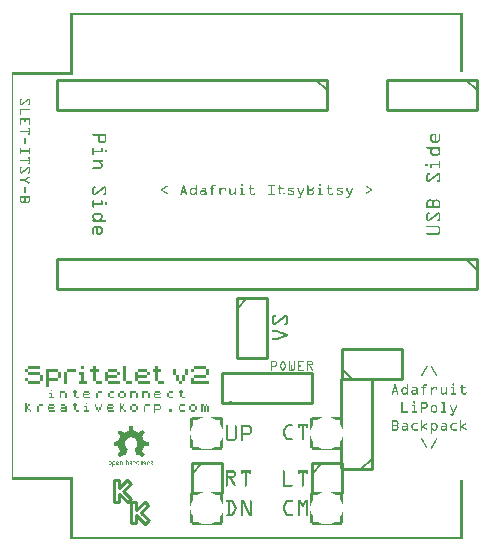
<source format=gto>
G04 MADE WITH FRITZING*
G04 WWW.FRITZING.ORG*
G04 DOUBLE SIDED*
G04 HOLES PLATED*
G04 CONTOUR ON CENTER OF CONTOUR VECTOR*
%ASAXBY*%
%FSLAX23Y23*%
%MOIN*%
%OFA0B0*%
%SFA1.0B1.0*%
%ADD10C,0.010000*%
%ADD11C,0.005000*%
%ADD12R,0.001000X0.001000*%
%LNSILK1*%
G90*
G70*
G54D10*
X1549Y1529D02*
X1249Y1529D01*
D02*
X1249Y1529D02*
X1249Y1429D01*
D02*
X1249Y1429D02*
X1549Y1429D01*
D02*
X1549Y1429D02*
X1549Y1529D01*
G54D11*
D02*
X1514Y1529D02*
X1549Y1494D01*
G54D10*
D02*
X1049Y1529D02*
X149Y1529D01*
D02*
X149Y1529D02*
X149Y1429D01*
D02*
X149Y1429D02*
X1049Y1429D01*
D02*
X1049Y1429D02*
X1049Y1529D01*
G54D11*
D02*
X1014Y1529D02*
X1049Y1494D01*
G54D10*
D02*
X1550Y930D02*
X150Y930D01*
D02*
X150Y930D02*
X150Y830D01*
D02*
X150Y830D02*
X1550Y830D01*
D02*
X1550Y830D02*
X1550Y930D01*
G54D11*
D02*
X1515Y930D02*
X1550Y895D01*
G54D10*
D02*
X1000Y250D02*
X1000Y150D01*
D02*
X1100Y150D02*
X1100Y250D01*
D02*
X1100Y250D02*
X1000Y250D01*
G54D11*
D02*
X1000Y215D02*
X1035Y250D01*
G54D10*
D02*
X600Y250D02*
X600Y150D01*
D02*
X700Y150D02*
X700Y250D01*
D02*
X700Y250D02*
X600Y250D01*
G54D11*
D02*
X600Y215D02*
X635Y250D01*
G54D10*
D02*
X750Y800D02*
X750Y600D01*
D02*
X750Y600D02*
X850Y600D01*
D02*
X850Y600D02*
X850Y800D01*
D02*
X850Y800D02*
X750Y800D01*
G54D11*
D02*
X750Y765D02*
X785Y800D01*
G54D10*
D02*
X1100Y530D02*
X1300Y530D01*
D02*
X1300Y530D02*
X1300Y630D01*
D02*
X1300Y630D02*
X1100Y630D01*
D02*
X1100Y630D02*
X1100Y530D01*
G54D11*
D02*
X1135Y530D02*
X1100Y565D01*
G54D10*
D02*
X1200Y230D02*
X1200Y530D01*
D02*
X1200Y530D02*
X1100Y530D01*
D02*
X1100Y230D02*
X1200Y230D01*
G54D11*
D02*
X1200Y265D02*
X1165Y230D01*
G54D10*
D02*
X700Y450D02*
X1000Y450D01*
X1000Y450D02*
X1000Y550D01*
X1000Y550D02*
X700Y550D01*
X700Y550D02*
X700Y450D01*
G36*
X55Y575D02*
X55Y565D01*
X95Y565D01*
X95Y575D01*
X55Y575D01*
G37*
D02*
G36*
X232Y575D02*
X232Y565D01*
X242Y565D01*
X242Y575D01*
X232Y575D01*
G37*
D02*
G36*
X272Y575D02*
X272Y565D01*
X262Y565D01*
X262Y555D01*
X272Y555D01*
X272Y526D01*
X282Y526D01*
X282Y555D01*
X291Y555D01*
X291Y565D01*
X282Y565D01*
X282Y575D01*
X272Y575D01*
G37*
D02*
G36*
X370Y575D02*
X370Y526D01*
X380Y526D01*
X380Y575D01*
X370Y575D01*
G37*
D02*
G36*
X478Y575D02*
X478Y565D01*
X469Y565D01*
X469Y555D01*
X478Y555D01*
X478Y526D01*
X488Y526D01*
X488Y555D01*
X498Y555D01*
X498Y565D01*
X488Y565D01*
X488Y575D01*
X478Y575D01*
G37*
D02*
G36*
X606Y575D02*
X606Y565D01*
X646Y565D01*
X646Y575D01*
X606Y575D01*
G37*
D02*
G36*
X45Y565D02*
X45Y555D01*
X55Y555D01*
X55Y565D01*
X45Y565D01*
G37*
D02*
G36*
X114Y565D02*
X114Y506D01*
X124Y506D01*
X124Y526D01*
X154Y526D01*
X154Y536D01*
X124Y536D01*
X124Y555D01*
X154Y555D01*
X154Y565D01*
X114Y565D01*
G37*
D02*
G36*
X183Y565D02*
X183Y555D01*
X213Y555D01*
X213Y565D01*
X183Y565D01*
G37*
D02*
G36*
X321Y565D02*
X321Y555D01*
X350Y555D01*
X350Y565D01*
X321Y565D01*
G37*
D02*
G36*
X419Y565D02*
X419Y555D01*
X449Y555D01*
X449Y565D01*
X419Y565D01*
G37*
D02*
G36*
X537Y565D02*
X537Y545D01*
X547Y545D01*
X547Y565D01*
X537Y565D01*
G37*
D02*
G36*
X577Y565D02*
X577Y545D01*
X587Y545D01*
X587Y565D01*
X577Y565D01*
G37*
D02*
G36*
X597Y565D02*
X597Y555D01*
X606Y555D01*
X606Y565D01*
X597Y565D01*
G37*
D02*
G36*
X646Y565D02*
X646Y545D01*
X656Y545D01*
X656Y565D01*
X646Y565D01*
G37*
D02*
G36*
X55Y555D02*
X55Y545D01*
X95Y545D01*
X95Y555D01*
X55Y555D01*
G37*
D02*
G36*
X154Y555D02*
X154Y536D01*
X163Y536D01*
X163Y555D01*
X154Y555D01*
G37*
D02*
G36*
X173Y555D02*
X173Y516D01*
X183Y516D01*
X183Y555D01*
X173Y555D01*
G37*
D02*
G36*
X223Y555D02*
X223Y545D01*
X232Y545D01*
X232Y526D01*
X223Y526D01*
X223Y516D01*
X252Y516D01*
X252Y526D01*
X242Y526D01*
X242Y555D01*
X223Y555D01*
G37*
D02*
G36*
X311Y555D02*
X311Y526D01*
X321Y526D01*
X321Y536D01*
X350Y536D01*
X350Y545D01*
X321Y545D01*
X321Y555D01*
X311Y555D01*
G37*
D02*
G36*
X350Y555D02*
X350Y545D01*
X360Y545D01*
X360Y555D01*
X350Y555D01*
G37*
D02*
G36*
X410Y555D02*
X410Y526D01*
X419Y526D01*
X419Y536D01*
X449Y536D01*
X449Y545D01*
X419Y545D01*
X419Y555D01*
X410Y555D01*
G37*
D02*
G36*
X449Y555D02*
X449Y545D01*
X459Y545D01*
X459Y555D01*
X449Y555D01*
G37*
D02*
G36*
X95Y545D02*
X95Y526D01*
X104Y526D01*
X104Y545D01*
X95Y545D01*
G37*
D02*
G36*
X547Y545D02*
X547Y526D01*
X557Y526D01*
X557Y545D01*
X547Y545D01*
G37*
D02*
G36*
X567Y545D02*
X567Y526D01*
X577Y526D01*
X577Y545D01*
X567Y545D01*
G37*
D02*
G36*
X606Y545D02*
X606Y536D01*
X646Y536D01*
X646Y545D01*
X606Y545D01*
G37*
D02*
G36*
X45Y536D02*
X45Y526D01*
X55Y526D01*
X55Y536D01*
X45Y536D01*
G37*
D02*
G36*
X597Y536D02*
X597Y516D01*
X656Y516D01*
X656Y526D01*
X606Y526D01*
X606Y536D01*
X597Y536D01*
G37*
D02*
G36*
X55Y526D02*
X55Y516D01*
X95Y516D01*
X95Y526D01*
X55Y526D01*
G37*
D02*
G36*
X282Y526D02*
X282Y516D01*
X301Y516D01*
X301Y526D01*
X282Y526D01*
G37*
D02*
G36*
X321Y526D02*
X321Y516D01*
X360Y516D01*
X360Y526D01*
X321Y526D01*
G37*
D02*
G36*
X380Y526D02*
X380Y516D01*
X400Y516D01*
X400Y526D01*
X380Y526D01*
G37*
D02*
G36*
X419Y526D02*
X419Y516D01*
X459Y516D01*
X459Y526D01*
X419Y526D01*
G37*
D02*
G36*
X488Y526D02*
X488Y516D01*
X508Y516D01*
X508Y526D01*
X488Y526D01*
G37*
D02*
G36*
X557Y526D02*
X557Y516D01*
X567Y516D01*
X567Y526D01*
X557Y526D01*
G37*
D02*
G36*
X129Y496D02*
X129Y491D01*
X134Y491D01*
X134Y496D01*
X129Y496D01*
G37*
D02*
G36*
X208Y496D02*
X208Y491D01*
X203Y491D01*
X203Y486D01*
X208Y486D01*
X208Y472D01*
X213Y472D01*
X213Y486D01*
X218Y486D01*
X218Y491D01*
X213Y491D01*
X213Y496D01*
X208Y496D01*
G37*
D02*
G36*
X562Y496D02*
X562Y491D01*
X557Y491D01*
X557Y486D01*
X562Y486D01*
X562Y472D01*
X567Y472D01*
X567Y486D01*
X572Y486D01*
X572Y491D01*
X567Y491D01*
X567Y496D01*
X562Y496D01*
G37*
D02*
G36*
X159Y491D02*
X159Y467D01*
X163Y467D01*
X163Y486D01*
X178Y486D01*
X178Y491D01*
X159Y491D01*
G37*
D02*
G36*
X242Y491D02*
X242Y486D01*
X257Y486D01*
X257Y491D01*
X242Y491D01*
G37*
D02*
G36*
X287Y491D02*
X287Y486D01*
X301Y486D01*
X301Y491D01*
X287Y491D01*
G37*
D02*
G36*
X326Y491D02*
X326Y486D01*
X341Y486D01*
X341Y491D01*
X326Y491D01*
G37*
D02*
G36*
X360Y491D02*
X360Y486D01*
X375Y486D01*
X375Y491D01*
X360Y491D01*
G37*
D02*
G36*
X395Y491D02*
X395Y467D01*
X400Y467D01*
X400Y486D01*
X414Y486D01*
X414Y491D01*
X395Y491D01*
G37*
D02*
G36*
X434Y491D02*
X434Y467D01*
X439Y467D01*
X439Y486D01*
X454Y486D01*
X454Y491D01*
X434Y491D01*
G37*
D02*
G36*
X478Y491D02*
X478Y486D01*
X493Y486D01*
X493Y491D01*
X478Y491D01*
G37*
D02*
G36*
X523Y491D02*
X523Y486D01*
X537Y486D01*
X537Y491D01*
X523Y491D01*
G37*
D02*
G36*
X124Y486D02*
X124Y482D01*
X129Y482D01*
X129Y472D01*
X124Y472D01*
X124Y467D01*
X139Y467D01*
X139Y472D01*
X134Y472D01*
X134Y486D01*
X124Y486D01*
G37*
D02*
G36*
X178Y486D02*
X178Y467D01*
X183Y467D01*
X183Y486D01*
X178Y486D01*
G37*
D02*
G36*
X237Y486D02*
X237Y472D01*
X242Y472D01*
X242Y477D01*
X257Y477D01*
X257Y482D01*
X242Y482D01*
X242Y486D01*
X237Y486D01*
G37*
D02*
G36*
X257Y486D02*
X257Y482D01*
X262Y482D01*
X262Y486D01*
X257Y486D01*
G37*
D02*
G36*
X282Y486D02*
X282Y467D01*
X287Y467D01*
X287Y486D01*
X282Y486D01*
G37*
D02*
G36*
X321Y486D02*
X321Y472D01*
X326Y472D01*
X326Y486D01*
X321Y486D01*
G37*
D02*
G36*
X355Y486D02*
X355Y472D01*
X360Y472D01*
X360Y486D01*
X355Y486D01*
G37*
D02*
G36*
X375Y486D02*
X375Y472D01*
X380Y472D01*
X380Y486D01*
X375Y486D01*
G37*
D02*
G36*
X414Y486D02*
X414Y467D01*
X419Y467D01*
X419Y486D01*
X414Y486D01*
G37*
D02*
G36*
X454Y486D02*
X454Y467D01*
X459Y467D01*
X459Y486D01*
X454Y486D01*
G37*
D02*
G36*
X474Y486D02*
X474Y472D01*
X478Y472D01*
X478Y477D01*
X493Y477D01*
X493Y482D01*
X478Y482D01*
X478Y486D01*
X474Y486D01*
G37*
D02*
G36*
X493Y486D02*
X493Y482D01*
X498Y482D01*
X498Y486D01*
X493Y486D01*
G37*
D02*
G36*
X518Y486D02*
X518Y472D01*
X523Y472D01*
X523Y486D01*
X518Y486D01*
G37*
D02*
G36*
X213Y472D02*
X213Y467D01*
X223Y467D01*
X223Y472D01*
X213Y472D01*
G37*
D02*
G36*
X242Y472D02*
X242Y467D01*
X262Y467D01*
X262Y472D01*
X242Y472D01*
G37*
D02*
G36*
X326Y472D02*
X326Y467D01*
X341Y467D01*
X341Y472D01*
X326Y472D01*
G37*
D02*
G36*
X360Y472D02*
X360Y467D01*
X375Y467D01*
X375Y472D01*
X360Y472D01*
G37*
D02*
G36*
X478Y472D02*
X478Y467D01*
X498Y467D01*
X498Y472D01*
X478Y472D01*
G37*
D02*
G36*
X523Y472D02*
X523Y467D01*
X537Y467D01*
X537Y472D01*
X523Y472D01*
G37*
D02*
G36*
X567Y472D02*
X567Y467D01*
X577Y467D01*
X577Y472D01*
X567Y472D01*
G37*
D02*
G36*
X45Y452D02*
X45Y422D01*
X50Y422D01*
X50Y432D01*
X55Y432D01*
X55Y442D01*
X50Y442D01*
X50Y452D01*
X45Y452D01*
G37*
D02*
G36*
X208Y452D02*
X208Y447D01*
X203Y447D01*
X203Y442D01*
X208Y442D01*
X208Y427D01*
X213Y427D01*
X213Y442D01*
X218Y442D01*
X218Y447D01*
X213Y447D01*
X213Y452D01*
X208Y452D01*
G37*
D02*
G36*
X247Y452D02*
X247Y447D01*
X252Y447D01*
X252Y452D01*
X247Y452D01*
G37*
D02*
G36*
X360Y452D02*
X360Y422D01*
X365Y422D01*
X365Y432D01*
X370Y432D01*
X370Y442D01*
X365Y442D01*
X365Y452D01*
X360Y452D01*
G37*
D02*
G36*
X55Y447D02*
X55Y442D01*
X60Y442D01*
X60Y447D01*
X55Y447D01*
G37*
D02*
G36*
X90Y447D02*
X90Y442D01*
X104Y442D01*
X104Y447D01*
X90Y447D01*
G37*
D02*
G36*
X124Y447D02*
X124Y442D01*
X139Y442D01*
X139Y447D01*
X124Y447D01*
G37*
D02*
G36*
X163Y447D02*
X163Y442D01*
X178Y442D01*
X178Y447D01*
X163Y447D01*
G37*
D02*
G36*
X277Y447D02*
X277Y437D01*
X282Y437D01*
X282Y447D01*
X277Y447D01*
G37*
D02*
G36*
X296Y447D02*
X296Y437D01*
X301Y437D01*
X301Y447D01*
X296Y447D01*
G37*
D02*
G36*
X321Y447D02*
X321Y442D01*
X336Y442D01*
X336Y447D01*
X321Y447D01*
G37*
D02*
G36*
X370Y447D02*
X370Y442D01*
X375Y442D01*
X375Y447D01*
X370Y447D01*
G37*
D02*
G36*
X400Y447D02*
X400Y442D01*
X414Y442D01*
X414Y447D01*
X400Y447D01*
G37*
D02*
G36*
X444Y447D02*
X444Y442D01*
X459Y442D01*
X459Y447D01*
X444Y447D01*
G37*
D02*
G36*
X474Y447D02*
X474Y418D01*
X478Y418D01*
X478Y427D01*
X493Y427D01*
X493Y432D01*
X478Y432D01*
X478Y442D01*
X493Y442D01*
X493Y447D01*
X474Y447D01*
G37*
D02*
G36*
X562Y447D02*
X562Y442D01*
X577Y442D01*
X577Y447D01*
X562Y447D01*
G37*
D02*
G36*
X597Y447D02*
X597Y442D01*
X611Y442D01*
X611Y447D01*
X597Y447D01*
G37*
D02*
G36*
X631Y447D02*
X631Y422D01*
X636Y422D01*
X636Y442D01*
X641Y442D01*
X641Y447D01*
X631Y447D01*
G37*
D02*
G36*
X646Y447D02*
X646Y442D01*
X651Y442D01*
X651Y447D01*
X646Y447D01*
G37*
D02*
G36*
X85Y442D02*
X85Y422D01*
X90Y422D01*
X90Y442D01*
X85Y442D01*
G37*
D02*
G36*
X119Y442D02*
X119Y427D01*
X124Y427D01*
X124Y432D01*
X139Y432D01*
X139Y437D01*
X124Y437D01*
X124Y442D01*
X119Y442D01*
G37*
D02*
G36*
X139Y442D02*
X139Y437D01*
X144Y437D01*
X144Y442D01*
X139Y442D01*
G37*
D02*
G36*
X178Y442D02*
X178Y437D01*
X163Y437D01*
X163Y432D01*
X178Y432D01*
X178Y427D01*
X163Y427D01*
X163Y422D01*
X183Y422D01*
X183Y442D01*
X178Y442D01*
G37*
D02*
G36*
X242Y442D02*
X242Y437D01*
X247Y437D01*
X247Y427D01*
X242Y427D01*
X242Y422D01*
X257Y422D01*
X257Y427D01*
X252Y427D01*
X252Y442D01*
X242Y442D01*
G37*
D02*
G36*
X316Y442D02*
X316Y427D01*
X321Y427D01*
X321Y432D01*
X336Y432D01*
X336Y437D01*
X321Y437D01*
X321Y442D01*
X316Y442D01*
G37*
D02*
G36*
X336Y442D02*
X336Y437D01*
X341Y437D01*
X341Y442D01*
X336Y442D01*
G37*
D02*
G36*
X395Y442D02*
X395Y427D01*
X400Y427D01*
X400Y442D01*
X395Y442D01*
G37*
D02*
G36*
X414Y442D02*
X414Y427D01*
X419Y427D01*
X419Y442D01*
X414Y442D01*
G37*
D02*
G36*
X439Y442D02*
X439Y422D01*
X444Y422D01*
X444Y442D01*
X439Y442D01*
G37*
D02*
G36*
X493Y442D02*
X493Y432D01*
X498Y432D01*
X498Y442D01*
X493Y442D01*
G37*
D02*
G36*
X557Y442D02*
X557Y427D01*
X562Y427D01*
X562Y442D01*
X557Y442D01*
G37*
D02*
G36*
X592Y442D02*
X592Y427D01*
X597Y427D01*
X597Y442D01*
X592Y442D01*
G37*
D02*
G36*
X611Y442D02*
X611Y427D01*
X616Y427D01*
X616Y442D01*
X611Y442D01*
G37*
D02*
G36*
X641Y442D02*
X641Y422D01*
X646Y422D01*
X646Y442D01*
X641Y442D01*
G37*
D02*
G36*
X651Y442D02*
X651Y422D01*
X656Y422D01*
X656Y442D01*
X651Y442D01*
G37*
D02*
G36*
X282Y437D02*
X282Y427D01*
X287Y427D01*
X287Y437D01*
X282Y437D01*
G37*
D02*
G36*
X291Y437D02*
X291Y427D01*
X296Y427D01*
X296Y437D01*
X291Y437D01*
G37*
D02*
G36*
X55Y432D02*
X55Y427D01*
X60Y427D01*
X60Y432D01*
X55Y432D01*
G37*
D02*
G36*
X159Y432D02*
X159Y427D01*
X163Y427D01*
X163Y432D01*
X159Y432D01*
G37*
D02*
G36*
X370Y432D02*
X370Y427D01*
X375Y427D01*
X375Y432D01*
X370Y432D01*
G37*
D02*
G36*
X523Y432D02*
X523Y422D01*
X533Y422D01*
X533Y432D01*
X523Y432D01*
G37*
D02*
G36*
X60Y427D02*
X60Y422D01*
X65Y422D01*
X65Y427D01*
X60Y427D01*
G37*
D02*
G36*
X124Y427D02*
X124Y422D01*
X144Y422D01*
X144Y427D01*
X124Y427D01*
G37*
D02*
G36*
X213Y427D02*
X213Y422D01*
X223Y422D01*
X223Y427D01*
X213Y427D01*
G37*
D02*
G36*
X287Y427D02*
X287Y422D01*
X291Y422D01*
X291Y427D01*
X287Y427D01*
G37*
D02*
G36*
X321Y427D02*
X321Y422D01*
X341Y422D01*
X341Y427D01*
X321Y427D01*
G37*
D02*
G36*
X375Y427D02*
X375Y422D01*
X380Y422D01*
X380Y427D01*
X375Y427D01*
G37*
D02*
G36*
X400Y427D02*
X400Y422D01*
X414Y422D01*
X414Y427D01*
X400Y427D01*
G37*
D02*
G36*
X562Y427D02*
X562Y422D01*
X577Y422D01*
X577Y427D01*
X562Y427D01*
G37*
D02*
G36*
X597Y427D02*
X597Y422D01*
X611Y422D01*
X611Y427D01*
X597Y427D01*
G37*
D02*
X398Y132D02*
X386Y120D01*
X356Y149D01*
X356Y122D01*
X339Y121D01*
X339Y194D01*
X356Y194D01*
X356Y167D01*
X385Y195D01*
X397Y183D01*
X372Y158D01*
X398Y132D01*
D02*
X431Y85D02*
X456Y60D01*
X444Y48D01*
X415Y77D01*
X415Y50D01*
X398Y50D01*
X398Y121D01*
X415Y121D01*
X415Y94D01*
X443Y122D01*
X455Y110D01*
X431Y85D01*
D02*
G54D12*
X195Y1750D02*
X1504Y1750D01*
X195Y1749D02*
X1504Y1749D01*
X195Y1748D02*
X1504Y1748D01*
X195Y1747D02*
X1504Y1747D01*
X195Y1746D02*
X1504Y1746D01*
X195Y1745D02*
X204Y1745D01*
X1495Y1745D02*
X1504Y1745D01*
X195Y1744D02*
X204Y1744D01*
X1495Y1744D02*
X1504Y1744D01*
X195Y1743D02*
X204Y1743D01*
X1495Y1743D02*
X1504Y1743D01*
X195Y1742D02*
X204Y1742D01*
X1495Y1742D02*
X1504Y1742D01*
X195Y1741D02*
X204Y1741D01*
X1495Y1741D02*
X1504Y1741D01*
X195Y1740D02*
X204Y1740D01*
X1495Y1740D02*
X1504Y1740D01*
X195Y1739D02*
X204Y1739D01*
X1495Y1739D02*
X1504Y1739D01*
X195Y1738D02*
X204Y1738D01*
X1495Y1738D02*
X1504Y1738D01*
X195Y1737D02*
X204Y1737D01*
X1495Y1737D02*
X1504Y1737D01*
X195Y1736D02*
X204Y1736D01*
X1495Y1736D02*
X1504Y1736D01*
X195Y1735D02*
X204Y1735D01*
X1495Y1735D02*
X1504Y1735D01*
X195Y1734D02*
X204Y1734D01*
X1495Y1734D02*
X1504Y1734D01*
X195Y1733D02*
X204Y1733D01*
X1495Y1733D02*
X1504Y1733D01*
X195Y1732D02*
X204Y1732D01*
X1495Y1732D02*
X1504Y1732D01*
X195Y1731D02*
X204Y1731D01*
X1495Y1731D02*
X1504Y1731D01*
X195Y1730D02*
X204Y1730D01*
X1495Y1730D02*
X1504Y1730D01*
X195Y1729D02*
X204Y1729D01*
X1495Y1729D02*
X1504Y1729D01*
X195Y1728D02*
X204Y1728D01*
X1495Y1728D02*
X1504Y1728D01*
X195Y1727D02*
X204Y1727D01*
X1495Y1727D02*
X1504Y1727D01*
X195Y1726D02*
X204Y1726D01*
X1495Y1726D02*
X1504Y1726D01*
X195Y1725D02*
X204Y1725D01*
X1495Y1725D02*
X1504Y1725D01*
X195Y1724D02*
X204Y1724D01*
X1495Y1724D02*
X1504Y1724D01*
X195Y1723D02*
X204Y1723D01*
X1495Y1723D02*
X1504Y1723D01*
X195Y1722D02*
X204Y1722D01*
X1495Y1722D02*
X1504Y1722D01*
X195Y1721D02*
X204Y1721D01*
X1495Y1721D02*
X1504Y1721D01*
X195Y1720D02*
X204Y1720D01*
X1495Y1720D02*
X1504Y1720D01*
X195Y1719D02*
X204Y1719D01*
X1495Y1719D02*
X1504Y1719D01*
X195Y1718D02*
X204Y1718D01*
X1495Y1718D02*
X1504Y1718D01*
X195Y1717D02*
X204Y1717D01*
X1495Y1717D02*
X1504Y1717D01*
X195Y1716D02*
X204Y1716D01*
X1495Y1716D02*
X1504Y1716D01*
X195Y1715D02*
X204Y1715D01*
X1495Y1715D02*
X1504Y1715D01*
X195Y1714D02*
X204Y1714D01*
X1495Y1714D02*
X1504Y1714D01*
X195Y1713D02*
X204Y1713D01*
X1495Y1713D02*
X1504Y1713D01*
X195Y1712D02*
X204Y1712D01*
X1495Y1712D02*
X1504Y1712D01*
X195Y1711D02*
X204Y1711D01*
X1495Y1711D02*
X1504Y1711D01*
X195Y1710D02*
X204Y1710D01*
X1495Y1710D02*
X1504Y1710D01*
X195Y1709D02*
X204Y1709D01*
X1495Y1709D02*
X1504Y1709D01*
X195Y1708D02*
X204Y1708D01*
X1495Y1708D02*
X1504Y1708D01*
X195Y1707D02*
X204Y1707D01*
X1495Y1707D02*
X1504Y1707D01*
X195Y1706D02*
X204Y1706D01*
X1495Y1706D02*
X1504Y1706D01*
X195Y1705D02*
X204Y1705D01*
X1495Y1705D02*
X1504Y1705D01*
X195Y1704D02*
X204Y1704D01*
X1495Y1704D02*
X1504Y1704D01*
X195Y1703D02*
X204Y1703D01*
X1495Y1703D02*
X1504Y1703D01*
X195Y1702D02*
X204Y1702D01*
X1495Y1702D02*
X1504Y1702D01*
X195Y1701D02*
X204Y1701D01*
X1495Y1701D02*
X1504Y1701D01*
X195Y1700D02*
X204Y1700D01*
X1495Y1700D02*
X1504Y1700D01*
X195Y1699D02*
X204Y1699D01*
X1495Y1699D02*
X1504Y1699D01*
X195Y1698D02*
X204Y1698D01*
X1495Y1698D02*
X1504Y1698D01*
X195Y1697D02*
X204Y1697D01*
X1495Y1697D02*
X1504Y1697D01*
X195Y1696D02*
X204Y1696D01*
X1495Y1696D02*
X1504Y1696D01*
X195Y1695D02*
X204Y1695D01*
X1495Y1695D02*
X1504Y1695D01*
X195Y1694D02*
X204Y1694D01*
X1495Y1694D02*
X1504Y1694D01*
X195Y1693D02*
X204Y1693D01*
X1495Y1693D02*
X1504Y1693D01*
X195Y1692D02*
X204Y1692D01*
X1495Y1692D02*
X1504Y1692D01*
X195Y1691D02*
X204Y1691D01*
X1495Y1691D02*
X1504Y1691D01*
X195Y1690D02*
X204Y1690D01*
X1495Y1690D02*
X1504Y1690D01*
X195Y1689D02*
X204Y1689D01*
X1495Y1689D02*
X1504Y1689D01*
X195Y1688D02*
X204Y1688D01*
X1495Y1688D02*
X1504Y1688D01*
X195Y1687D02*
X204Y1687D01*
X1495Y1687D02*
X1504Y1687D01*
X195Y1686D02*
X204Y1686D01*
X1495Y1686D02*
X1504Y1686D01*
X195Y1685D02*
X204Y1685D01*
X1495Y1685D02*
X1504Y1685D01*
X195Y1684D02*
X204Y1684D01*
X1495Y1684D02*
X1504Y1684D01*
X195Y1683D02*
X204Y1683D01*
X1495Y1683D02*
X1504Y1683D01*
X195Y1682D02*
X204Y1682D01*
X1495Y1682D02*
X1504Y1682D01*
X195Y1681D02*
X204Y1681D01*
X1495Y1681D02*
X1504Y1681D01*
X195Y1680D02*
X204Y1680D01*
X1495Y1680D02*
X1504Y1680D01*
X195Y1679D02*
X204Y1679D01*
X1495Y1679D02*
X1504Y1679D01*
X195Y1678D02*
X204Y1678D01*
X1495Y1678D02*
X1504Y1678D01*
X195Y1677D02*
X204Y1677D01*
X1495Y1677D02*
X1504Y1677D01*
X195Y1676D02*
X204Y1676D01*
X1495Y1676D02*
X1504Y1676D01*
X195Y1675D02*
X204Y1675D01*
X1495Y1675D02*
X1504Y1675D01*
X195Y1674D02*
X204Y1674D01*
X1495Y1674D02*
X1504Y1674D01*
X195Y1673D02*
X204Y1673D01*
X1495Y1673D02*
X1504Y1673D01*
X195Y1672D02*
X204Y1672D01*
X1495Y1672D02*
X1504Y1672D01*
X195Y1671D02*
X204Y1671D01*
X1495Y1671D02*
X1504Y1671D01*
X195Y1670D02*
X204Y1670D01*
X1495Y1670D02*
X1504Y1670D01*
X195Y1669D02*
X204Y1669D01*
X1495Y1669D02*
X1504Y1669D01*
X195Y1668D02*
X204Y1668D01*
X1495Y1668D02*
X1504Y1668D01*
X195Y1667D02*
X204Y1667D01*
X1495Y1667D02*
X1504Y1667D01*
X195Y1666D02*
X204Y1666D01*
X1495Y1666D02*
X1504Y1666D01*
X195Y1665D02*
X204Y1665D01*
X1495Y1665D02*
X1504Y1665D01*
X195Y1664D02*
X204Y1664D01*
X1495Y1664D02*
X1504Y1664D01*
X195Y1663D02*
X204Y1663D01*
X1495Y1663D02*
X1504Y1663D01*
X195Y1662D02*
X204Y1662D01*
X1495Y1662D02*
X1504Y1662D01*
X195Y1661D02*
X204Y1661D01*
X1495Y1661D02*
X1504Y1661D01*
X195Y1660D02*
X204Y1660D01*
X1495Y1660D02*
X1504Y1660D01*
X195Y1659D02*
X204Y1659D01*
X1495Y1659D02*
X1504Y1659D01*
X195Y1658D02*
X204Y1658D01*
X1495Y1658D02*
X1504Y1658D01*
X195Y1657D02*
X204Y1657D01*
X1495Y1657D02*
X1504Y1657D01*
X195Y1656D02*
X204Y1656D01*
X1495Y1656D02*
X1504Y1656D01*
X195Y1655D02*
X204Y1655D01*
X1495Y1655D02*
X1504Y1655D01*
X195Y1654D02*
X204Y1654D01*
X1495Y1654D02*
X1504Y1654D01*
X195Y1653D02*
X204Y1653D01*
X1495Y1653D02*
X1504Y1653D01*
X195Y1652D02*
X204Y1652D01*
X1495Y1652D02*
X1504Y1652D01*
X195Y1651D02*
X204Y1651D01*
X1495Y1651D02*
X1504Y1651D01*
X195Y1650D02*
X204Y1650D01*
X1495Y1650D02*
X1504Y1650D01*
X195Y1649D02*
X204Y1649D01*
X1495Y1649D02*
X1504Y1649D01*
X195Y1648D02*
X204Y1648D01*
X1495Y1648D02*
X1504Y1648D01*
X195Y1647D02*
X204Y1647D01*
X1495Y1647D02*
X1504Y1647D01*
X195Y1646D02*
X204Y1646D01*
X1495Y1646D02*
X1504Y1646D01*
X195Y1645D02*
X204Y1645D01*
X1495Y1645D02*
X1504Y1645D01*
X195Y1644D02*
X204Y1644D01*
X1495Y1644D02*
X1504Y1644D01*
X195Y1643D02*
X204Y1643D01*
X1495Y1643D02*
X1504Y1643D01*
X195Y1642D02*
X204Y1642D01*
X1495Y1642D02*
X1504Y1642D01*
X195Y1641D02*
X204Y1641D01*
X1495Y1641D02*
X1504Y1641D01*
X195Y1640D02*
X204Y1640D01*
X1495Y1640D02*
X1504Y1640D01*
X195Y1639D02*
X204Y1639D01*
X1495Y1639D02*
X1504Y1639D01*
X195Y1638D02*
X204Y1638D01*
X1495Y1638D02*
X1504Y1638D01*
X195Y1637D02*
X204Y1637D01*
X1495Y1637D02*
X1504Y1637D01*
X195Y1636D02*
X204Y1636D01*
X1495Y1636D02*
X1504Y1636D01*
X195Y1635D02*
X204Y1635D01*
X1495Y1635D02*
X1504Y1635D01*
X195Y1634D02*
X204Y1634D01*
X1495Y1634D02*
X1504Y1634D01*
X195Y1633D02*
X204Y1633D01*
X1495Y1633D02*
X1504Y1633D01*
X195Y1632D02*
X204Y1632D01*
X1495Y1632D02*
X1504Y1632D01*
X195Y1631D02*
X204Y1631D01*
X1495Y1631D02*
X1504Y1631D01*
X195Y1630D02*
X204Y1630D01*
X1495Y1630D02*
X1504Y1630D01*
X195Y1629D02*
X204Y1629D01*
X1495Y1629D02*
X1504Y1629D01*
X195Y1628D02*
X204Y1628D01*
X1495Y1628D02*
X1504Y1628D01*
X195Y1627D02*
X204Y1627D01*
X1495Y1627D02*
X1504Y1627D01*
X195Y1626D02*
X204Y1626D01*
X1495Y1626D02*
X1504Y1626D01*
X195Y1625D02*
X204Y1625D01*
X1495Y1625D02*
X1504Y1625D01*
X195Y1624D02*
X204Y1624D01*
X1495Y1624D02*
X1504Y1624D01*
X195Y1623D02*
X204Y1623D01*
X1495Y1623D02*
X1504Y1623D01*
X195Y1622D02*
X204Y1622D01*
X1495Y1622D02*
X1504Y1622D01*
X195Y1621D02*
X204Y1621D01*
X1495Y1621D02*
X1504Y1621D01*
X195Y1620D02*
X204Y1620D01*
X1495Y1620D02*
X1504Y1620D01*
X195Y1619D02*
X204Y1619D01*
X1495Y1619D02*
X1504Y1619D01*
X195Y1618D02*
X204Y1618D01*
X1495Y1618D02*
X1504Y1618D01*
X195Y1617D02*
X204Y1617D01*
X1495Y1617D02*
X1504Y1617D01*
X195Y1616D02*
X204Y1616D01*
X1495Y1616D02*
X1504Y1616D01*
X195Y1615D02*
X204Y1615D01*
X1495Y1615D02*
X1504Y1615D01*
X195Y1614D02*
X204Y1614D01*
X1495Y1614D02*
X1504Y1614D01*
X195Y1613D02*
X204Y1613D01*
X1495Y1613D02*
X1504Y1613D01*
X195Y1612D02*
X204Y1612D01*
X1495Y1612D02*
X1504Y1612D01*
X195Y1611D02*
X204Y1611D01*
X1495Y1611D02*
X1504Y1611D01*
X195Y1610D02*
X204Y1610D01*
X1495Y1610D02*
X1504Y1610D01*
X195Y1609D02*
X204Y1609D01*
X1495Y1609D02*
X1504Y1609D01*
X195Y1608D02*
X204Y1608D01*
X1495Y1608D02*
X1504Y1608D01*
X195Y1607D02*
X204Y1607D01*
X1495Y1607D02*
X1504Y1607D01*
X195Y1606D02*
X204Y1606D01*
X1495Y1606D02*
X1504Y1606D01*
X195Y1605D02*
X204Y1605D01*
X1495Y1605D02*
X1504Y1605D01*
X195Y1604D02*
X204Y1604D01*
X1495Y1604D02*
X1504Y1604D01*
X195Y1603D02*
X204Y1603D01*
X1495Y1603D02*
X1504Y1603D01*
X195Y1602D02*
X204Y1602D01*
X1495Y1602D02*
X1504Y1602D01*
X195Y1601D02*
X204Y1601D01*
X1495Y1601D02*
X1504Y1601D01*
X195Y1600D02*
X204Y1600D01*
X1495Y1600D02*
X1504Y1600D01*
X195Y1599D02*
X204Y1599D01*
X1495Y1599D02*
X1504Y1599D01*
X195Y1598D02*
X204Y1598D01*
X1495Y1598D02*
X1504Y1598D01*
X195Y1597D02*
X204Y1597D01*
X1495Y1597D02*
X1504Y1597D01*
X195Y1596D02*
X204Y1596D01*
X1495Y1596D02*
X1504Y1596D01*
X195Y1595D02*
X204Y1595D01*
X1495Y1595D02*
X1504Y1595D01*
X195Y1594D02*
X204Y1594D01*
X1495Y1594D02*
X1504Y1594D01*
X195Y1593D02*
X204Y1593D01*
X1495Y1593D02*
X1504Y1593D01*
X195Y1592D02*
X204Y1592D01*
X1495Y1592D02*
X1504Y1592D01*
X195Y1591D02*
X204Y1591D01*
X1495Y1591D02*
X1504Y1591D01*
X195Y1590D02*
X204Y1590D01*
X1495Y1590D02*
X1504Y1590D01*
X195Y1589D02*
X204Y1589D01*
X1495Y1589D02*
X1504Y1589D01*
X195Y1588D02*
X204Y1588D01*
X1495Y1588D02*
X1504Y1588D01*
X195Y1587D02*
X204Y1587D01*
X1495Y1587D02*
X1504Y1587D01*
X195Y1586D02*
X204Y1586D01*
X1495Y1586D02*
X1504Y1586D01*
X195Y1585D02*
X204Y1585D01*
X1495Y1585D02*
X1504Y1585D01*
X195Y1584D02*
X204Y1584D01*
X1495Y1584D02*
X1504Y1584D01*
X195Y1583D02*
X204Y1583D01*
X1495Y1583D02*
X1504Y1583D01*
X195Y1582D02*
X204Y1582D01*
X1495Y1582D02*
X1504Y1582D01*
X195Y1581D02*
X204Y1581D01*
X1495Y1581D02*
X1504Y1581D01*
X195Y1580D02*
X204Y1580D01*
X1495Y1580D02*
X1504Y1580D01*
X195Y1579D02*
X204Y1579D01*
X1495Y1579D02*
X1504Y1579D01*
X195Y1578D02*
X204Y1578D01*
X1495Y1578D02*
X1504Y1578D01*
X195Y1577D02*
X204Y1577D01*
X1495Y1577D02*
X1504Y1577D01*
X195Y1576D02*
X204Y1576D01*
X1495Y1576D02*
X1504Y1576D01*
X195Y1575D02*
X204Y1575D01*
X1495Y1575D02*
X1504Y1575D01*
X195Y1574D02*
X204Y1574D01*
X1495Y1574D02*
X1504Y1574D01*
X195Y1573D02*
X204Y1573D01*
X1495Y1573D02*
X1504Y1573D01*
X195Y1572D02*
X204Y1572D01*
X1495Y1572D02*
X1504Y1572D01*
X195Y1571D02*
X204Y1571D01*
X1495Y1571D02*
X1504Y1571D01*
X195Y1570D02*
X204Y1570D01*
X1495Y1570D02*
X1504Y1570D01*
X195Y1569D02*
X204Y1569D01*
X1495Y1569D02*
X1504Y1569D01*
X195Y1568D02*
X204Y1568D01*
X1495Y1568D02*
X1504Y1568D01*
X195Y1567D02*
X204Y1567D01*
X1495Y1567D02*
X1504Y1567D01*
X195Y1566D02*
X204Y1566D01*
X1495Y1566D02*
X1504Y1566D01*
X195Y1565D02*
X204Y1565D01*
X1495Y1565D02*
X1504Y1565D01*
X195Y1564D02*
X204Y1564D01*
X1495Y1564D02*
X1504Y1564D01*
X195Y1563D02*
X204Y1563D01*
X1495Y1563D02*
X1504Y1563D01*
X195Y1562D02*
X204Y1562D01*
X1495Y1562D02*
X1504Y1562D01*
X195Y1561D02*
X204Y1561D01*
X1495Y1561D02*
X1504Y1561D01*
X195Y1560D02*
X204Y1560D01*
X1495Y1560D02*
X1504Y1560D01*
X195Y1559D02*
X204Y1559D01*
X1495Y1559D02*
X1504Y1559D01*
X195Y1558D02*
X204Y1558D01*
X1495Y1558D02*
X1504Y1558D01*
X195Y1557D02*
X204Y1557D01*
X1495Y1557D02*
X1504Y1557D01*
X195Y1556D02*
X204Y1556D01*
X1495Y1556D02*
X1504Y1556D01*
X0Y1555D02*
X204Y1555D01*
X0Y1554D02*
X204Y1554D01*
X0Y1553D02*
X204Y1553D01*
X0Y1552D02*
X204Y1552D01*
X0Y1551D02*
X204Y1551D01*
X0Y1550D02*
X204Y1550D01*
X0Y1549D02*
X204Y1549D01*
X0Y1548D02*
X204Y1548D01*
X0Y1547D02*
X204Y1547D01*
X0Y1546D02*
X204Y1546D01*
X0Y1545D02*
X4Y1545D01*
X0Y1544D02*
X4Y1544D01*
X0Y1543D02*
X4Y1543D01*
X0Y1542D02*
X4Y1542D01*
X0Y1541D02*
X4Y1541D01*
X0Y1540D02*
X4Y1540D01*
X0Y1539D02*
X4Y1539D01*
X0Y1538D02*
X4Y1538D01*
X0Y1537D02*
X4Y1537D01*
X0Y1536D02*
X4Y1536D01*
X0Y1535D02*
X4Y1535D01*
X0Y1534D02*
X4Y1534D01*
X0Y1533D02*
X4Y1533D01*
X0Y1532D02*
X4Y1532D01*
X0Y1531D02*
X4Y1531D01*
X0Y1530D02*
X4Y1530D01*
X0Y1529D02*
X4Y1529D01*
X0Y1528D02*
X4Y1528D01*
X0Y1527D02*
X4Y1527D01*
X0Y1526D02*
X4Y1526D01*
X0Y1525D02*
X4Y1525D01*
X0Y1524D02*
X4Y1524D01*
X0Y1523D02*
X4Y1523D01*
X0Y1522D02*
X4Y1522D01*
X0Y1521D02*
X4Y1521D01*
X0Y1520D02*
X4Y1520D01*
X0Y1519D02*
X4Y1519D01*
X0Y1518D02*
X4Y1518D01*
X0Y1517D02*
X4Y1517D01*
X0Y1516D02*
X4Y1516D01*
X0Y1515D02*
X4Y1515D01*
X0Y1514D02*
X4Y1514D01*
X0Y1513D02*
X4Y1513D01*
X0Y1512D02*
X4Y1512D01*
X0Y1511D02*
X4Y1511D01*
X0Y1510D02*
X4Y1510D01*
X0Y1509D02*
X4Y1509D01*
X0Y1508D02*
X4Y1508D01*
X0Y1507D02*
X4Y1507D01*
X0Y1506D02*
X4Y1506D01*
X0Y1505D02*
X4Y1505D01*
X0Y1504D02*
X4Y1504D01*
X0Y1503D02*
X4Y1503D01*
X0Y1502D02*
X4Y1502D01*
X0Y1501D02*
X4Y1501D01*
X0Y1500D02*
X4Y1500D01*
X0Y1499D02*
X4Y1499D01*
X0Y1498D02*
X4Y1498D01*
X0Y1497D02*
X4Y1497D01*
X0Y1496D02*
X4Y1496D01*
X0Y1495D02*
X4Y1495D01*
X0Y1494D02*
X4Y1494D01*
X0Y1493D02*
X4Y1493D01*
X0Y1492D02*
X4Y1492D01*
X0Y1491D02*
X4Y1491D01*
X0Y1490D02*
X4Y1490D01*
X0Y1489D02*
X4Y1489D01*
X0Y1488D02*
X4Y1488D01*
X0Y1487D02*
X4Y1487D01*
X0Y1486D02*
X4Y1486D01*
X0Y1485D02*
X4Y1485D01*
X0Y1484D02*
X4Y1484D01*
X0Y1483D02*
X4Y1483D01*
X0Y1482D02*
X4Y1482D01*
X0Y1481D02*
X4Y1481D01*
X0Y1480D02*
X4Y1480D01*
X0Y1479D02*
X4Y1479D01*
X0Y1478D02*
X4Y1478D01*
X0Y1477D02*
X4Y1477D01*
X0Y1476D02*
X4Y1476D01*
X0Y1475D02*
X4Y1475D01*
X0Y1474D02*
X4Y1474D01*
X0Y1473D02*
X4Y1473D01*
X0Y1472D02*
X4Y1472D01*
X0Y1471D02*
X4Y1471D01*
X0Y1470D02*
X4Y1470D01*
X0Y1469D02*
X4Y1469D01*
X0Y1468D02*
X4Y1468D01*
X0Y1467D02*
X4Y1467D01*
X0Y1466D02*
X4Y1466D01*
X0Y1465D02*
X4Y1465D01*
X31Y1465D02*
X33Y1465D01*
X55Y1465D02*
X58Y1465D01*
X0Y1464D02*
X4Y1464D01*
X29Y1464D02*
X34Y1464D01*
X53Y1464D02*
X59Y1464D01*
X0Y1463D02*
X4Y1463D01*
X28Y1463D02*
X34Y1463D01*
X52Y1463D02*
X60Y1463D01*
X0Y1462D02*
X4Y1462D01*
X27Y1462D02*
X34Y1462D01*
X50Y1462D02*
X60Y1462D01*
X0Y1461D02*
X4Y1461D01*
X27Y1461D02*
X32Y1461D01*
X49Y1461D02*
X61Y1461D01*
X0Y1460D02*
X4Y1460D01*
X27Y1460D02*
X30Y1460D01*
X48Y1460D02*
X54Y1460D01*
X57Y1460D02*
X61Y1460D01*
X0Y1459D02*
X4Y1459D01*
X27Y1459D02*
X30Y1459D01*
X46Y1459D02*
X53Y1459D01*
X57Y1459D02*
X61Y1459D01*
X0Y1458D02*
X4Y1458D01*
X27Y1458D02*
X30Y1458D01*
X45Y1458D02*
X52Y1458D01*
X57Y1458D02*
X61Y1458D01*
X0Y1457D02*
X4Y1457D01*
X27Y1457D02*
X30Y1457D01*
X44Y1457D02*
X50Y1457D01*
X57Y1457D02*
X61Y1457D01*
X0Y1456D02*
X4Y1456D01*
X27Y1456D02*
X30Y1456D01*
X43Y1456D02*
X49Y1456D01*
X57Y1456D02*
X61Y1456D01*
X0Y1455D02*
X4Y1455D01*
X27Y1455D02*
X30Y1455D01*
X41Y1455D02*
X48Y1455D01*
X57Y1455D02*
X61Y1455D01*
X0Y1454D02*
X4Y1454D01*
X27Y1454D02*
X30Y1454D01*
X40Y1454D02*
X47Y1454D01*
X57Y1454D02*
X61Y1454D01*
X0Y1453D02*
X4Y1453D01*
X27Y1453D02*
X30Y1453D01*
X39Y1453D02*
X45Y1453D01*
X57Y1453D02*
X61Y1453D01*
X0Y1452D02*
X4Y1452D01*
X27Y1452D02*
X30Y1452D01*
X37Y1452D02*
X44Y1452D01*
X57Y1452D02*
X61Y1452D01*
X0Y1451D02*
X4Y1451D01*
X27Y1451D02*
X30Y1451D01*
X36Y1451D02*
X43Y1451D01*
X57Y1451D02*
X61Y1451D01*
X0Y1450D02*
X4Y1450D01*
X27Y1450D02*
X30Y1450D01*
X35Y1450D02*
X41Y1450D01*
X57Y1450D02*
X61Y1450D01*
X0Y1449D02*
X4Y1449D01*
X27Y1449D02*
X30Y1449D01*
X34Y1449D02*
X40Y1449D01*
X57Y1449D02*
X61Y1449D01*
X0Y1448D02*
X4Y1448D01*
X27Y1448D02*
X30Y1448D01*
X32Y1448D02*
X39Y1448D01*
X56Y1448D02*
X61Y1448D01*
X0Y1447D02*
X4Y1447D01*
X27Y1447D02*
X38Y1447D01*
X54Y1447D02*
X60Y1447D01*
X0Y1446D02*
X4Y1446D01*
X27Y1446D02*
X36Y1446D01*
X54Y1446D02*
X60Y1446D01*
X0Y1445D02*
X4Y1445D01*
X28Y1445D02*
X35Y1445D01*
X53Y1445D02*
X59Y1445D01*
X0Y1444D02*
X4Y1444D01*
X29Y1444D02*
X34Y1444D01*
X54Y1444D02*
X58Y1444D01*
X0Y1443D02*
X4Y1443D01*
X0Y1442D02*
X4Y1442D01*
X0Y1441D02*
X4Y1441D01*
X0Y1440D02*
X4Y1440D01*
X0Y1439D02*
X4Y1439D01*
X0Y1438D02*
X4Y1438D01*
X0Y1437D02*
X4Y1437D01*
X0Y1436D02*
X4Y1436D01*
X0Y1435D02*
X4Y1435D01*
X0Y1434D02*
X4Y1434D01*
X0Y1433D02*
X4Y1433D01*
X0Y1432D02*
X4Y1432D01*
X27Y1432D02*
X60Y1432D01*
X0Y1431D02*
X4Y1431D01*
X27Y1431D02*
X61Y1431D01*
X0Y1430D02*
X4Y1430D01*
X27Y1430D02*
X61Y1430D01*
X0Y1429D02*
X4Y1429D01*
X27Y1429D02*
X60Y1429D01*
X0Y1428D02*
X4Y1428D01*
X27Y1428D02*
X30Y1428D01*
X0Y1427D02*
X4Y1427D01*
X27Y1427D02*
X30Y1427D01*
X0Y1426D02*
X4Y1426D01*
X27Y1426D02*
X30Y1426D01*
X0Y1425D02*
X4Y1425D01*
X27Y1425D02*
X30Y1425D01*
X0Y1424D02*
X4Y1424D01*
X27Y1424D02*
X30Y1424D01*
X0Y1423D02*
X4Y1423D01*
X27Y1423D02*
X30Y1423D01*
X0Y1422D02*
X4Y1422D01*
X27Y1422D02*
X30Y1422D01*
X0Y1421D02*
X4Y1421D01*
X27Y1421D02*
X30Y1421D01*
X0Y1420D02*
X4Y1420D01*
X27Y1420D02*
X30Y1420D01*
X0Y1419D02*
X4Y1419D01*
X27Y1419D02*
X30Y1419D01*
X0Y1418D02*
X4Y1418D01*
X27Y1418D02*
X30Y1418D01*
X0Y1417D02*
X4Y1417D01*
X27Y1417D02*
X30Y1417D01*
X0Y1416D02*
X4Y1416D01*
X27Y1416D02*
X30Y1416D01*
X0Y1415D02*
X4Y1415D01*
X27Y1415D02*
X30Y1415D01*
X0Y1414D02*
X4Y1414D01*
X27Y1414D02*
X30Y1414D01*
X0Y1413D02*
X4Y1413D01*
X27Y1413D02*
X30Y1413D01*
X0Y1412D02*
X4Y1412D01*
X27Y1412D02*
X30Y1412D01*
X0Y1411D02*
X4Y1411D01*
X28Y1411D02*
X29Y1411D01*
X0Y1410D02*
X4Y1410D01*
X0Y1409D02*
X4Y1409D01*
X0Y1408D02*
X4Y1408D01*
X0Y1407D02*
X4Y1407D01*
X0Y1406D02*
X4Y1406D01*
X0Y1405D02*
X4Y1405D01*
X0Y1404D02*
X4Y1404D01*
X0Y1403D02*
X4Y1403D01*
X0Y1402D02*
X4Y1402D01*
X0Y1401D02*
X4Y1401D01*
X0Y1400D02*
X4Y1400D01*
X27Y1400D02*
X61Y1400D01*
X0Y1399D02*
X4Y1399D01*
X27Y1399D02*
X61Y1399D01*
X0Y1398D02*
X4Y1398D01*
X27Y1398D02*
X61Y1398D01*
X0Y1397D02*
X4Y1397D01*
X27Y1397D02*
X61Y1397D01*
X0Y1396D02*
X4Y1396D01*
X27Y1396D02*
X61Y1396D01*
X0Y1395D02*
X4Y1395D01*
X27Y1395D02*
X30Y1395D01*
X42Y1395D02*
X46Y1395D01*
X57Y1395D02*
X61Y1395D01*
X0Y1394D02*
X4Y1394D01*
X27Y1394D02*
X30Y1394D01*
X42Y1394D02*
X46Y1394D01*
X57Y1394D02*
X61Y1394D01*
X0Y1393D02*
X4Y1393D01*
X27Y1393D02*
X30Y1393D01*
X42Y1393D02*
X46Y1393D01*
X57Y1393D02*
X61Y1393D01*
X0Y1392D02*
X4Y1392D01*
X27Y1392D02*
X30Y1392D01*
X42Y1392D02*
X46Y1392D01*
X57Y1392D02*
X61Y1392D01*
X0Y1391D02*
X4Y1391D01*
X27Y1391D02*
X30Y1391D01*
X42Y1391D02*
X46Y1391D01*
X57Y1391D02*
X61Y1391D01*
X0Y1390D02*
X4Y1390D01*
X27Y1390D02*
X30Y1390D01*
X42Y1390D02*
X46Y1390D01*
X57Y1390D02*
X61Y1390D01*
X0Y1389D02*
X4Y1389D01*
X27Y1389D02*
X30Y1389D01*
X42Y1389D02*
X45Y1389D01*
X57Y1389D02*
X61Y1389D01*
X0Y1388D02*
X4Y1388D01*
X27Y1388D02*
X30Y1388D01*
X42Y1388D02*
X45Y1388D01*
X57Y1388D02*
X61Y1388D01*
X0Y1387D02*
X4Y1387D01*
X27Y1387D02*
X30Y1387D01*
X57Y1387D02*
X61Y1387D01*
X0Y1386D02*
X4Y1386D01*
X27Y1386D02*
X30Y1386D01*
X57Y1386D02*
X61Y1386D01*
X0Y1385D02*
X4Y1385D01*
X27Y1385D02*
X30Y1385D01*
X57Y1385D02*
X61Y1385D01*
X0Y1384D02*
X4Y1384D01*
X27Y1384D02*
X30Y1384D01*
X57Y1384D02*
X61Y1384D01*
X0Y1383D02*
X4Y1383D01*
X27Y1383D02*
X30Y1383D01*
X57Y1383D02*
X61Y1383D01*
X0Y1382D02*
X4Y1382D01*
X27Y1382D02*
X30Y1382D01*
X57Y1382D02*
X61Y1382D01*
X0Y1381D02*
X4Y1381D01*
X27Y1381D02*
X30Y1381D01*
X57Y1381D02*
X61Y1381D01*
X0Y1380D02*
X4Y1380D01*
X27Y1380D02*
X30Y1380D01*
X57Y1380D02*
X61Y1380D01*
X0Y1379D02*
X4Y1379D01*
X27Y1379D02*
X30Y1379D01*
X58Y1379D02*
X60Y1379D01*
X0Y1378D02*
X4Y1378D01*
X0Y1377D02*
X4Y1377D01*
X0Y1376D02*
X4Y1376D01*
X0Y1375D02*
X4Y1375D01*
X0Y1374D02*
X4Y1374D01*
X0Y1373D02*
X4Y1373D01*
X0Y1372D02*
X4Y1372D01*
X0Y1371D02*
X4Y1371D01*
X0Y1370D02*
X4Y1370D01*
X0Y1369D02*
X4Y1369D01*
X0Y1368D02*
X4Y1368D01*
X0Y1367D02*
X4Y1367D01*
X54Y1367D02*
X61Y1367D01*
X0Y1366D02*
X4Y1366D01*
X53Y1366D02*
X61Y1366D01*
X0Y1365D02*
X4Y1365D01*
X54Y1365D02*
X61Y1365D01*
X0Y1364D02*
X4Y1364D01*
X54Y1364D02*
X61Y1364D01*
X0Y1363D02*
X4Y1363D01*
X57Y1363D02*
X61Y1363D01*
X0Y1362D02*
X4Y1362D01*
X57Y1362D02*
X61Y1362D01*
X0Y1361D02*
X4Y1361D01*
X57Y1361D02*
X61Y1361D01*
X0Y1360D02*
X4Y1360D01*
X57Y1360D02*
X61Y1360D01*
X0Y1359D02*
X4Y1359D01*
X29Y1359D02*
X61Y1359D01*
X0Y1358D02*
X4Y1358D01*
X27Y1358D02*
X61Y1358D01*
X0Y1357D02*
X4Y1357D01*
X27Y1357D02*
X61Y1357D01*
X0Y1356D02*
X4Y1356D01*
X27Y1356D02*
X61Y1356D01*
X0Y1355D02*
X4Y1355D01*
X28Y1355D02*
X61Y1355D01*
X0Y1354D02*
X4Y1354D01*
X57Y1354D02*
X61Y1354D01*
X0Y1353D02*
X4Y1353D01*
X57Y1353D02*
X61Y1353D01*
X0Y1352D02*
X4Y1352D01*
X57Y1352D02*
X61Y1352D01*
X0Y1351D02*
X4Y1351D01*
X57Y1351D02*
X61Y1351D01*
X0Y1350D02*
X4Y1350D01*
X55Y1350D02*
X61Y1350D01*
X0Y1349D02*
X4Y1349D01*
X54Y1349D02*
X61Y1349D01*
X1404Y1349D02*
X1413Y1349D01*
X1425Y1349D02*
X1426Y1349D01*
X0Y1348D02*
X4Y1348D01*
X53Y1348D02*
X61Y1348D01*
X270Y1348D02*
X315Y1348D01*
X1401Y1348D02*
X1415Y1348D01*
X1424Y1348D02*
X1427Y1348D01*
X0Y1347D02*
X4Y1347D01*
X54Y1347D02*
X61Y1347D01*
X269Y1347D02*
X315Y1347D01*
X1400Y1347D02*
X1415Y1347D01*
X1423Y1347D02*
X1428Y1347D01*
X0Y1346D02*
X4Y1346D01*
X54Y1346D02*
X61Y1346D01*
X269Y1346D02*
X315Y1346D01*
X1399Y1346D02*
X1415Y1346D01*
X1423Y1346D02*
X1428Y1346D01*
X0Y1345D02*
X4Y1345D01*
X269Y1345D02*
X315Y1345D01*
X1398Y1345D02*
X1415Y1345D01*
X1423Y1345D02*
X1428Y1345D01*
X0Y1344D02*
X4Y1344D01*
X270Y1344D02*
X315Y1344D01*
X1397Y1344D02*
X1415Y1344D01*
X1423Y1344D02*
X1428Y1344D01*
X0Y1343D02*
X4Y1343D01*
X271Y1343D02*
X315Y1343D01*
X1396Y1343D02*
X1405Y1343D01*
X1410Y1343D02*
X1415Y1343D01*
X1423Y1343D02*
X1428Y1343D01*
X0Y1342D02*
X4Y1342D01*
X287Y1342D02*
X292Y1342D01*
X310Y1342D02*
X315Y1342D01*
X1396Y1342D02*
X1402Y1342D01*
X1410Y1342D02*
X1415Y1342D01*
X1423Y1342D02*
X1428Y1342D01*
X0Y1341D02*
X4Y1341D01*
X287Y1341D02*
X292Y1341D01*
X310Y1341D02*
X315Y1341D01*
X1395Y1341D02*
X1401Y1341D01*
X1410Y1341D02*
X1415Y1341D01*
X1423Y1341D02*
X1428Y1341D01*
X0Y1340D02*
X4Y1340D01*
X287Y1340D02*
X292Y1340D01*
X310Y1340D02*
X315Y1340D01*
X1395Y1340D02*
X1401Y1340D01*
X1410Y1340D02*
X1415Y1340D01*
X1423Y1340D02*
X1428Y1340D01*
X0Y1339D02*
X4Y1339D01*
X287Y1339D02*
X292Y1339D01*
X310Y1339D02*
X315Y1339D01*
X1395Y1339D02*
X1400Y1339D01*
X1410Y1339D02*
X1415Y1339D01*
X1423Y1339D02*
X1428Y1339D01*
X0Y1338D02*
X4Y1338D01*
X287Y1338D02*
X292Y1338D01*
X310Y1338D02*
X315Y1338D01*
X1395Y1338D02*
X1400Y1338D01*
X1410Y1338D02*
X1415Y1338D01*
X1423Y1338D02*
X1428Y1338D01*
X0Y1337D02*
X4Y1337D01*
X287Y1337D02*
X292Y1337D01*
X310Y1337D02*
X315Y1337D01*
X1395Y1337D02*
X1400Y1337D01*
X1410Y1337D02*
X1415Y1337D01*
X1423Y1337D02*
X1428Y1337D01*
X0Y1336D02*
X4Y1336D01*
X287Y1336D02*
X292Y1336D01*
X310Y1336D02*
X315Y1336D01*
X1395Y1336D02*
X1400Y1336D01*
X1410Y1336D02*
X1415Y1336D01*
X1423Y1336D02*
X1428Y1336D01*
X0Y1335D02*
X4Y1335D01*
X41Y1335D02*
X45Y1335D01*
X287Y1335D02*
X292Y1335D01*
X310Y1335D02*
X315Y1335D01*
X1395Y1335D02*
X1400Y1335D01*
X1410Y1335D02*
X1415Y1335D01*
X1423Y1335D02*
X1428Y1335D01*
X0Y1334D02*
X4Y1334D01*
X40Y1334D02*
X45Y1334D01*
X287Y1334D02*
X292Y1334D01*
X310Y1334D02*
X315Y1334D01*
X1395Y1334D02*
X1400Y1334D01*
X1410Y1334D02*
X1415Y1334D01*
X1423Y1334D02*
X1428Y1334D01*
X0Y1333D02*
X4Y1333D01*
X40Y1333D02*
X46Y1333D01*
X287Y1333D02*
X292Y1333D01*
X310Y1333D02*
X315Y1333D01*
X1395Y1333D02*
X1400Y1333D01*
X1410Y1333D02*
X1415Y1333D01*
X1423Y1333D02*
X1428Y1333D01*
X0Y1332D02*
X4Y1332D01*
X40Y1332D02*
X46Y1332D01*
X287Y1332D02*
X292Y1332D01*
X310Y1332D02*
X315Y1332D01*
X1395Y1332D02*
X1400Y1332D01*
X1410Y1332D02*
X1415Y1332D01*
X1423Y1332D02*
X1428Y1332D01*
X0Y1331D02*
X4Y1331D01*
X40Y1331D02*
X46Y1331D01*
X287Y1331D02*
X292Y1331D01*
X310Y1331D02*
X315Y1331D01*
X1395Y1331D02*
X1400Y1331D01*
X1410Y1331D02*
X1415Y1331D01*
X1423Y1331D02*
X1428Y1331D01*
X0Y1330D02*
X4Y1330D01*
X40Y1330D02*
X46Y1330D01*
X287Y1330D02*
X292Y1330D01*
X310Y1330D02*
X315Y1330D01*
X1395Y1330D02*
X1400Y1330D01*
X1410Y1330D02*
X1415Y1330D01*
X1423Y1330D02*
X1428Y1330D01*
X0Y1329D02*
X4Y1329D01*
X40Y1329D02*
X46Y1329D01*
X287Y1329D02*
X292Y1329D01*
X310Y1329D02*
X315Y1329D01*
X1395Y1329D02*
X1400Y1329D01*
X1410Y1329D02*
X1415Y1329D01*
X1423Y1329D02*
X1428Y1329D01*
X0Y1328D02*
X4Y1328D01*
X40Y1328D02*
X46Y1328D01*
X287Y1328D02*
X292Y1328D01*
X310Y1328D02*
X315Y1328D01*
X1395Y1328D02*
X1401Y1328D01*
X1410Y1328D02*
X1415Y1328D01*
X1422Y1328D02*
X1428Y1328D01*
X0Y1327D02*
X4Y1327D01*
X40Y1327D02*
X46Y1327D01*
X287Y1327D02*
X292Y1327D01*
X310Y1327D02*
X315Y1327D01*
X1395Y1327D02*
X1402Y1327D01*
X1410Y1327D02*
X1415Y1327D01*
X1421Y1327D02*
X1428Y1327D01*
X0Y1326D02*
X4Y1326D01*
X40Y1326D02*
X46Y1326D01*
X287Y1326D02*
X293Y1326D01*
X310Y1326D02*
X315Y1326D01*
X1396Y1326D02*
X1403Y1326D01*
X1410Y1326D02*
X1415Y1326D01*
X1420Y1326D02*
X1427Y1326D01*
X0Y1325D02*
X4Y1325D01*
X40Y1325D02*
X46Y1325D01*
X287Y1325D02*
X294Y1325D01*
X308Y1325D02*
X315Y1325D01*
X1396Y1325D02*
X1426Y1325D01*
X0Y1324D02*
X4Y1324D01*
X40Y1324D02*
X46Y1324D01*
X288Y1324D02*
X314Y1324D01*
X1397Y1324D02*
X1426Y1324D01*
X0Y1323D02*
X4Y1323D01*
X40Y1323D02*
X46Y1323D01*
X288Y1323D02*
X314Y1323D01*
X1398Y1323D02*
X1425Y1323D01*
X0Y1322D02*
X4Y1322D01*
X40Y1322D02*
X46Y1322D01*
X289Y1322D02*
X313Y1322D01*
X1399Y1322D02*
X1424Y1322D01*
X0Y1321D02*
X4Y1321D01*
X40Y1321D02*
X46Y1321D01*
X290Y1321D02*
X312Y1321D01*
X1400Y1321D02*
X1423Y1321D01*
X0Y1320D02*
X4Y1320D01*
X40Y1320D02*
X46Y1320D01*
X291Y1320D02*
X311Y1320D01*
X1402Y1320D02*
X1421Y1320D01*
X0Y1319D02*
X4Y1319D01*
X40Y1319D02*
X46Y1319D01*
X293Y1319D02*
X309Y1319D01*
X1406Y1319D02*
X1417Y1319D01*
X0Y1318D02*
X4Y1318D01*
X40Y1318D02*
X46Y1318D01*
X0Y1317D02*
X4Y1317D01*
X40Y1317D02*
X46Y1317D01*
X0Y1316D02*
X4Y1316D01*
X40Y1316D02*
X46Y1316D01*
X0Y1315D02*
X4Y1315D01*
X40Y1315D02*
X45Y1315D01*
X0Y1314D02*
X4Y1314D01*
X41Y1314D02*
X45Y1314D01*
X0Y1313D02*
X4Y1313D01*
X0Y1312D02*
X4Y1312D01*
X0Y1311D02*
X4Y1311D01*
X0Y1310D02*
X4Y1310D01*
X0Y1309D02*
X4Y1309D01*
X0Y1308D02*
X4Y1308D01*
X0Y1307D02*
X4Y1307D01*
X0Y1306D02*
X4Y1306D01*
X0Y1305D02*
X4Y1305D01*
X1384Y1305D02*
X1426Y1305D01*
X0Y1304D02*
X4Y1304D01*
X1383Y1304D02*
X1428Y1304D01*
X0Y1303D02*
X4Y1303D01*
X1382Y1303D02*
X1428Y1303D01*
X0Y1302D02*
X4Y1302D01*
X27Y1302D02*
X30Y1302D01*
X58Y1302D02*
X60Y1302D01*
X1382Y1302D02*
X1428Y1302D01*
X0Y1301D02*
X4Y1301D01*
X27Y1301D02*
X30Y1301D01*
X57Y1301D02*
X61Y1301D01*
X270Y1301D02*
X273Y1301D01*
X298Y1301D02*
X301Y1301D01*
X1382Y1301D02*
X1428Y1301D01*
X0Y1300D02*
X4Y1300D01*
X27Y1300D02*
X30Y1300D01*
X57Y1300D02*
X61Y1300D01*
X269Y1300D02*
X274Y1300D01*
X298Y1300D02*
X302Y1300D01*
X1383Y1300D02*
X1427Y1300D01*
X0Y1299D02*
X4Y1299D01*
X27Y1299D02*
X30Y1299D01*
X57Y1299D02*
X61Y1299D01*
X269Y1299D02*
X274Y1299D01*
X297Y1299D02*
X302Y1299D01*
X1398Y1299D02*
X1406Y1299D01*
X1417Y1299D02*
X1425Y1299D01*
X0Y1298D02*
X4Y1298D01*
X27Y1298D02*
X30Y1298D01*
X57Y1298D02*
X61Y1298D01*
X269Y1298D02*
X274Y1298D01*
X297Y1298D02*
X302Y1298D01*
X1398Y1298D02*
X1405Y1298D01*
X1418Y1298D02*
X1425Y1298D01*
X0Y1297D02*
X4Y1297D01*
X27Y1297D02*
X30Y1297D01*
X57Y1297D02*
X61Y1297D01*
X269Y1297D02*
X274Y1297D01*
X297Y1297D02*
X302Y1297D01*
X1397Y1297D02*
X1404Y1297D01*
X1419Y1297D02*
X1426Y1297D01*
X0Y1296D02*
X4Y1296D01*
X27Y1296D02*
X30Y1296D01*
X57Y1296D02*
X61Y1296D01*
X269Y1296D02*
X274Y1296D01*
X297Y1296D02*
X302Y1296D01*
X1396Y1296D02*
X1403Y1296D01*
X1420Y1296D02*
X1427Y1296D01*
X0Y1295D02*
X4Y1295D01*
X27Y1295D02*
X30Y1295D01*
X57Y1295D02*
X61Y1295D01*
X269Y1295D02*
X274Y1295D01*
X297Y1295D02*
X302Y1295D01*
X311Y1295D02*
X317Y1295D01*
X1396Y1295D02*
X1402Y1295D01*
X1421Y1295D02*
X1427Y1295D01*
X0Y1294D02*
X4Y1294D01*
X27Y1294D02*
X61Y1294D01*
X269Y1294D02*
X274Y1294D01*
X297Y1294D02*
X302Y1294D01*
X310Y1294D02*
X317Y1294D01*
X1395Y1294D02*
X1402Y1294D01*
X1421Y1294D02*
X1428Y1294D01*
X0Y1293D02*
X4Y1293D01*
X27Y1293D02*
X61Y1293D01*
X269Y1293D02*
X274Y1293D01*
X297Y1293D02*
X302Y1293D01*
X310Y1293D02*
X318Y1293D01*
X1395Y1293D02*
X1401Y1293D01*
X1422Y1293D02*
X1428Y1293D01*
X0Y1292D02*
X4Y1292D01*
X27Y1292D02*
X61Y1292D01*
X269Y1292D02*
X302Y1292D01*
X310Y1292D02*
X318Y1292D01*
X1395Y1292D02*
X1400Y1292D01*
X1423Y1292D02*
X1428Y1292D01*
X0Y1291D02*
X4Y1291D01*
X27Y1291D02*
X61Y1291D01*
X269Y1291D02*
X302Y1291D01*
X310Y1291D02*
X318Y1291D01*
X1395Y1291D02*
X1400Y1291D01*
X1423Y1291D02*
X1428Y1291D01*
X0Y1290D02*
X4Y1290D01*
X27Y1290D02*
X61Y1290D01*
X269Y1290D02*
X302Y1290D01*
X310Y1290D02*
X318Y1290D01*
X1395Y1290D02*
X1400Y1290D01*
X1423Y1290D02*
X1428Y1290D01*
X0Y1289D02*
X4Y1289D01*
X27Y1289D02*
X30Y1289D01*
X57Y1289D02*
X61Y1289D01*
X269Y1289D02*
X302Y1289D01*
X310Y1289D02*
X318Y1289D01*
X1395Y1289D02*
X1400Y1289D01*
X1423Y1289D02*
X1428Y1289D01*
X0Y1288D02*
X4Y1288D01*
X27Y1288D02*
X30Y1288D01*
X57Y1288D02*
X61Y1288D01*
X269Y1288D02*
X302Y1288D01*
X311Y1288D02*
X317Y1288D01*
X1395Y1288D02*
X1400Y1288D01*
X1423Y1288D02*
X1428Y1288D01*
X0Y1287D02*
X4Y1287D01*
X27Y1287D02*
X30Y1287D01*
X57Y1287D02*
X61Y1287D01*
X269Y1287D02*
X300Y1287D01*
X312Y1287D02*
X316Y1287D01*
X1395Y1287D02*
X1400Y1287D01*
X1423Y1287D02*
X1428Y1287D01*
X0Y1286D02*
X4Y1286D01*
X27Y1286D02*
X30Y1286D01*
X57Y1286D02*
X61Y1286D01*
X269Y1286D02*
X274Y1286D01*
X1395Y1286D02*
X1400Y1286D01*
X1423Y1286D02*
X1428Y1286D01*
X0Y1285D02*
X4Y1285D01*
X27Y1285D02*
X30Y1285D01*
X57Y1285D02*
X61Y1285D01*
X269Y1285D02*
X274Y1285D01*
X1395Y1285D02*
X1400Y1285D01*
X1423Y1285D02*
X1428Y1285D01*
X0Y1284D02*
X4Y1284D01*
X27Y1284D02*
X30Y1284D01*
X57Y1284D02*
X61Y1284D01*
X269Y1284D02*
X274Y1284D01*
X1395Y1284D02*
X1401Y1284D01*
X1422Y1284D02*
X1428Y1284D01*
X0Y1283D02*
X4Y1283D01*
X27Y1283D02*
X30Y1283D01*
X57Y1283D02*
X61Y1283D01*
X269Y1283D02*
X274Y1283D01*
X1395Y1283D02*
X1402Y1283D01*
X1421Y1283D02*
X1427Y1283D01*
X0Y1282D02*
X4Y1282D01*
X27Y1282D02*
X30Y1282D01*
X57Y1282D02*
X61Y1282D01*
X269Y1282D02*
X274Y1282D01*
X1396Y1282D02*
X1403Y1282D01*
X1420Y1282D02*
X1427Y1282D01*
X0Y1281D02*
X4Y1281D01*
X28Y1281D02*
X29Y1281D01*
X58Y1281D02*
X60Y1281D01*
X269Y1281D02*
X274Y1281D01*
X1397Y1281D02*
X1426Y1281D01*
X0Y1280D02*
X4Y1280D01*
X269Y1280D02*
X274Y1280D01*
X1397Y1280D02*
X1426Y1280D01*
X0Y1279D02*
X4Y1279D01*
X270Y1279D02*
X273Y1279D01*
X1398Y1279D02*
X1425Y1279D01*
X0Y1278D02*
X4Y1278D01*
X271Y1278D02*
X272Y1278D01*
X1399Y1278D02*
X1424Y1278D01*
X0Y1277D02*
X4Y1277D01*
X1400Y1277D02*
X1423Y1277D01*
X0Y1276D02*
X4Y1276D01*
X1402Y1276D02*
X1421Y1276D01*
X0Y1275D02*
X4Y1275D01*
X0Y1274D02*
X4Y1274D01*
X0Y1273D02*
X4Y1273D01*
X0Y1272D02*
X4Y1272D01*
X0Y1271D02*
X4Y1271D01*
X0Y1270D02*
X4Y1270D01*
X54Y1270D02*
X61Y1270D01*
X0Y1269D02*
X4Y1269D01*
X54Y1269D02*
X61Y1269D01*
X0Y1268D02*
X4Y1268D01*
X53Y1268D02*
X61Y1268D01*
X0Y1267D02*
X4Y1267D01*
X54Y1267D02*
X61Y1267D01*
X0Y1266D02*
X4Y1266D01*
X55Y1266D02*
X61Y1266D01*
X0Y1265D02*
X4Y1265D01*
X57Y1265D02*
X61Y1265D01*
X0Y1264D02*
X4Y1264D01*
X57Y1264D02*
X61Y1264D01*
X0Y1263D02*
X4Y1263D01*
X57Y1263D02*
X61Y1263D01*
X0Y1262D02*
X4Y1262D01*
X57Y1262D02*
X61Y1262D01*
X0Y1261D02*
X4Y1261D01*
X28Y1261D02*
X61Y1261D01*
X272Y1261D02*
X300Y1261D01*
X0Y1260D02*
X4Y1260D01*
X27Y1260D02*
X61Y1260D01*
X270Y1260D02*
X302Y1260D01*
X0Y1259D02*
X4Y1259D01*
X27Y1259D02*
X61Y1259D01*
X269Y1259D02*
X302Y1259D01*
X0Y1258D02*
X4Y1258D01*
X27Y1258D02*
X61Y1258D01*
X269Y1258D02*
X302Y1258D01*
X1424Y1258D02*
X1427Y1258D01*
X0Y1257D02*
X4Y1257D01*
X29Y1257D02*
X61Y1257D01*
X269Y1257D02*
X302Y1257D01*
X1424Y1257D02*
X1428Y1257D01*
X0Y1256D02*
X4Y1256D01*
X57Y1256D02*
X61Y1256D01*
X270Y1256D02*
X302Y1256D01*
X1423Y1256D02*
X1428Y1256D01*
X0Y1255D02*
X4Y1255D01*
X57Y1255D02*
X61Y1255D01*
X272Y1255D02*
X300Y1255D01*
X1423Y1255D02*
X1428Y1255D01*
X0Y1254D02*
X4Y1254D01*
X57Y1254D02*
X61Y1254D01*
X292Y1254D02*
X298Y1254D01*
X1423Y1254D02*
X1428Y1254D01*
X0Y1253D02*
X4Y1253D01*
X57Y1253D02*
X61Y1253D01*
X292Y1253D02*
X298Y1253D01*
X1423Y1253D02*
X1428Y1253D01*
X0Y1252D02*
X4Y1252D01*
X54Y1252D02*
X61Y1252D01*
X293Y1252D02*
X299Y1252D01*
X1423Y1252D02*
X1428Y1252D01*
X0Y1251D02*
X4Y1251D01*
X54Y1251D02*
X61Y1251D01*
X293Y1251D02*
X300Y1251D01*
X1423Y1251D02*
X1428Y1251D01*
X0Y1250D02*
X4Y1250D01*
X53Y1250D02*
X61Y1250D01*
X294Y1250D02*
X300Y1250D01*
X1423Y1250D02*
X1428Y1250D01*
X0Y1249D02*
X4Y1249D01*
X54Y1249D02*
X61Y1249D01*
X295Y1249D02*
X301Y1249D01*
X1381Y1249D02*
X1386Y1249D01*
X1396Y1249D02*
X1428Y1249D01*
X0Y1248D02*
X4Y1248D01*
X295Y1248D02*
X301Y1248D01*
X1380Y1248D02*
X1387Y1248D01*
X1395Y1248D02*
X1428Y1248D01*
X0Y1247D02*
X4Y1247D01*
X296Y1247D02*
X302Y1247D01*
X1379Y1247D02*
X1387Y1247D01*
X1395Y1247D02*
X1428Y1247D01*
X0Y1246D02*
X4Y1246D01*
X297Y1246D02*
X302Y1246D01*
X1379Y1246D02*
X1387Y1246D01*
X1395Y1246D02*
X1428Y1246D01*
X0Y1245D02*
X4Y1245D01*
X297Y1245D02*
X302Y1245D01*
X1379Y1245D02*
X1387Y1245D01*
X1395Y1245D02*
X1428Y1245D01*
X0Y1244D02*
X4Y1244D01*
X297Y1244D02*
X302Y1244D01*
X1379Y1244D02*
X1387Y1244D01*
X1395Y1244D02*
X1428Y1244D01*
X0Y1243D02*
X4Y1243D01*
X297Y1243D02*
X302Y1243D01*
X1379Y1243D02*
X1387Y1243D01*
X1395Y1243D02*
X1400Y1243D01*
X1423Y1243D02*
X1428Y1243D01*
X0Y1242D02*
X4Y1242D01*
X297Y1242D02*
X302Y1242D01*
X1380Y1242D02*
X1387Y1242D01*
X1395Y1242D02*
X1400Y1242D01*
X1423Y1242D02*
X1428Y1242D01*
X0Y1241D02*
X4Y1241D01*
X297Y1241D02*
X302Y1241D01*
X1381Y1241D02*
X1386Y1241D01*
X1395Y1241D02*
X1400Y1241D01*
X1423Y1241D02*
X1428Y1241D01*
X0Y1240D02*
X4Y1240D01*
X297Y1240D02*
X302Y1240D01*
X1395Y1240D02*
X1400Y1240D01*
X1423Y1240D02*
X1428Y1240D01*
X0Y1239D02*
X4Y1239D01*
X297Y1239D02*
X302Y1239D01*
X1395Y1239D02*
X1400Y1239D01*
X1423Y1239D02*
X1428Y1239D01*
X0Y1238D02*
X4Y1238D01*
X295Y1238D02*
X302Y1238D01*
X1395Y1238D02*
X1400Y1238D01*
X1423Y1238D02*
X1428Y1238D01*
X0Y1237D02*
X4Y1237D01*
X30Y1237D02*
X34Y1237D01*
X54Y1237D02*
X58Y1237D01*
X272Y1237D02*
X302Y1237D01*
X1395Y1237D02*
X1400Y1237D01*
X1423Y1237D02*
X1428Y1237D01*
X0Y1236D02*
X4Y1236D01*
X28Y1236D02*
X34Y1236D01*
X52Y1236D02*
X60Y1236D01*
X270Y1236D02*
X301Y1236D01*
X1395Y1236D02*
X1399Y1236D01*
X1423Y1236D02*
X1428Y1236D01*
X0Y1235D02*
X4Y1235D01*
X28Y1235D02*
X34Y1235D01*
X51Y1235D02*
X60Y1235D01*
X269Y1235D02*
X300Y1235D01*
X1396Y1235D02*
X1399Y1235D01*
X1424Y1235D02*
X1427Y1235D01*
X0Y1234D02*
X4Y1234D01*
X27Y1234D02*
X33Y1234D01*
X50Y1234D02*
X61Y1234D01*
X269Y1234D02*
X299Y1234D01*
X0Y1233D02*
X4Y1233D01*
X27Y1233D02*
X31Y1233D01*
X49Y1233D02*
X55Y1233D01*
X57Y1233D02*
X61Y1233D01*
X269Y1233D02*
X298Y1233D01*
X0Y1232D02*
X4Y1232D01*
X27Y1232D02*
X30Y1232D01*
X47Y1232D02*
X54Y1232D01*
X57Y1232D02*
X61Y1232D01*
X270Y1232D02*
X296Y1232D01*
X0Y1231D02*
X4Y1231D01*
X27Y1231D02*
X30Y1231D01*
X46Y1231D02*
X52Y1231D01*
X57Y1231D02*
X61Y1231D01*
X272Y1231D02*
X273Y1231D01*
X0Y1230D02*
X4Y1230D01*
X27Y1230D02*
X30Y1230D01*
X45Y1230D02*
X51Y1230D01*
X57Y1230D02*
X61Y1230D01*
X0Y1229D02*
X4Y1229D01*
X27Y1229D02*
X30Y1229D01*
X43Y1229D02*
X50Y1229D01*
X57Y1229D02*
X61Y1229D01*
X0Y1228D02*
X4Y1228D01*
X27Y1228D02*
X30Y1228D01*
X42Y1228D02*
X49Y1228D01*
X57Y1228D02*
X61Y1228D01*
X0Y1227D02*
X4Y1227D01*
X27Y1227D02*
X30Y1227D01*
X41Y1227D02*
X47Y1227D01*
X57Y1227D02*
X61Y1227D01*
X0Y1226D02*
X4Y1226D01*
X27Y1226D02*
X30Y1226D01*
X39Y1226D02*
X46Y1226D01*
X57Y1226D02*
X61Y1226D01*
X0Y1225D02*
X4Y1225D01*
X27Y1225D02*
X30Y1225D01*
X38Y1225D02*
X45Y1225D01*
X57Y1225D02*
X61Y1225D01*
X0Y1224D02*
X4Y1224D01*
X27Y1224D02*
X30Y1224D01*
X37Y1224D02*
X43Y1224D01*
X57Y1224D02*
X61Y1224D01*
X0Y1223D02*
X4Y1223D01*
X27Y1223D02*
X30Y1223D01*
X36Y1223D02*
X42Y1223D01*
X57Y1223D02*
X61Y1223D01*
X0Y1222D02*
X4Y1222D01*
X27Y1222D02*
X30Y1222D01*
X34Y1222D02*
X41Y1222D01*
X57Y1222D02*
X61Y1222D01*
X0Y1221D02*
X4Y1221D01*
X27Y1221D02*
X30Y1221D01*
X33Y1221D02*
X40Y1221D01*
X57Y1221D02*
X61Y1221D01*
X0Y1220D02*
X4Y1220D01*
X27Y1220D02*
X38Y1220D01*
X55Y1220D02*
X61Y1220D01*
X0Y1219D02*
X4Y1219D01*
X27Y1219D02*
X37Y1219D01*
X54Y1219D02*
X60Y1219D01*
X0Y1218D02*
X4Y1218D01*
X28Y1218D02*
X36Y1218D01*
X53Y1218D02*
X59Y1218D01*
X0Y1217D02*
X4Y1217D01*
X28Y1217D02*
X34Y1217D01*
X54Y1217D02*
X58Y1217D01*
X1387Y1217D02*
X1391Y1217D01*
X1419Y1217D02*
X1424Y1217D01*
X0Y1216D02*
X4Y1216D01*
X30Y1216D02*
X33Y1216D01*
X54Y1216D02*
X57Y1216D01*
X1385Y1216D02*
X1392Y1216D01*
X1418Y1216D02*
X1426Y1216D01*
X0Y1215D02*
X4Y1215D01*
X1384Y1215D02*
X1392Y1215D01*
X1416Y1215D02*
X1427Y1215D01*
X0Y1214D02*
X4Y1214D01*
X1383Y1214D02*
X1392Y1214D01*
X1415Y1214D02*
X1427Y1214D01*
X0Y1213D02*
X4Y1213D01*
X1383Y1213D02*
X1392Y1213D01*
X1414Y1213D02*
X1428Y1213D01*
X0Y1212D02*
X4Y1212D01*
X1382Y1212D02*
X1390Y1212D01*
X1413Y1212D02*
X1428Y1212D01*
X0Y1211D02*
X4Y1211D01*
X1382Y1211D02*
X1388Y1211D01*
X1411Y1211D02*
X1420Y1211D01*
X1423Y1211D02*
X1428Y1211D01*
X0Y1210D02*
X4Y1210D01*
X1382Y1210D02*
X1387Y1210D01*
X1410Y1210D02*
X1419Y1210D01*
X1423Y1210D02*
X1428Y1210D01*
X0Y1209D02*
X4Y1209D01*
X1382Y1209D02*
X1387Y1209D01*
X1409Y1209D02*
X1418Y1209D01*
X1423Y1209D02*
X1428Y1209D01*
X0Y1208D02*
X4Y1208D01*
X1382Y1208D02*
X1387Y1208D01*
X1407Y1208D02*
X1417Y1208D01*
X1423Y1208D02*
X1428Y1208D01*
X0Y1207D02*
X4Y1207D01*
X1382Y1207D02*
X1387Y1207D01*
X1406Y1207D02*
X1415Y1207D01*
X1423Y1207D02*
X1428Y1207D01*
X0Y1206D02*
X4Y1206D01*
X1382Y1206D02*
X1387Y1206D01*
X1405Y1206D02*
X1414Y1206D01*
X1423Y1206D02*
X1428Y1206D01*
X0Y1205D02*
X4Y1205D01*
X54Y1205D02*
X60Y1205D01*
X1382Y1205D02*
X1387Y1205D01*
X1404Y1205D02*
X1413Y1205D01*
X1423Y1205D02*
X1428Y1205D01*
X0Y1204D02*
X4Y1204D01*
X53Y1204D02*
X61Y1204D01*
X1382Y1204D02*
X1387Y1204D01*
X1402Y1204D02*
X1411Y1204D01*
X1423Y1204D02*
X1428Y1204D01*
X0Y1203D02*
X4Y1203D01*
X52Y1203D02*
X61Y1203D01*
X1382Y1203D02*
X1387Y1203D01*
X1401Y1203D02*
X1410Y1203D01*
X1423Y1203D02*
X1428Y1203D01*
X0Y1202D02*
X4Y1202D01*
X51Y1202D02*
X60Y1202D01*
X1382Y1202D02*
X1387Y1202D01*
X1400Y1202D02*
X1409Y1202D01*
X1423Y1202D02*
X1428Y1202D01*
X0Y1201D02*
X4Y1201D01*
X49Y1201D02*
X59Y1201D01*
X1382Y1201D02*
X1387Y1201D01*
X1398Y1201D02*
X1408Y1201D01*
X1423Y1201D02*
X1428Y1201D01*
X0Y1200D02*
X4Y1200D01*
X48Y1200D02*
X54Y1200D01*
X1382Y1200D02*
X1387Y1200D01*
X1397Y1200D02*
X1406Y1200D01*
X1423Y1200D02*
X1428Y1200D01*
X0Y1199D02*
X4Y1199D01*
X47Y1199D02*
X53Y1199D01*
X1382Y1199D02*
X1387Y1199D01*
X1396Y1199D02*
X1405Y1199D01*
X1423Y1199D02*
X1428Y1199D01*
X0Y1198D02*
X4Y1198D01*
X45Y1198D02*
X52Y1198D01*
X1382Y1198D02*
X1387Y1198D01*
X1395Y1198D02*
X1404Y1198D01*
X1423Y1198D02*
X1428Y1198D01*
X0Y1197D02*
X4Y1197D01*
X44Y1197D02*
X51Y1197D01*
X1382Y1197D02*
X1387Y1197D01*
X1393Y1197D02*
X1402Y1197D01*
X1423Y1197D02*
X1428Y1197D01*
X0Y1196D02*
X4Y1196D01*
X28Y1196D02*
X49Y1196D01*
X1382Y1196D02*
X1387Y1196D01*
X1392Y1196D02*
X1401Y1196D01*
X1423Y1196D02*
X1428Y1196D01*
X0Y1195D02*
X4Y1195D01*
X27Y1195D02*
X48Y1195D01*
X1382Y1195D02*
X1387Y1195D01*
X1391Y1195D02*
X1400Y1195D01*
X1423Y1195D02*
X1428Y1195D01*
X0Y1194D02*
X4Y1194D01*
X27Y1194D02*
X47Y1194D01*
X1382Y1194D02*
X1387Y1194D01*
X1389Y1194D02*
X1399Y1194D01*
X1422Y1194D02*
X1428Y1194D01*
X0Y1193D02*
X4Y1193D01*
X27Y1193D02*
X48Y1193D01*
X1382Y1193D02*
X1397Y1193D01*
X1419Y1193D02*
X1428Y1193D01*
X0Y1192D02*
X4Y1192D01*
X29Y1192D02*
X50Y1192D01*
X1382Y1192D02*
X1396Y1192D01*
X1418Y1192D02*
X1427Y1192D01*
X0Y1191D02*
X4Y1191D01*
X45Y1191D02*
X51Y1191D01*
X1383Y1191D02*
X1395Y1191D01*
X1418Y1191D02*
X1427Y1191D01*
X0Y1190D02*
X4Y1190D01*
X46Y1190D02*
X52Y1190D01*
X1384Y1190D02*
X1393Y1190D01*
X1418Y1190D02*
X1426Y1190D01*
X0Y1189D02*
X4Y1189D01*
X47Y1189D02*
X54Y1189D01*
X1385Y1189D02*
X1392Y1189D01*
X1418Y1189D02*
X1424Y1189D01*
X0Y1188D02*
X4Y1188D01*
X49Y1188D02*
X55Y1188D01*
X1386Y1188D02*
X1390Y1188D01*
X1420Y1188D02*
X1422Y1188D01*
X0Y1187D02*
X4Y1187D01*
X50Y1187D02*
X60Y1187D01*
X0Y1186D02*
X4Y1186D01*
X51Y1186D02*
X61Y1186D01*
X0Y1185D02*
X4Y1185D01*
X52Y1185D02*
X61Y1185D01*
X0Y1184D02*
X4Y1184D01*
X54Y1184D02*
X60Y1184D01*
X0Y1183D02*
X4Y1183D01*
X55Y1183D02*
X58Y1183D01*
X0Y1182D02*
X4Y1182D01*
X0Y1181D02*
X4Y1181D01*
X765Y1181D02*
X769Y1181D01*
X1025Y1181D02*
X1029Y1181D01*
X0Y1180D02*
X4Y1180D01*
X764Y1180D02*
X770Y1180D01*
X1024Y1180D02*
X1030Y1180D01*
X0Y1179D02*
X4Y1179D01*
X572Y1179D02*
X574Y1179D01*
X614Y1179D02*
X615Y1179D01*
X671Y1179D02*
X679Y1179D01*
X764Y1179D02*
X770Y1179D01*
X856Y1179D02*
X875Y1179D01*
X1024Y1179D02*
X1030Y1179D01*
X0Y1178D02*
X4Y1178D01*
X572Y1178D02*
X575Y1178D01*
X613Y1178D02*
X616Y1178D01*
X669Y1178D02*
X680Y1178D01*
X764Y1178D02*
X770Y1178D01*
X855Y1178D02*
X876Y1178D01*
X1024Y1178D02*
X1030Y1178D01*
X0Y1177D02*
X4Y1177D01*
X571Y1177D02*
X575Y1177D01*
X613Y1177D02*
X616Y1177D01*
X668Y1177D02*
X680Y1177D01*
X764Y1177D02*
X770Y1177D01*
X795Y1177D02*
X797Y1177D01*
X855Y1177D02*
X876Y1177D01*
X893Y1177D02*
X894Y1177D01*
X985Y1177D02*
X985Y1177D01*
X1024Y1177D02*
X1030Y1177D01*
X1055Y1177D02*
X1057Y1177D01*
X0Y1176D02*
X4Y1176D01*
X571Y1176D02*
X575Y1176D01*
X613Y1176D02*
X616Y1176D01*
X667Y1176D02*
X680Y1176D01*
X764Y1176D02*
X769Y1176D01*
X795Y1176D02*
X798Y1176D01*
X855Y1176D02*
X876Y1176D01*
X892Y1176D02*
X895Y1176D01*
X985Y1176D02*
X986Y1176D01*
X1025Y1176D02*
X1030Y1176D01*
X1055Y1176D02*
X1058Y1176D01*
X0Y1175D02*
X4Y1175D01*
X516Y1175D02*
X518Y1175D01*
X571Y1175D02*
X576Y1175D01*
X613Y1175D02*
X616Y1175D01*
X666Y1175D02*
X679Y1175D01*
X766Y1175D02*
X768Y1175D01*
X794Y1175D02*
X798Y1175D01*
X857Y1175D02*
X875Y1175D01*
X892Y1175D02*
X895Y1175D01*
X985Y1175D02*
X988Y1175D01*
X1026Y1175D02*
X1028Y1175D01*
X1054Y1175D02*
X1058Y1175D01*
X1181Y1175D02*
X1183Y1175D01*
X0Y1174D02*
X4Y1174D01*
X514Y1174D02*
X519Y1174D01*
X570Y1174D02*
X576Y1174D01*
X613Y1174D02*
X616Y1174D01*
X666Y1174D02*
X670Y1174D01*
X794Y1174D02*
X798Y1174D01*
X864Y1174D02*
X867Y1174D01*
X892Y1174D02*
X895Y1174D01*
X985Y1174D02*
X989Y1174D01*
X1054Y1174D02*
X1058Y1174D01*
X1180Y1174D02*
X1185Y1174D01*
X0Y1173D02*
X4Y1173D01*
X275Y1173D02*
X278Y1173D01*
X307Y1173D02*
X311Y1173D01*
X512Y1173D02*
X519Y1173D01*
X570Y1173D02*
X576Y1173D01*
X613Y1173D02*
X616Y1173D01*
X666Y1173D02*
X669Y1173D01*
X794Y1173D02*
X798Y1173D01*
X864Y1173D02*
X867Y1173D01*
X892Y1173D02*
X895Y1173D01*
X985Y1173D02*
X989Y1173D01*
X1054Y1173D02*
X1058Y1173D01*
X1180Y1173D02*
X1186Y1173D01*
X0Y1172D02*
X4Y1172D01*
X41Y1172D02*
X45Y1172D01*
X273Y1172D02*
X279Y1172D01*
X305Y1172D02*
X312Y1172D01*
X511Y1172D02*
X518Y1172D01*
X570Y1172D02*
X576Y1172D01*
X613Y1172D02*
X616Y1172D01*
X665Y1172D02*
X669Y1172D01*
X794Y1172D02*
X798Y1172D01*
X864Y1172D02*
X867Y1172D01*
X892Y1172D02*
X895Y1172D01*
X985Y1172D02*
X989Y1172D01*
X1003Y1172D02*
X1006Y1172D01*
X1054Y1172D02*
X1058Y1172D01*
X1181Y1172D02*
X1188Y1172D01*
X0Y1171D02*
X4Y1171D01*
X40Y1171D02*
X45Y1171D01*
X271Y1171D02*
X279Y1171D01*
X304Y1171D02*
X314Y1171D01*
X509Y1171D02*
X517Y1171D01*
X569Y1171D02*
X577Y1171D01*
X613Y1171D02*
X616Y1171D01*
X665Y1171D02*
X669Y1171D01*
X794Y1171D02*
X798Y1171D01*
X864Y1171D02*
X867Y1171D01*
X892Y1171D02*
X895Y1171D01*
X985Y1171D02*
X989Y1171D01*
X1003Y1171D02*
X1006Y1171D01*
X1054Y1171D02*
X1058Y1171D01*
X1182Y1171D02*
X1190Y1171D01*
X0Y1170D02*
X4Y1170D01*
X40Y1170D02*
X46Y1170D01*
X271Y1170D02*
X279Y1170D01*
X302Y1170D02*
X314Y1170D01*
X507Y1170D02*
X515Y1170D01*
X569Y1170D02*
X577Y1170D01*
X613Y1170D02*
X616Y1170D01*
X665Y1170D02*
X669Y1170D01*
X794Y1170D02*
X798Y1170D01*
X864Y1170D02*
X867Y1170D01*
X892Y1170D02*
X896Y1170D01*
X985Y1170D02*
X989Y1170D01*
X1003Y1170D02*
X1006Y1170D01*
X1054Y1170D02*
X1058Y1170D01*
X1183Y1170D02*
X1191Y1170D01*
X0Y1169D02*
X4Y1169D01*
X40Y1169D02*
X46Y1169D01*
X270Y1169D02*
X279Y1169D01*
X301Y1169D02*
X315Y1169D01*
X506Y1169D02*
X514Y1169D01*
X569Y1169D02*
X577Y1169D01*
X600Y1169D02*
X609Y1169D01*
X613Y1169D02*
X616Y1169D01*
X632Y1169D02*
X645Y1169D01*
X662Y1169D02*
X675Y1169D01*
X693Y1169D02*
X695Y1169D01*
X702Y1169D02*
X710Y1169D01*
X725Y1169D02*
X728Y1169D01*
X743Y1169D02*
X746Y1169D01*
X760Y1169D02*
X769Y1169D01*
X790Y1169D02*
X808Y1169D01*
X864Y1169D02*
X867Y1169D01*
X888Y1169D02*
X906Y1169D01*
X923Y1169D02*
X938Y1169D01*
X953Y1169D02*
X955Y1169D01*
X971Y1169D02*
X973Y1169D01*
X985Y1169D02*
X989Y1169D01*
X1003Y1169D02*
X1006Y1169D01*
X1020Y1169D02*
X1029Y1169D01*
X1051Y1169D02*
X1069Y1169D01*
X1086Y1169D02*
X1101Y1169D01*
X1116Y1169D02*
X1118Y1169D01*
X1133Y1169D02*
X1136Y1169D01*
X1185Y1169D02*
X1193Y1169D01*
X0Y1168D02*
X4Y1168D01*
X40Y1168D02*
X46Y1168D01*
X269Y1168D02*
X278Y1168D01*
X300Y1168D02*
X315Y1168D01*
X504Y1168D02*
X512Y1168D01*
X568Y1168D02*
X572Y1168D01*
X574Y1168D02*
X578Y1168D01*
X599Y1168D02*
X610Y1168D01*
X613Y1168D02*
X616Y1168D01*
X632Y1168D02*
X646Y1168D01*
X661Y1168D02*
X676Y1168D01*
X692Y1168D02*
X696Y1168D01*
X701Y1168D02*
X712Y1168D01*
X725Y1168D02*
X728Y1168D01*
X743Y1168D02*
X746Y1168D01*
X760Y1168D02*
X770Y1168D01*
X790Y1168D02*
X809Y1168D01*
X864Y1168D02*
X867Y1168D01*
X888Y1168D02*
X906Y1168D01*
X922Y1168D02*
X939Y1168D01*
X953Y1168D02*
X956Y1168D01*
X970Y1168D02*
X974Y1168D01*
X985Y1168D02*
X989Y1168D01*
X1003Y1168D02*
X1006Y1168D01*
X1020Y1168D02*
X1030Y1168D01*
X1050Y1168D02*
X1069Y1168D01*
X1085Y1168D02*
X1102Y1168D01*
X1115Y1168D02*
X1118Y1168D01*
X1133Y1168D02*
X1136Y1168D01*
X1187Y1168D02*
X1195Y1168D01*
X0Y1167D02*
X4Y1167D01*
X40Y1167D02*
X46Y1167D01*
X269Y1167D02*
X275Y1167D01*
X299Y1167D02*
X308Y1167D01*
X310Y1167D02*
X315Y1167D01*
X502Y1167D02*
X510Y1167D01*
X568Y1167D02*
X572Y1167D01*
X574Y1167D02*
X578Y1167D01*
X598Y1167D02*
X616Y1167D01*
X632Y1167D02*
X647Y1167D01*
X661Y1167D02*
X676Y1167D01*
X692Y1167D02*
X696Y1167D01*
X699Y1167D02*
X712Y1167D01*
X725Y1167D02*
X728Y1167D01*
X743Y1167D02*
X746Y1167D01*
X760Y1167D02*
X770Y1167D01*
X790Y1167D02*
X809Y1167D01*
X864Y1167D02*
X867Y1167D01*
X888Y1167D02*
X906Y1167D01*
X921Y1167D02*
X940Y1167D01*
X952Y1167D02*
X956Y1167D01*
X970Y1167D02*
X974Y1167D01*
X985Y1167D02*
X989Y1167D01*
X1002Y1167D02*
X1006Y1167D01*
X1020Y1167D02*
X1030Y1167D01*
X1050Y1167D02*
X1069Y1167D01*
X1084Y1167D02*
X1103Y1167D01*
X1115Y1167D02*
X1119Y1167D01*
X1133Y1167D02*
X1136Y1167D01*
X1189Y1167D02*
X1197Y1167D01*
X0Y1166D02*
X4Y1166D01*
X40Y1166D02*
X46Y1166D01*
X269Y1166D02*
X274Y1166D01*
X297Y1166D02*
X306Y1166D01*
X310Y1166D02*
X315Y1166D01*
X500Y1166D02*
X509Y1166D01*
X568Y1166D02*
X572Y1166D01*
X574Y1166D02*
X578Y1166D01*
X597Y1166D02*
X616Y1166D01*
X633Y1166D02*
X648Y1166D01*
X662Y1166D02*
X675Y1166D01*
X692Y1166D02*
X696Y1166D01*
X698Y1166D02*
X713Y1166D01*
X725Y1166D02*
X728Y1166D01*
X743Y1166D02*
X746Y1166D01*
X760Y1166D02*
X770Y1166D01*
X791Y1166D02*
X808Y1166D01*
X864Y1166D02*
X867Y1166D01*
X888Y1166D02*
X906Y1166D01*
X921Y1166D02*
X941Y1166D01*
X952Y1166D02*
X956Y1166D01*
X970Y1166D02*
X974Y1166D01*
X985Y1166D02*
X989Y1166D01*
X1002Y1166D02*
X1006Y1166D01*
X1020Y1166D02*
X1030Y1166D01*
X1051Y1166D02*
X1068Y1166D01*
X1083Y1166D02*
X1103Y1166D01*
X1115Y1166D02*
X1119Y1166D01*
X1133Y1166D02*
X1136Y1166D01*
X1190Y1166D02*
X1198Y1166D01*
X0Y1165D02*
X4Y1165D01*
X40Y1165D02*
X46Y1165D01*
X269Y1165D02*
X274Y1165D01*
X296Y1165D02*
X305Y1165D01*
X310Y1165D02*
X315Y1165D01*
X499Y1165D02*
X507Y1165D01*
X568Y1165D02*
X571Y1165D01*
X575Y1165D02*
X578Y1165D01*
X596Y1165D02*
X601Y1165D01*
X608Y1165D02*
X616Y1165D01*
X644Y1165D02*
X648Y1165D01*
X665Y1165D02*
X669Y1165D01*
X692Y1165D02*
X703Y1165D01*
X709Y1165D02*
X714Y1165D01*
X725Y1165D02*
X728Y1165D01*
X743Y1165D02*
X746Y1165D01*
X766Y1165D02*
X770Y1165D01*
X794Y1165D02*
X798Y1165D01*
X864Y1165D02*
X867Y1165D01*
X892Y1165D02*
X896Y1165D01*
X921Y1165D02*
X925Y1165D01*
X937Y1165D02*
X941Y1165D01*
X952Y1165D02*
X956Y1165D01*
X970Y1165D02*
X974Y1165D01*
X985Y1165D02*
X989Y1165D01*
X1001Y1165D02*
X1006Y1165D01*
X1026Y1165D02*
X1030Y1165D01*
X1054Y1165D02*
X1058Y1165D01*
X1083Y1165D02*
X1087Y1165D01*
X1099Y1165D02*
X1103Y1165D01*
X1115Y1165D02*
X1119Y1165D01*
X1133Y1165D02*
X1136Y1165D01*
X1192Y1165D02*
X1200Y1165D01*
X0Y1164D02*
X4Y1164D01*
X40Y1164D02*
X46Y1164D01*
X269Y1164D02*
X274Y1164D01*
X295Y1164D02*
X304Y1164D01*
X310Y1164D02*
X315Y1164D01*
X498Y1164D02*
X505Y1164D01*
X567Y1164D02*
X571Y1164D01*
X575Y1164D02*
X579Y1164D01*
X595Y1164D02*
X600Y1164D01*
X609Y1164D02*
X616Y1164D01*
X644Y1164D02*
X648Y1164D01*
X665Y1164D02*
X669Y1164D01*
X692Y1164D02*
X702Y1164D01*
X710Y1164D02*
X714Y1164D01*
X725Y1164D02*
X729Y1164D01*
X743Y1164D02*
X746Y1164D01*
X766Y1164D02*
X770Y1164D01*
X794Y1164D02*
X798Y1164D01*
X864Y1164D02*
X867Y1164D01*
X892Y1164D02*
X895Y1164D01*
X921Y1164D02*
X924Y1164D01*
X938Y1164D02*
X940Y1164D01*
X952Y1164D02*
X956Y1164D01*
X970Y1164D02*
X974Y1164D01*
X985Y1164D02*
X1005Y1164D01*
X1026Y1164D02*
X1030Y1164D01*
X1054Y1164D02*
X1058Y1164D01*
X1083Y1164D02*
X1087Y1164D01*
X1101Y1164D02*
X1103Y1164D01*
X1115Y1164D02*
X1119Y1164D01*
X1133Y1164D02*
X1136Y1164D01*
X1194Y1164D02*
X1201Y1164D01*
X0Y1163D02*
X4Y1163D01*
X40Y1163D02*
X46Y1163D01*
X269Y1163D02*
X274Y1163D01*
X293Y1163D02*
X303Y1163D01*
X310Y1163D02*
X315Y1163D01*
X497Y1163D02*
X503Y1163D01*
X567Y1163D02*
X571Y1163D01*
X575Y1163D02*
X579Y1163D01*
X595Y1163D02*
X599Y1163D01*
X610Y1163D02*
X616Y1163D01*
X645Y1163D02*
X648Y1163D01*
X665Y1163D02*
X669Y1163D01*
X692Y1163D02*
X701Y1163D01*
X710Y1163D02*
X714Y1163D01*
X725Y1163D02*
X729Y1163D01*
X743Y1163D02*
X746Y1163D01*
X766Y1163D02*
X770Y1163D01*
X794Y1163D02*
X798Y1163D01*
X864Y1163D02*
X867Y1163D01*
X892Y1163D02*
X895Y1163D01*
X921Y1163D02*
X925Y1163D01*
X953Y1163D02*
X957Y1163D01*
X970Y1163D02*
X974Y1163D01*
X985Y1163D02*
X1004Y1163D01*
X1026Y1163D02*
X1030Y1163D01*
X1054Y1163D02*
X1058Y1163D01*
X1083Y1163D02*
X1087Y1163D01*
X1115Y1163D02*
X1119Y1163D01*
X1132Y1163D02*
X1136Y1163D01*
X1195Y1163D02*
X1201Y1163D01*
X0Y1162D02*
X4Y1162D01*
X40Y1162D02*
X46Y1162D01*
X269Y1162D02*
X274Y1162D01*
X292Y1162D02*
X301Y1162D01*
X310Y1162D02*
X315Y1162D01*
X497Y1162D02*
X502Y1162D01*
X567Y1162D02*
X570Y1162D01*
X576Y1162D02*
X579Y1162D01*
X595Y1162D02*
X598Y1162D01*
X611Y1162D02*
X616Y1162D01*
X645Y1162D02*
X648Y1162D01*
X665Y1162D02*
X669Y1162D01*
X692Y1162D02*
X700Y1162D01*
X710Y1162D02*
X714Y1162D01*
X725Y1162D02*
X729Y1162D01*
X743Y1162D02*
X746Y1162D01*
X766Y1162D02*
X770Y1162D01*
X794Y1162D02*
X798Y1162D01*
X864Y1162D02*
X867Y1162D01*
X892Y1162D02*
X895Y1162D01*
X921Y1162D02*
X927Y1162D01*
X953Y1162D02*
X957Y1162D01*
X969Y1162D02*
X973Y1162D01*
X985Y1162D02*
X1003Y1162D01*
X1026Y1162D02*
X1030Y1162D01*
X1054Y1162D02*
X1058Y1162D01*
X1084Y1162D02*
X1089Y1162D01*
X1116Y1162D02*
X1120Y1162D01*
X1132Y1162D02*
X1136Y1162D01*
X1197Y1162D02*
X1201Y1162D01*
X0Y1161D02*
X4Y1161D01*
X40Y1161D02*
X46Y1161D01*
X269Y1161D02*
X274Y1161D01*
X291Y1161D02*
X300Y1161D01*
X310Y1161D02*
X315Y1161D01*
X497Y1161D02*
X503Y1161D01*
X566Y1161D02*
X570Y1161D01*
X576Y1161D02*
X580Y1161D01*
X595Y1161D02*
X598Y1161D01*
X612Y1161D02*
X616Y1161D01*
X645Y1161D02*
X648Y1161D01*
X665Y1161D02*
X669Y1161D01*
X692Y1161D02*
X698Y1161D01*
X710Y1161D02*
X714Y1161D01*
X725Y1161D02*
X729Y1161D01*
X743Y1161D02*
X746Y1161D01*
X766Y1161D02*
X770Y1161D01*
X794Y1161D02*
X798Y1161D01*
X864Y1161D02*
X867Y1161D01*
X892Y1161D02*
X895Y1161D01*
X921Y1161D02*
X929Y1161D01*
X953Y1161D02*
X957Y1161D01*
X969Y1161D02*
X973Y1161D01*
X985Y1161D02*
X1004Y1161D01*
X1026Y1161D02*
X1030Y1161D01*
X1054Y1161D02*
X1058Y1161D01*
X1084Y1161D02*
X1092Y1161D01*
X1116Y1161D02*
X1120Y1161D01*
X1131Y1161D02*
X1135Y1161D01*
X1196Y1161D02*
X1201Y1161D01*
X0Y1160D02*
X4Y1160D01*
X40Y1160D02*
X46Y1160D01*
X269Y1160D02*
X274Y1160D01*
X290Y1160D02*
X299Y1160D01*
X310Y1160D02*
X315Y1160D01*
X498Y1160D02*
X505Y1160D01*
X566Y1160D02*
X570Y1160D01*
X576Y1160D02*
X580Y1160D01*
X595Y1160D02*
X598Y1160D01*
X613Y1160D02*
X616Y1160D01*
X632Y1160D02*
X648Y1160D01*
X665Y1160D02*
X669Y1160D01*
X692Y1160D02*
X697Y1160D01*
X711Y1160D02*
X713Y1160D01*
X725Y1160D02*
X729Y1160D01*
X743Y1160D02*
X746Y1160D01*
X766Y1160D02*
X770Y1160D01*
X794Y1160D02*
X798Y1160D01*
X864Y1160D02*
X867Y1160D01*
X892Y1160D02*
X895Y1160D01*
X922Y1160D02*
X932Y1160D01*
X954Y1160D02*
X958Y1160D01*
X968Y1160D02*
X972Y1160D01*
X985Y1160D02*
X1005Y1160D01*
X1026Y1160D02*
X1030Y1160D01*
X1054Y1160D02*
X1058Y1160D01*
X1085Y1160D02*
X1094Y1160D01*
X1116Y1160D02*
X1120Y1160D01*
X1131Y1160D02*
X1135Y1160D01*
X1194Y1160D02*
X1201Y1160D01*
X0Y1159D02*
X4Y1159D01*
X40Y1159D02*
X46Y1159D01*
X269Y1159D02*
X274Y1159D01*
X288Y1159D02*
X297Y1159D01*
X310Y1159D02*
X315Y1159D01*
X498Y1159D02*
X506Y1159D01*
X566Y1159D02*
X570Y1159D01*
X576Y1159D02*
X580Y1159D01*
X595Y1159D02*
X598Y1159D01*
X613Y1159D02*
X616Y1159D01*
X630Y1159D02*
X648Y1159D01*
X665Y1159D02*
X669Y1159D01*
X692Y1159D02*
X696Y1159D01*
X725Y1159D02*
X729Y1159D01*
X743Y1159D02*
X746Y1159D01*
X766Y1159D02*
X770Y1159D01*
X794Y1159D02*
X798Y1159D01*
X864Y1159D02*
X867Y1159D01*
X892Y1159D02*
X895Y1159D01*
X924Y1159D02*
X934Y1159D01*
X954Y1159D02*
X958Y1159D01*
X968Y1159D02*
X972Y1159D01*
X985Y1159D02*
X989Y1159D01*
X1000Y1159D02*
X1005Y1159D01*
X1026Y1159D02*
X1030Y1159D01*
X1054Y1159D02*
X1058Y1159D01*
X1086Y1159D02*
X1096Y1159D01*
X1117Y1159D02*
X1121Y1159D01*
X1131Y1159D02*
X1135Y1159D01*
X1192Y1159D02*
X1200Y1159D01*
X0Y1158D02*
X4Y1158D01*
X40Y1158D02*
X46Y1158D01*
X269Y1158D02*
X274Y1158D01*
X287Y1158D02*
X296Y1158D01*
X310Y1158D02*
X315Y1158D01*
X500Y1158D02*
X508Y1158D01*
X566Y1158D02*
X569Y1158D01*
X577Y1158D02*
X580Y1158D01*
X595Y1158D02*
X598Y1158D01*
X613Y1158D02*
X616Y1158D01*
X629Y1158D02*
X648Y1158D01*
X665Y1158D02*
X669Y1158D01*
X692Y1158D02*
X696Y1158D01*
X725Y1158D02*
X729Y1158D01*
X743Y1158D02*
X746Y1158D01*
X766Y1158D02*
X770Y1158D01*
X794Y1158D02*
X798Y1158D01*
X864Y1158D02*
X867Y1158D01*
X892Y1158D02*
X895Y1158D01*
X926Y1158D02*
X936Y1158D01*
X955Y1158D02*
X959Y1158D01*
X968Y1158D02*
X972Y1158D01*
X985Y1158D02*
X989Y1158D01*
X1002Y1158D02*
X1006Y1158D01*
X1026Y1158D02*
X1030Y1158D01*
X1054Y1158D02*
X1058Y1158D01*
X1088Y1158D02*
X1099Y1158D01*
X1117Y1158D02*
X1121Y1158D01*
X1130Y1158D02*
X1134Y1158D01*
X1191Y1158D02*
X1199Y1158D01*
X0Y1157D02*
X4Y1157D01*
X40Y1157D02*
X46Y1157D01*
X269Y1157D02*
X274Y1157D01*
X286Y1157D02*
X295Y1157D01*
X310Y1157D02*
X315Y1157D01*
X502Y1157D02*
X510Y1157D01*
X565Y1157D02*
X569Y1157D01*
X577Y1157D02*
X581Y1157D01*
X595Y1157D02*
X598Y1157D01*
X613Y1157D02*
X616Y1157D01*
X628Y1157D02*
X648Y1157D01*
X665Y1157D02*
X669Y1157D01*
X692Y1157D02*
X696Y1157D01*
X725Y1157D02*
X729Y1157D01*
X743Y1157D02*
X746Y1157D01*
X766Y1157D02*
X770Y1157D01*
X794Y1157D02*
X798Y1157D01*
X864Y1157D02*
X867Y1157D01*
X892Y1157D02*
X895Y1157D01*
X928Y1157D02*
X938Y1157D01*
X955Y1157D02*
X959Y1157D01*
X967Y1157D02*
X971Y1157D01*
X985Y1157D02*
X989Y1157D01*
X1002Y1157D02*
X1006Y1157D01*
X1026Y1157D02*
X1030Y1157D01*
X1054Y1157D02*
X1058Y1157D01*
X1091Y1157D02*
X1101Y1157D01*
X1118Y1157D02*
X1122Y1157D01*
X1130Y1157D02*
X1134Y1157D01*
X1189Y1157D02*
X1197Y1157D01*
X0Y1156D02*
X4Y1156D01*
X40Y1156D02*
X46Y1156D01*
X269Y1156D02*
X274Y1156D01*
X284Y1156D02*
X294Y1156D01*
X310Y1156D02*
X315Y1156D01*
X503Y1156D02*
X511Y1156D01*
X565Y1156D02*
X581Y1156D01*
X595Y1156D02*
X598Y1156D01*
X613Y1156D02*
X616Y1156D01*
X628Y1156D02*
X648Y1156D01*
X665Y1156D02*
X669Y1156D01*
X692Y1156D02*
X696Y1156D01*
X725Y1156D02*
X729Y1156D01*
X743Y1156D02*
X746Y1156D01*
X766Y1156D02*
X770Y1156D01*
X794Y1156D02*
X798Y1156D01*
X864Y1156D02*
X867Y1156D01*
X892Y1156D02*
X895Y1156D01*
X930Y1156D02*
X939Y1156D01*
X956Y1156D02*
X960Y1156D01*
X967Y1156D02*
X971Y1156D01*
X985Y1156D02*
X989Y1156D01*
X1003Y1156D02*
X1006Y1156D01*
X1026Y1156D02*
X1030Y1156D01*
X1054Y1156D02*
X1058Y1156D01*
X1093Y1156D02*
X1102Y1156D01*
X1118Y1156D02*
X1122Y1156D01*
X1129Y1156D02*
X1133Y1156D01*
X1187Y1156D02*
X1195Y1156D01*
X0Y1155D02*
X4Y1155D01*
X40Y1155D02*
X46Y1155D01*
X269Y1155D02*
X274Y1155D01*
X283Y1155D02*
X292Y1155D01*
X310Y1155D02*
X315Y1155D01*
X505Y1155D02*
X513Y1155D01*
X565Y1155D02*
X581Y1155D01*
X595Y1155D02*
X598Y1155D01*
X613Y1155D02*
X616Y1155D01*
X628Y1155D02*
X632Y1155D01*
X644Y1155D02*
X648Y1155D01*
X665Y1155D02*
X669Y1155D01*
X692Y1155D02*
X696Y1155D01*
X725Y1155D02*
X729Y1155D01*
X743Y1155D02*
X746Y1155D01*
X766Y1155D02*
X770Y1155D01*
X794Y1155D02*
X798Y1155D01*
X864Y1155D02*
X867Y1155D01*
X892Y1155D02*
X895Y1155D01*
X933Y1155D02*
X940Y1155D01*
X956Y1155D02*
X960Y1155D01*
X966Y1155D02*
X970Y1155D01*
X985Y1155D02*
X989Y1155D01*
X1003Y1155D02*
X1006Y1155D01*
X1026Y1155D02*
X1030Y1155D01*
X1054Y1155D02*
X1058Y1155D01*
X1095Y1155D02*
X1103Y1155D01*
X1119Y1155D02*
X1123Y1155D01*
X1129Y1155D02*
X1133Y1155D01*
X1186Y1155D02*
X1194Y1155D01*
X0Y1154D02*
X4Y1154D01*
X40Y1154D02*
X46Y1154D01*
X269Y1154D02*
X274Y1154D01*
X282Y1154D02*
X291Y1154D01*
X310Y1154D02*
X315Y1154D01*
X507Y1154D02*
X515Y1154D01*
X564Y1154D02*
X582Y1154D01*
X595Y1154D02*
X598Y1154D01*
X613Y1154D02*
X616Y1154D01*
X627Y1154D02*
X631Y1154D01*
X645Y1154D02*
X649Y1154D01*
X665Y1154D02*
X669Y1154D01*
X692Y1154D02*
X696Y1154D01*
X725Y1154D02*
X729Y1154D01*
X743Y1154D02*
X746Y1154D01*
X766Y1154D02*
X770Y1154D01*
X794Y1154D02*
X798Y1154D01*
X864Y1154D02*
X867Y1154D01*
X892Y1154D02*
X895Y1154D01*
X935Y1154D02*
X941Y1154D01*
X957Y1154D02*
X960Y1154D01*
X966Y1154D02*
X970Y1154D01*
X985Y1154D02*
X989Y1154D01*
X1003Y1154D02*
X1006Y1154D01*
X1026Y1154D02*
X1030Y1154D01*
X1054Y1154D02*
X1058Y1154D01*
X1098Y1154D02*
X1103Y1154D01*
X1119Y1154D02*
X1123Y1154D01*
X1128Y1154D02*
X1132Y1154D01*
X1184Y1154D02*
X1192Y1154D01*
X0Y1153D02*
X4Y1153D01*
X40Y1153D02*
X46Y1153D01*
X269Y1153D02*
X274Y1153D01*
X281Y1153D02*
X290Y1153D01*
X310Y1153D02*
X315Y1153D01*
X509Y1153D02*
X517Y1153D01*
X564Y1153D02*
X582Y1153D01*
X595Y1153D02*
X598Y1153D01*
X612Y1153D02*
X616Y1153D01*
X627Y1153D02*
X631Y1153D01*
X645Y1153D02*
X649Y1153D01*
X665Y1153D02*
X669Y1153D01*
X692Y1153D02*
X696Y1153D01*
X725Y1153D02*
X729Y1153D01*
X742Y1153D02*
X746Y1153D01*
X766Y1153D02*
X770Y1153D01*
X794Y1153D02*
X798Y1153D01*
X864Y1153D02*
X867Y1153D01*
X892Y1153D02*
X895Y1153D01*
X937Y1153D02*
X941Y1153D01*
X957Y1153D02*
X961Y1153D01*
X965Y1153D02*
X969Y1153D01*
X985Y1153D02*
X989Y1153D01*
X1003Y1153D02*
X1006Y1153D01*
X1026Y1153D02*
X1030Y1153D01*
X1054Y1153D02*
X1058Y1153D01*
X1099Y1153D02*
X1104Y1153D01*
X1120Y1153D02*
X1123Y1153D01*
X1128Y1153D02*
X1132Y1153D01*
X1182Y1153D02*
X1190Y1153D01*
X0Y1152D02*
X4Y1152D01*
X40Y1152D02*
X45Y1152D01*
X269Y1152D02*
X274Y1152D01*
X279Y1152D02*
X288Y1152D01*
X310Y1152D02*
X315Y1152D01*
X510Y1152D02*
X518Y1152D01*
X564Y1152D02*
X582Y1152D01*
X595Y1152D02*
X599Y1152D01*
X611Y1152D02*
X616Y1152D01*
X627Y1152D02*
X631Y1152D01*
X645Y1152D02*
X649Y1152D01*
X665Y1152D02*
X669Y1152D01*
X692Y1152D02*
X696Y1152D01*
X725Y1152D02*
X729Y1152D01*
X740Y1152D02*
X746Y1152D01*
X766Y1152D02*
X770Y1152D01*
X794Y1152D02*
X798Y1152D01*
X809Y1152D02*
X811Y1152D01*
X864Y1152D02*
X867Y1152D01*
X892Y1152D02*
X895Y1152D01*
X906Y1152D02*
X908Y1152D01*
X937Y1152D02*
X941Y1152D01*
X957Y1152D02*
X961Y1152D01*
X965Y1152D02*
X969Y1152D01*
X985Y1152D02*
X989Y1152D01*
X1003Y1152D02*
X1006Y1152D01*
X1026Y1152D02*
X1030Y1152D01*
X1054Y1152D02*
X1058Y1152D01*
X1069Y1152D02*
X1071Y1152D01*
X1100Y1152D02*
X1104Y1152D01*
X1120Y1152D02*
X1124Y1152D01*
X1127Y1152D02*
X1131Y1152D01*
X1181Y1152D02*
X1188Y1152D01*
X0Y1151D02*
X4Y1151D01*
X41Y1151D02*
X45Y1151D01*
X269Y1151D02*
X274Y1151D01*
X278Y1151D02*
X287Y1151D01*
X310Y1151D02*
X315Y1151D01*
X512Y1151D02*
X519Y1151D01*
X564Y1151D02*
X567Y1151D01*
X579Y1151D02*
X583Y1151D01*
X595Y1151D02*
X599Y1151D01*
X610Y1151D02*
X616Y1151D01*
X627Y1151D02*
X631Y1151D01*
X644Y1151D02*
X649Y1151D01*
X665Y1151D02*
X669Y1151D01*
X692Y1151D02*
X696Y1151D01*
X725Y1151D02*
X729Y1151D01*
X739Y1151D02*
X746Y1151D01*
X766Y1151D02*
X770Y1151D01*
X794Y1151D02*
X798Y1151D01*
X808Y1151D02*
X811Y1151D01*
X864Y1151D02*
X867Y1151D01*
X892Y1151D02*
X895Y1151D01*
X905Y1151D02*
X909Y1151D01*
X938Y1151D02*
X941Y1151D01*
X958Y1151D02*
X962Y1151D01*
X964Y1151D02*
X968Y1151D01*
X985Y1151D02*
X989Y1151D01*
X1002Y1151D02*
X1006Y1151D01*
X1026Y1151D02*
X1030Y1151D01*
X1054Y1151D02*
X1058Y1151D01*
X1068Y1151D02*
X1071Y1151D01*
X1100Y1151D02*
X1104Y1151D01*
X1120Y1151D02*
X1124Y1151D01*
X1127Y1151D02*
X1131Y1151D01*
X1180Y1151D02*
X1187Y1151D01*
X0Y1150D02*
X4Y1150D01*
X269Y1150D02*
X274Y1150D01*
X277Y1150D02*
X286Y1150D01*
X309Y1150D02*
X315Y1150D01*
X514Y1150D02*
X519Y1150D01*
X563Y1150D02*
X567Y1150D01*
X579Y1150D02*
X583Y1150D01*
X595Y1150D02*
X600Y1150D01*
X609Y1150D02*
X616Y1150D01*
X627Y1150D02*
X631Y1150D01*
X642Y1150D02*
X649Y1150D01*
X665Y1150D02*
X669Y1150D01*
X692Y1150D02*
X696Y1150D01*
X726Y1150D02*
X729Y1150D01*
X737Y1150D02*
X746Y1150D01*
X766Y1150D02*
X770Y1150D01*
X794Y1150D02*
X798Y1150D01*
X807Y1150D02*
X811Y1150D01*
X864Y1150D02*
X867Y1150D01*
X892Y1150D02*
X896Y1150D01*
X905Y1150D02*
X909Y1150D01*
X921Y1150D02*
X923Y1150D01*
X937Y1150D02*
X941Y1150D01*
X958Y1150D02*
X968Y1150D01*
X985Y1150D02*
X989Y1150D01*
X1001Y1150D02*
X1006Y1150D01*
X1026Y1150D02*
X1030Y1150D01*
X1055Y1150D02*
X1058Y1150D01*
X1067Y1150D02*
X1071Y1150D01*
X1083Y1150D02*
X1086Y1150D01*
X1100Y1150D02*
X1104Y1150D01*
X1121Y1150D02*
X1131Y1150D01*
X1180Y1150D02*
X1185Y1150D01*
X0Y1149D02*
X4Y1149D01*
X269Y1149D02*
X285Y1149D01*
X307Y1149D02*
X315Y1149D01*
X515Y1149D02*
X518Y1149D01*
X563Y1149D02*
X567Y1149D01*
X579Y1149D02*
X583Y1149D01*
X596Y1149D02*
X602Y1149D01*
X607Y1149D02*
X616Y1149D01*
X628Y1149D02*
X632Y1149D01*
X640Y1149D02*
X649Y1149D01*
X665Y1149D02*
X669Y1149D01*
X692Y1149D02*
X696Y1149D01*
X726Y1149D02*
X731Y1149D01*
X736Y1149D02*
X746Y1149D01*
X766Y1149D02*
X770Y1149D01*
X795Y1149D02*
X799Y1149D01*
X806Y1149D02*
X811Y1149D01*
X864Y1149D02*
X868Y1149D01*
X892Y1149D02*
X897Y1149D01*
X904Y1149D02*
X908Y1149D01*
X920Y1149D02*
X925Y1149D01*
X936Y1149D02*
X941Y1149D01*
X959Y1149D02*
X968Y1149D01*
X985Y1149D02*
X989Y1149D01*
X999Y1149D02*
X1005Y1149D01*
X1026Y1149D02*
X1030Y1149D01*
X1055Y1149D02*
X1060Y1149D01*
X1066Y1149D02*
X1071Y1149D01*
X1083Y1149D02*
X1087Y1149D01*
X1099Y1149D02*
X1103Y1149D01*
X1121Y1149D02*
X1130Y1149D01*
X1181Y1149D02*
X1183Y1149D01*
X0Y1148D02*
X4Y1148D01*
X269Y1148D02*
X283Y1148D01*
X305Y1148D02*
X314Y1148D01*
X563Y1148D02*
X566Y1148D01*
X580Y1148D02*
X583Y1148D01*
X597Y1148D02*
X616Y1148D01*
X628Y1148D02*
X649Y1148D01*
X665Y1148D02*
X669Y1148D01*
X692Y1148D02*
X696Y1148D01*
X726Y1148D02*
X746Y1148D01*
X760Y1148D02*
X776Y1148D01*
X795Y1148D02*
X811Y1148D01*
X856Y1148D02*
X876Y1148D01*
X893Y1148D02*
X908Y1148D01*
X920Y1148D02*
X940Y1148D01*
X959Y1148D02*
X967Y1148D01*
X985Y1148D02*
X1005Y1148D01*
X1020Y1148D02*
X1036Y1148D01*
X1055Y1148D02*
X1071Y1148D01*
X1083Y1148D02*
X1103Y1148D01*
X1122Y1148D02*
X1130Y1148D01*
X0Y1147D02*
X4Y1147D01*
X270Y1147D02*
X282Y1147D01*
X305Y1147D02*
X314Y1147D01*
X562Y1147D02*
X566Y1147D01*
X580Y1147D02*
X584Y1147D01*
X598Y1147D02*
X616Y1147D01*
X629Y1147D02*
X649Y1147D01*
X665Y1147D02*
X669Y1147D01*
X692Y1147D02*
X696Y1147D01*
X727Y1147D02*
X740Y1147D01*
X743Y1147D02*
X746Y1147D01*
X760Y1147D02*
X776Y1147D01*
X796Y1147D02*
X810Y1147D01*
X855Y1147D02*
X876Y1147D01*
X893Y1147D02*
X895Y1147D01*
X904Y1147D02*
X907Y1147D01*
X921Y1147D02*
X940Y1147D01*
X960Y1147D02*
X967Y1147D01*
X985Y1147D02*
X1004Y1147D01*
X1020Y1147D02*
X1037Y1147D01*
X1056Y1147D02*
X1070Y1147D01*
X1083Y1147D02*
X1102Y1147D01*
X1122Y1147D02*
X1129Y1147D01*
X0Y1146D02*
X4Y1146D01*
X271Y1146D02*
X281Y1146D01*
X305Y1146D02*
X313Y1146D01*
X562Y1146D02*
X566Y1146D01*
X580Y1146D02*
X584Y1146D01*
X599Y1146D02*
X610Y1146D01*
X613Y1146D02*
X616Y1146D01*
X630Y1146D02*
X643Y1146D01*
X645Y1146D02*
X649Y1146D01*
X666Y1146D02*
X669Y1146D01*
X693Y1146D02*
X696Y1146D01*
X728Y1146D02*
X738Y1146D01*
X743Y1146D02*
X746Y1146D01*
X760Y1146D02*
X776Y1146D01*
X797Y1146D02*
X809Y1146D01*
X855Y1146D02*
X876Y1146D01*
X922Y1146D02*
X939Y1146D01*
X962Y1146D02*
X966Y1146D01*
X985Y1146D02*
X1002Y1146D01*
X1020Y1146D02*
X1037Y1146D01*
X1057Y1146D02*
X1069Y1146D01*
X1084Y1146D02*
X1101Y1146D01*
X1125Y1146D02*
X1129Y1146D01*
X0Y1145D02*
X4Y1145D01*
X272Y1145D02*
X279Y1145D01*
X305Y1145D02*
X312Y1145D01*
X563Y1145D02*
X565Y1145D01*
X581Y1145D02*
X583Y1145D01*
X600Y1145D02*
X609Y1145D01*
X613Y1145D02*
X616Y1145D01*
X631Y1145D02*
X642Y1145D01*
X646Y1145D02*
X648Y1145D01*
X666Y1145D02*
X668Y1145D01*
X693Y1145D02*
X695Y1145D01*
X729Y1145D02*
X737Y1145D01*
X743Y1145D02*
X746Y1145D01*
X760Y1145D02*
X776Y1145D01*
X798Y1145D02*
X807Y1145D01*
X856Y1145D02*
X876Y1145D01*
X924Y1145D02*
X937Y1145D01*
X962Y1145D02*
X966Y1145D01*
X985Y1145D02*
X1001Y1145D01*
X1020Y1145D02*
X1036Y1145D01*
X1058Y1145D02*
X1067Y1145D01*
X1086Y1145D02*
X1100Y1145D01*
X1124Y1145D02*
X1128Y1145D01*
X0Y1144D02*
X4Y1144D01*
X273Y1144D02*
X278Y1144D01*
X306Y1144D02*
X310Y1144D01*
X961Y1144D02*
X965Y1144D01*
X1124Y1144D02*
X1128Y1144D01*
X0Y1143D02*
X4Y1143D01*
X961Y1143D02*
X965Y1143D01*
X1123Y1143D02*
X1127Y1143D01*
X0Y1142D02*
X4Y1142D01*
X961Y1142D02*
X965Y1142D01*
X1123Y1142D02*
X1127Y1142D01*
X0Y1141D02*
X4Y1141D01*
X960Y1141D02*
X964Y1141D01*
X1123Y1141D02*
X1127Y1141D01*
X0Y1140D02*
X4Y1140D01*
X27Y1140D02*
X61Y1140D01*
X960Y1140D02*
X964Y1140D01*
X1122Y1140D02*
X1126Y1140D01*
X0Y1139D02*
X4Y1139D01*
X27Y1139D02*
X61Y1139D01*
X954Y1139D02*
X963Y1139D01*
X1116Y1139D02*
X1126Y1139D01*
X0Y1138D02*
X4Y1138D01*
X27Y1138D02*
X61Y1138D01*
X953Y1138D02*
X963Y1138D01*
X1115Y1138D02*
X1125Y1138D01*
X0Y1137D02*
X4Y1137D01*
X27Y1137D02*
X61Y1137D01*
X953Y1137D02*
X962Y1137D01*
X1115Y1137D02*
X1125Y1137D01*
X0Y1136D02*
X4Y1136D01*
X27Y1136D02*
X61Y1136D01*
X953Y1136D02*
X962Y1136D01*
X1115Y1136D02*
X1124Y1136D01*
X0Y1135D02*
X4Y1135D01*
X27Y1135D02*
X30Y1135D01*
X42Y1135D02*
X46Y1135D01*
X57Y1135D02*
X61Y1135D01*
X954Y1135D02*
X961Y1135D01*
X1116Y1135D02*
X1123Y1135D01*
X0Y1134D02*
X4Y1134D01*
X27Y1134D02*
X30Y1134D01*
X42Y1134D02*
X46Y1134D01*
X57Y1134D02*
X61Y1134D01*
X0Y1133D02*
X4Y1133D01*
X27Y1133D02*
X30Y1133D01*
X42Y1133D02*
X46Y1133D01*
X57Y1133D02*
X61Y1133D01*
X0Y1132D02*
X4Y1132D01*
X27Y1132D02*
X30Y1132D01*
X42Y1132D02*
X46Y1132D01*
X57Y1132D02*
X61Y1132D01*
X0Y1131D02*
X4Y1131D01*
X27Y1131D02*
X30Y1131D01*
X42Y1131D02*
X46Y1131D01*
X57Y1131D02*
X61Y1131D01*
X0Y1130D02*
X4Y1130D01*
X27Y1130D02*
X30Y1130D01*
X42Y1130D02*
X46Y1130D01*
X57Y1130D02*
X61Y1130D01*
X1392Y1130D02*
X1397Y1130D01*
X1413Y1130D02*
X1418Y1130D01*
X0Y1129D02*
X4Y1129D01*
X27Y1129D02*
X30Y1129D01*
X42Y1129D02*
X46Y1129D01*
X57Y1129D02*
X61Y1129D01*
X1389Y1129D02*
X1401Y1129D01*
X1409Y1129D02*
X1421Y1129D01*
X0Y1128D02*
X4Y1128D01*
X27Y1128D02*
X30Y1128D01*
X42Y1128D02*
X46Y1128D01*
X57Y1128D02*
X61Y1128D01*
X1387Y1128D02*
X1402Y1128D01*
X1408Y1128D02*
X1423Y1128D01*
X0Y1127D02*
X4Y1127D01*
X27Y1127D02*
X30Y1127D01*
X42Y1127D02*
X46Y1127D01*
X57Y1127D02*
X61Y1127D01*
X1386Y1127D02*
X1403Y1127D01*
X1407Y1127D02*
X1424Y1127D01*
X0Y1126D02*
X4Y1126D01*
X27Y1126D02*
X30Y1126D01*
X42Y1126D02*
X46Y1126D01*
X57Y1126D02*
X61Y1126D01*
X270Y1126D02*
X273Y1126D01*
X298Y1126D02*
X301Y1126D01*
X1385Y1126D02*
X1425Y1126D01*
X0Y1125D02*
X4Y1125D01*
X27Y1125D02*
X31Y1125D01*
X41Y1125D02*
X46Y1125D01*
X57Y1125D02*
X61Y1125D01*
X269Y1125D02*
X274Y1125D01*
X298Y1125D02*
X302Y1125D01*
X1384Y1125D02*
X1426Y1125D01*
X0Y1124D02*
X4Y1124D01*
X27Y1124D02*
X32Y1124D01*
X41Y1124D02*
X47Y1124D01*
X56Y1124D02*
X60Y1124D01*
X269Y1124D02*
X274Y1124D01*
X297Y1124D02*
X302Y1124D01*
X1384Y1124D02*
X1392Y1124D01*
X1397Y1124D02*
X1413Y1124D01*
X1418Y1124D02*
X1426Y1124D01*
X0Y1123D02*
X4Y1123D01*
X28Y1123D02*
X33Y1123D01*
X39Y1123D02*
X48Y1123D01*
X55Y1123D02*
X60Y1123D01*
X269Y1123D02*
X274Y1123D01*
X297Y1123D02*
X302Y1123D01*
X1383Y1123D02*
X1390Y1123D01*
X1400Y1123D02*
X1410Y1123D01*
X1420Y1123D02*
X1427Y1123D01*
X0Y1122D02*
X4Y1122D01*
X28Y1122D02*
X59Y1122D01*
X269Y1122D02*
X274Y1122D01*
X297Y1122D02*
X302Y1122D01*
X1383Y1122D02*
X1389Y1122D01*
X1401Y1122D02*
X1409Y1122D01*
X1421Y1122D02*
X1427Y1122D01*
X0Y1121D02*
X4Y1121D01*
X29Y1121D02*
X58Y1121D01*
X269Y1121D02*
X274Y1121D01*
X297Y1121D02*
X302Y1121D01*
X1382Y1121D02*
X1388Y1121D01*
X1401Y1121D02*
X1409Y1121D01*
X1422Y1121D02*
X1428Y1121D01*
X0Y1120D02*
X4Y1120D01*
X30Y1120D02*
X42Y1120D01*
X45Y1120D02*
X57Y1120D01*
X269Y1120D02*
X274Y1120D01*
X297Y1120D02*
X302Y1120D01*
X311Y1120D02*
X317Y1120D01*
X1382Y1120D02*
X1387Y1120D01*
X1402Y1120D02*
X1408Y1120D01*
X1423Y1120D02*
X1428Y1120D01*
X0Y1119D02*
X4Y1119D01*
X32Y1119D02*
X41Y1119D01*
X47Y1119D02*
X56Y1119D01*
X269Y1119D02*
X274Y1119D01*
X297Y1119D02*
X302Y1119D01*
X311Y1119D02*
X317Y1119D01*
X1382Y1119D02*
X1387Y1119D01*
X1402Y1119D02*
X1408Y1119D01*
X1423Y1119D02*
X1428Y1119D01*
X0Y1118D02*
X4Y1118D01*
X36Y1118D02*
X37Y1118D01*
X51Y1118D02*
X52Y1118D01*
X269Y1118D02*
X274Y1118D01*
X297Y1118D02*
X302Y1118D01*
X310Y1118D02*
X318Y1118D01*
X1382Y1118D02*
X1387Y1118D01*
X1402Y1118D02*
X1408Y1118D01*
X1423Y1118D02*
X1428Y1118D01*
X0Y1117D02*
X4Y1117D01*
X269Y1117D02*
X302Y1117D01*
X310Y1117D02*
X318Y1117D01*
X1382Y1117D02*
X1387Y1117D01*
X1402Y1117D02*
X1408Y1117D01*
X1423Y1117D02*
X1428Y1117D01*
X0Y1116D02*
X4Y1116D01*
X269Y1116D02*
X302Y1116D01*
X310Y1116D02*
X318Y1116D01*
X1382Y1116D02*
X1387Y1116D01*
X1402Y1116D02*
X1408Y1116D01*
X1423Y1116D02*
X1428Y1116D01*
X0Y1115D02*
X4Y1115D01*
X269Y1115D02*
X302Y1115D01*
X310Y1115D02*
X318Y1115D01*
X1382Y1115D02*
X1387Y1115D01*
X1402Y1115D02*
X1408Y1115D01*
X1423Y1115D02*
X1428Y1115D01*
X0Y1114D02*
X4Y1114D01*
X269Y1114D02*
X302Y1114D01*
X310Y1114D02*
X318Y1114D01*
X1382Y1114D02*
X1387Y1114D01*
X1402Y1114D02*
X1408Y1114D01*
X1423Y1114D02*
X1428Y1114D01*
X0Y1113D02*
X4Y1113D01*
X269Y1113D02*
X302Y1113D01*
X311Y1113D02*
X317Y1113D01*
X1382Y1113D02*
X1387Y1113D01*
X1402Y1113D02*
X1408Y1113D01*
X1423Y1113D02*
X1428Y1113D01*
X0Y1112D02*
X4Y1112D01*
X269Y1112D02*
X301Y1112D01*
X312Y1112D02*
X316Y1112D01*
X1382Y1112D02*
X1387Y1112D01*
X1402Y1112D02*
X1408Y1112D01*
X1423Y1112D02*
X1428Y1112D01*
X0Y1111D02*
X4Y1111D01*
X269Y1111D02*
X274Y1111D01*
X1382Y1111D02*
X1387Y1111D01*
X1402Y1111D02*
X1408Y1111D01*
X1423Y1111D02*
X1428Y1111D01*
X0Y1110D02*
X4Y1110D01*
X269Y1110D02*
X274Y1110D01*
X1382Y1110D02*
X1387Y1110D01*
X1402Y1110D02*
X1408Y1110D01*
X1423Y1110D02*
X1428Y1110D01*
X0Y1109D02*
X4Y1109D01*
X269Y1109D02*
X274Y1109D01*
X1382Y1109D02*
X1387Y1109D01*
X1402Y1109D02*
X1408Y1109D01*
X1423Y1109D02*
X1428Y1109D01*
X0Y1108D02*
X4Y1108D01*
X269Y1108D02*
X274Y1108D01*
X1382Y1108D02*
X1387Y1108D01*
X1402Y1108D02*
X1408Y1108D01*
X1423Y1108D02*
X1428Y1108D01*
X0Y1107D02*
X4Y1107D01*
X269Y1107D02*
X274Y1107D01*
X1382Y1107D02*
X1387Y1107D01*
X1402Y1107D02*
X1408Y1107D01*
X1423Y1107D02*
X1428Y1107D01*
X0Y1106D02*
X4Y1106D01*
X269Y1106D02*
X274Y1106D01*
X1382Y1106D02*
X1428Y1106D01*
X0Y1105D02*
X4Y1105D01*
X269Y1105D02*
X274Y1105D01*
X1382Y1105D02*
X1428Y1105D01*
X0Y1104D02*
X4Y1104D01*
X270Y1104D02*
X274Y1104D01*
X1382Y1104D02*
X1428Y1104D01*
X0Y1103D02*
X4Y1103D01*
X271Y1103D02*
X273Y1103D01*
X1382Y1103D02*
X1428Y1103D01*
X0Y1102D02*
X4Y1102D01*
X1382Y1102D02*
X1428Y1102D01*
X0Y1101D02*
X4Y1101D01*
X1382Y1101D02*
X1428Y1101D01*
X0Y1100D02*
X4Y1100D01*
X0Y1099D02*
X4Y1099D01*
X0Y1098D02*
X4Y1098D01*
X0Y1097D02*
X4Y1097D01*
X0Y1096D02*
X4Y1096D01*
X0Y1095D02*
X4Y1095D01*
X0Y1094D02*
X4Y1094D01*
X0Y1093D02*
X4Y1093D01*
X0Y1092D02*
X4Y1092D01*
X0Y1091D02*
X4Y1091D01*
X0Y1090D02*
X4Y1090D01*
X0Y1089D02*
X4Y1089D01*
X0Y1088D02*
X4Y1088D01*
X0Y1087D02*
X4Y1087D01*
X0Y1086D02*
X4Y1086D01*
X1388Y1086D02*
X1391Y1086D01*
X1420Y1086D02*
X1423Y1086D01*
X0Y1085D02*
X4Y1085D01*
X276Y1085D02*
X295Y1085D01*
X1386Y1085D02*
X1392Y1085D01*
X1418Y1085D02*
X1425Y1085D01*
X0Y1084D02*
X4Y1084D01*
X274Y1084D02*
X297Y1084D01*
X1384Y1084D02*
X1392Y1084D01*
X1417Y1084D02*
X1426Y1084D01*
X0Y1083D02*
X4Y1083D01*
X273Y1083D02*
X298Y1083D01*
X1384Y1083D02*
X1392Y1083D01*
X1416Y1083D02*
X1427Y1083D01*
X0Y1082D02*
X4Y1082D01*
X272Y1082D02*
X299Y1082D01*
X1383Y1082D02*
X1392Y1082D01*
X1414Y1082D02*
X1428Y1082D01*
X0Y1081D02*
X4Y1081D01*
X272Y1081D02*
X300Y1081D01*
X1382Y1081D02*
X1391Y1081D01*
X1413Y1081D02*
X1428Y1081D01*
X0Y1080D02*
X4Y1080D01*
X271Y1080D02*
X301Y1080D01*
X1382Y1080D02*
X1388Y1080D01*
X1412Y1080D02*
X1421Y1080D01*
X1423Y1080D02*
X1428Y1080D01*
X0Y1079D02*
X4Y1079D01*
X270Y1079D02*
X277Y1079D01*
X294Y1079D02*
X301Y1079D01*
X1382Y1079D02*
X1387Y1079D01*
X1410Y1079D02*
X1420Y1079D01*
X1423Y1079D02*
X1428Y1079D01*
X0Y1078D02*
X4Y1078D01*
X270Y1078D02*
X276Y1078D01*
X295Y1078D02*
X302Y1078D01*
X1382Y1078D02*
X1387Y1078D01*
X1409Y1078D02*
X1418Y1078D01*
X1423Y1078D02*
X1428Y1078D01*
X0Y1077D02*
X4Y1077D01*
X269Y1077D02*
X275Y1077D01*
X296Y1077D02*
X302Y1077D01*
X1382Y1077D02*
X1387Y1077D01*
X1408Y1077D02*
X1417Y1077D01*
X1423Y1077D02*
X1428Y1077D01*
X0Y1076D02*
X4Y1076D01*
X269Y1076D02*
X275Y1076D01*
X297Y1076D02*
X302Y1076D01*
X1382Y1076D02*
X1387Y1076D01*
X1407Y1076D02*
X1416Y1076D01*
X1423Y1076D02*
X1428Y1076D01*
X0Y1075D02*
X4Y1075D01*
X269Y1075D02*
X274Y1075D01*
X297Y1075D02*
X302Y1075D01*
X1382Y1075D02*
X1387Y1075D01*
X1405Y1075D02*
X1414Y1075D01*
X1423Y1075D02*
X1428Y1075D01*
X0Y1074D02*
X4Y1074D01*
X269Y1074D02*
X274Y1074D01*
X297Y1074D02*
X302Y1074D01*
X1382Y1074D02*
X1387Y1074D01*
X1404Y1074D02*
X1413Y1074D01*
X1423Y1074D02*
X1428Y1074D01*
X0Y1073D02*
X4Y1073D01*
X269Y1073D02*
X274Y1073D01*
X297Y1073D02*
X302Y1073D01*
X1382Y1073D02*
X1387Y1073D01*
X1403Y1073D02*
X1412Y1073D01*
X1423Y1073D02*
X1428Y1073D01*
X0Y1072D02*
X4Y1072D01*
X269Y1072D02*
X274Y1072D01*
X297Y1072D02*
X302Y1072D01*
X1382Y1072D02*
X1387Y1072D01*
X1401Y1072D02*
X1411Y1072D01*
X1423Y1072D02*
X1428Y1072D01*
X0Y1071D02*
X4Y1071D01*
X269Y1071D02*
X274Y1071D01*
X297Y1071D02*
X302Y1071D01*
X1382Y1071D02*
X1387Y1071D01*
X1400Y1071D02*
X1409Y1071D01*
X1423Y1071D02*
X1428Y1071D01*
X0Y1070D02*
X4Y1070D01*
X269Y1070D02*
X274Y1070D01*
X297Y1070D02*
X302Y1070D01*
X1382Y1070D02*
X1387Y1070D01*
X1399Y1070D02*
X1408Y1070D01*
X1423Y1070D02*
X1428Y1070D01*
X0Y1069D02*
X4Y1069D01*
X269Y1069D02*
X274Y1069D01*
X297Y1069D02*
X302Y1069D01*
X1382Y1069D02*
X1387Y1069D01*
X1398Y1069D02*
X1407Y1069D01*
X1423Y1069D02*
X1428Y1069D01*
X0Y1068D02*
X4Y1068D01*
X269Y1068D02*
X275Y1068D01*
X296Y1068D02*
X302Y1068D01*
X1382Y1068D02*
X1387Y1068D01*
X1396Y1068D02*
X1405Y1068D01*
X1423Y1068D02*
X1428Y1068D01*
X0Y1067D02*
X4Y1067D01*
X270Y1067D02*
X276Y1067D01*
X296Y1067D02*
X302Y1067D01*
X1382Y1067D02*
X1387Y1067D01*
X1395Y1067D02*
X1404Y1067D01*
X1423Y1067D02*
X1428Y1067D01*
X0Y1066D02*
X4Y1066D01*
X270Y1066D02*
X277Y1066D01*
X295Y1066D02*
X301Y1066D01*
X1382Y1066D02*
X1387Y1066D01*
X1394Y1066D02*
X1403Y1066D01*
X1423Y1066D02*
X1428Y1066D01*
X0Y1065D02*
X4Y1065D01*
X271Y1065D02*
X278Y1065D01*
X294Y1065D02*
X301Y1065D01*
X1382Y1065D02*
X1387Y1065D01*
X1392Y1065D02*
X1402Y1065D01*
X1423Y1065D02*
X1428Y1065D01*
X0Y1064D02*
X4Y1064D01*
X271Y1064D02*
X278Y1064D01*
X293Y1064D02*
X300Y1064D01*
X1382Y1064D02*
X1387Y1064D01*
X1391Y1064D02*
X1400Y1064D01*
X1423Y1064D02*
X1428Y1064D01*
X0Y1063D02*
X4Y1063D01*
X272Y1063D02*
X279Y1063D01*
X292Y1063D02*
X299Y1063D01*
X1382Y1063D02*
X1387Y1063D01*
X1390Y1063D02*
X1399Y1063D01*
X1422Y1063D02*
X1428Y1063D01*
X0Y1062D02*
X4Y1062D01*
X272Y1062D02*
X281Y1062D01*
X291Y1062D02*
X299Y1062D01*
X1382Y1062D02*
X1398Y1062D01*
X1420Y1062D02*
X1428Y1062D01*
X0Y1061D02*
X4Y1061D01*
X270Y1061D02*
X314Y1061D01*
X1382Y1061D02*
X1396Y1061D01*
X1418Y1061D02*
X1427Y1061D01*
X0Y1060D02*
X4Y1060D01*
X269Y1060D02*
X315Y1060D01*
X1383Y1060D02*
X1395Y1060D01*
X1418Y1060D02*
X1427Y1060D01*
X0Y1059D02*
X4Y1059D01*
X269Y1059D02*
X315Y1059D01*
X1383Y1059D02*
X1394Y1059D01*
X1418Y1059D02*
X1426Y1059D01*
X0Y1058D02*
X4Y1058D01*
X269Y1058D02*
X315Y1058D01*
X1384Y1058D02*
X1393Y1058D01*
X1418Y1058D02*
X1425Y1058D01*
X0Y1057D02*
X4Y1057D01*
X270Y1057D02*
X315Y1057D01*
X1386Y1057D02*
X1391Y1057D01*
X1419Y1057D02*
X1423Y1057D01*
X0Y1056D02*
X4Y1056D01*
X271Y1056D02*
X313Y1056D01*
X0Y1055D02*
X4Y1055D01*
X0Y1054D02*
X4Y1054D01*
X0Y1053D02*
X4Y1053D01*
X0Y1052D02*
X4Y1052D01*
X0Y1051D02*
X4Y1051D01*
X0Y1050D02*
X4Y1050D01*
X0Y1049D02*
X4Y1049D01*
X0Y1048D02*
X4Y1048D01*
X0Y1047D02*
X4Y1047D01*
X0Y1046D02*
X4Y1046D01*
X0Y1045D02*
X4Y1045D01*
X0Y1044D02*
X4Y1044D01*
X0Y1043D02*
X4Y1043D01*
X0Y1042D02*
X4Y1042D01*
X279Y1042D02*
X292Y1042D01*
X1383Y1042D02*
X1422Y1042D01*
X0Y1041D02*
X4Y1041D01*
X276Y1041D02*
X296Y1041D01*
X1382Y1041D02*
X1424Y1041D01*
X0Y1040D02*
X4Y1040D01*
X274Y1040D02*
X297Y1040D01*
X1382Y1040D02*
X1425Y1040D01*
X0Y1039D02*
X4Y1039D01*
X273Y1039D02*
X298Y1039D01*
X1382Y1039D02*
X1426Y1039D01*
X0Y1038D02*
X4Y1038D01*
X272Y1038D02*
X299Y1038D01*
X1382Y1038D02*
X1427Y1038D01*
X0Y1037D02*
X4Y1037D01*
X271Y1037D02*
X300Y1037D01*
X1383Y1037D02*
X1427Y1037D01*
X0Y1036D02*
X4Y1036D01*
X271Y1036D02*
X301Y1036D01*
X1422Y1036D02*
X1428Y1036D01*
X0Y1035D02*
X4Y1035D01*
X270Y1035D02*
X277Y1035D01*
X282Y1035D02*
X287Y1035D01*
X295Y1035D02*
X301Y1035D01*
X1422Y1035D02*
X1428Y1035D01*
X0Y1034D02*
X4Y1034D01*
X270Y1034D02*
X276Y1034D01*
X282Y1034D02*
X287Y1034D01*
X296Y1034D02*
X302Y1034D01*
X1423Y1034D02*
X1428Y1034D01*
X0Y1033D02*
X4Y1033D01*
X269Y1033D02*
X275Y1033D01*
X282Y1033D02*
X287Y1033D01*
X296Y1033D02*
X302Y1033D01*
X1423Y1033D02*
X1428Y1033D01*
X0Y1032D02*
X4Y1032D01*
X269Y1032D02*
X274Y1032D01*
X282Y1032D02*
X287Y1032D01*
X297Y1032D02*
X302Y1032D01*
X1423Y1032D02*
X1428Y1032D01*
X0Y1031D02*
X4Y1031D01*
X269Y1031D02*
X274Y1031D01*
X282Y1031D02*
X287Y1031D01*
X297Y1031D02*
X302Y1031D01*
X1423Y1031D02*
X1428Y1031D01*
X0Y1030D02*
X4Y1030D01*
X269Y1030D02*
X274Y1030D01*
X282Y1030D02*
X287Y1030D01*
X297Y1030D02*
X302Y1030D01*
X1423Y1030D02*
X1428Y1030D01*
X0Y1029D02*
X4Y1029D01*
X269Y1029D02*
X274Y1029D01*
X282Y1029D02*
X287Y1029D01*
X297Y1029D02*
X302Y1029D01*
X1423Y1029D02*
X1428Y1029D01*
X0Y1028D02*
X4Y1028D01*
X269Y1028D02*
X274Y1028D01*
X282Y1028D02*
X287Y1028D01*
X297Y1028D02*
X302Y1028D01*
X1423Y1028D02*
X1428Y1028D01*
X0Y1027D02*
X4Y1027D01*
X269Y1027D02*
X274Y1027D01*
X282Y1027D02*
X287Y1027D01*
X297Y1027D02*
X302Y1027D01*
X1423Y1027D02*
X1428Y1027D01*
X0Y1026D02*
X4Y1026D01*
X269Y1026D02*
X274Y1026D01*
X282Y1026D02*
X287Y1026D01*
X297Y1026D02*
X302Y1026D01*
X1423Y1026D02*
X1428Y1026D01*
X0Y1025D02*
X4Y1025D01*
X269Y1025D02*
X274Y1025D01*
X282Y1025D02*
X287Y1025D01*
X297Y1025D02*
X302Y1025D01*
X1423Y1025D02*
X1428Y1025D01*
X0Y1024D02*
X4Y1024D01*
X269Y1024D02*
X274Y1024D01*
X282Y1024D02*
X287Y1024D01*
X297Y1024D02*
X302Y1024D01*
X1423Y1024D02*
X1428Y1024D01*
X0Y1023D02*
X4Y1023D01*
X269Y1023D02*
X274Y1023D01*
X282Y1023D02*
X287Y1023D01*
X297Y1023D02*
X302Y1023D01*
X1423Y1023D02*
X1428Y1023D01*
X0Y1022D02*
X4Y1022D01*
X269Y1022D02*
X274Y1022D01*
X282Y1022D02*
X287Y1022D01*
X297Y1022D02*
X302Y1022D01*
X1423Y1022D02*
X1428Y1022D01*
X0Y1021D02*
X4Y1021D01*
X269Y1021D02*
X274Y1021D01*
X282Y1021D02*
X287Y1021D01*
X296Y1021D02*
X302Y1021D01*
X1423Y1021D02*
X1428Y1021D01*
X0Y1020D02*
X4Y1020D01*
X269Y1020D02*
X274Y1020D01*
X282Y1020D02*
X287Y1020D01*
X296Y1020D02*
X302Y1020D01*
X1422Y1020D02*
X1428Y1020D01*
X0Y1019D02*
X4Y1019D01*
X269Y1019D02*
X274Y1019D01*
X282Y1019D02*
X287Y1019D01*
X295Y1019D02*
X301Y1019D01*
X1421Y1019D02*
X1428Y1019D01*
X0Y1018D02*
X4Y1018D01*
X269Y1018D02*
X274Y1018D01*
X282Y1018D02*
X301Y1018D01*
X1383Y1018D02*
X1427Y1018D01*
X0Y1017D02*
X4Y1017D01*
X269Y1017D02*
X274Y1017D01*
X282Y1017D02*
X300Y1017D01*
X1382Y1017D02*
X1427Y1017D01*
X0Y1016D02*
X4Y1016D01*
X269Y1016D02*
X274Y1016D01*
X282Y1016D02*
X299Y1016D01*
X1382Y1016D02*
X1426Y1016D01*
X0Y1015D02*
X4Y1015D01*
X269Y1015D02*
X274Y1015D01*
X282Y1015D02*
X298Y1015D01*
X1382Y1015D02*
X1425Y1015D01*
X0Y1014D02*
X4Y1014D01*
X269Y1014D02*
X274Y1014D01*
X282Y1014D02*
X297Y1014D01*
X1382Y1014D02*
X1424Y1014D01*
X0Y1013D02*
X4Y1013D01*
X270Y1013D02*
X273Y1013D01*
X283Y1013D02*
X296Y1013D01*
X1383Y1013D02*
X1422Y1013D01*
X0Y1012D02*
X4Y1012D01*
X285Y1012D02*
X292Y1012D01*
X0Y1011D02*
X4Y1011D01*
X0Y1010D02*
X4Y1010D01*
X0Y1009D02*
X4Y1009D01*
X0Y1008D02*
X4Y1008D01*
X0Y1007D02*
X4Y1007D01*
X0Y1006D02*
X4Y1006D01*
X0Y1005D02*
X4Y1005D01*
X0Y1004D02*
X4Y1004D01*
X0Y1003D02*
X4Y1003D01*
X0Y1002D02*
X4Y1002D01*
X0Y1001D02*
X4Y1001D01*
X0Y1000D02*
X4Y1000D01*
X0Y999D02*
X4Y999D01*
X0Y998D02*
X4Y998D01*
X0Y997D02*
X4Y997D01*
X0Y996D02*
X4Y996D01*
X0Y995D02*
X4Y995D01*
X0Y994D02*
X4Y994D01*
X0Y993D02*
X4Y993D01*
X0Y992D02*
X4Y992D01*
X0Y991D02*
X4Y991D01*
X0Y990D02*
X4Y990D01*
X0Y989D02*
X4Y989D01*
X0Y988D02*
X4Y988D01*
X0Y987D02*
X4Y987D01*
X0Y986D02*
X4Y986D01*
X0Y985D02*
X4Y985D01*
X0Y984D02*
X4Y984D01*
X0Y983D02*
X4Y983D01*
X0Y982D02*
X4Y982D01*
X0Y981D02*
X4Y981D01*
X0Y980D02*
X4Y980D01*
X0Y979D02*
X4Y979D01*
X0Y978D02*
X4Y978D01*
X0Y977D02*
X4Y977D01*
X0Y976D02*
X4Y976D01*
X0Y975D02*
X4Y975D01*
X0Y974D02*
X4Y974D01*
X0Y973D02*
X4Y973D01*
X0Y972D02*
X4Y972D01*
X0Y971D02*
X4Y971D01*
X0Y970D02*
X4Y970D01*
X0Y969D02*
X4Y969D01*
X0Y968D02*
X4Y968D01*
X0Y967D02*
X4Y967D01*
X0Y966D02*
X4Y966D01*
X0Y965D02*
X4Y965D01*
X0Y964D02*
X4Y964D01*
X0Y963D02*
X4Y963D01*
X0Y962D02*
X4Y962D01*
X0Y961D02*
X4Y961D01*
X0Y960D02*
X4Y960D01*
X0Y959D02*
X4Y959D01*
X0Y958D02*
X4Y958D01*
X0Y957D02*
X4Y957D01*
X0Y956D02*
X4Y956D01*
X0Y955D02*
X4Y955D01*
X0Y954D02*
X4Y954D01*
X0Y953D02*
X4Y953D01*
X0Y952D02*
X4Y952D01*
X0Y951D02*
X4Y951D01*
X0Y950D02*
X4Y950D01*
X0Y949D02*
X4Y949D01*
X0Y948D02*
X4Y948D01*
X0Y947D02*
X4Y947D01*
X0Y946D02*
X4Y946D01*
X0Y945D02*
X4Y945D01*
X0Y944D02*
X4Y944D01*
X0Y943D02*
X4Y943D01*
X0Y942D02*
X4Y942D01*
X0Y941D02*
X4Y941D01*
X0Y940D02*
X4Y940D01*
X0Y939D02*
X4Y939D01*
X0Y938D02*
X4Y938D01*
X0Y937D02*
X4Y937D01*
X0Y936D02*
X4Y936D01*
X0Y935D02*
X4Y935D01*
X0Y934D02*
X4Y934D01*
X0Y933D02*
X4Y933D01*
X0Y932D02*
X4Y932D01*
X0Y931D02*
X4Y931D01*
X0Y930D02*
X4Y930D01*
X0Y929D02*
X4Y929D01*
X0Y928D02*
X4Y928D01*
X0Y927D02*
X4Y927D01*
X0Y926D02*
X4Y926D01*
X0Y925D02*
X4Y925D01*
X0Y924D02*
X4Y924D01*
X0Y923D02*
X4Y923D01*
X0Y922D02*
X4Y922D01*
X0Y921D02*
X4Y921D01*
X0Y920D02*
X4Y920D01*
X0Y919D02*
X4Y919D01*
X0Y918D02*
X4Y918D01*
X0Y917D02*
X4Y917D01*
X0Y916D02*
X4Y916D01*
X0Y915D02*
X4Y915D01*
X0Y914D02*
X4Y914D01*
X0Y913D02*
X4Y913D01*
X0Y912D02*
X4Y912D01*
X0Y911D02*
X4Y911D01*
X0Y910D02*
X4Y910D01*
X0Y909D02*
X4Y909D01*
X0Y908D02*
X4Y908D01*
X0Y907D02*
X4Y907D01*
X0Y906D02*
X4Y906D01*
X0Y905D02*
X4Y905D01*
X0Y904D02*
X4Y904D01*
X0Y903D02*
X4Y903D01*
X0Y902D02*
X4Y902D01*
X0Y901D02*
X4Y901D01*
X0Y900D02*
X4Y900D01*
X0Y899D02*
X4Y899D01*
X0Y898D02*
X4Y898D01*
X0Y897D02*
X4Y897D01*
X0Y896D02*
X4Y896D01*
X0Y895D02*
X4Y895D01*
X0Y894D02*
X4Y894D01*
X0Y893D02*
X4Y893D01*
X0Y892D02*
X4Y892D01*
X0Y891D02*
X4Y891D01*
X0Y890D02*
X4Y890D01*
X0Y889D02*
X4Y889D01*
X0Y888D02*
X4Y888D01*
X0Y887D02*
X4Y887D01*
X0Y886D02*
X4Y886D01*
X0Y885D02*
X4Y885D01*
X0Y884D02*
X4Y884D01*
X0Y883D02*
X4Y883D01*
X0Y882D02*
X4Y882D01*
X0Y881D02*
X4Y881D01*
X0Y880D02*
X4Y880D01*
X0Y879D02*
X4Y879D01*
X0Y878D02*
X4Y878D01*
X0Y877D02*
X4Y877D01*
X0Y876D02*
X4Y876D01*
X0Y875D02*
X4Y875D01*
X0Y874D02*
X4Y874D01*
X0Y873D02*
X4Y873D01*
X0Y872D02*
X4Y872D01*
X0Y871D02*
X4Y871D01*
X0Y870D02*
X4Y870D01*
X0Y869D02*
X4Y869D01*
X0Y868D02*
X4Y868D01*
X0Y867D02*
X4Y867D01*
X0Y866D02*
X4Y866D01*
X0Y865D02*
X4Y865D01*
X0Y864D02*
X4Y864D01*
X0Y863D02*
X4Y863D01*
X0Y862D02*
X4Y862D01*
X0Y861D02*
X4Y861D01*
X0Y860D02*
X4Y860D01*
X0Y859D02*
X4Y859D01*
X0Y858D02*
X4Y858D01*
X0Y857D02*
X4Y857D01*
X0Y856D02*
X4Y856D01*
X0Y855D02*
X4Y855D01*
X0Y854D02*
X4Y854D01*
X0Y853D02*
X4Y853D01*
X0Y852D02*
X4Y852D01*
X0Y851D02*
X4Y851D01*
X0Y850D02*
X4Y850D01*
X0Y849D02*
X4Y849D01*
X0Y848D02*
X4Y848D01*
X0Y847D02*
X4Y847D01*
X0Y846D02*
X4Y846D01*
X0Y845D02*
X4Y845D01*
X0Y844D02*
X4Y844D01*
X0Y843D02*
X4Y843D01*
X0Y842D02*
X4Y842D01*
X0Y841D02*
X4Y841D01*
X0Y840D02*
X4Y840D01*
X0Y839D02*
X4Y839D01*
X0Y838D02*
X4Y838D01*
X0Y837D02*
X4Y837D01*
X0Y836D02*
X4Y836D01*
X0Y835D02*
X4Y835D01*
X0Y834D02*
X4Y834D01*
X0Y833D02*
X4Y833D01*
X0Y832D02*
X4Y832D01*
X0Y831D02*
X4Y831D01*
X0Y830D02*
X4Y830D01*
X0Y829D02*
X4Y829D01*
X0Y828D02*
X4Y828D01*
X0Y827D02*
X4Y827D01*
X0Y826D02*
X4Y826D01*
X0Y825D02*
X4Y825D01*
X0Y824D02*
X4Y824D01*
X0Y823D02*
X4Y823D01*
X0Y822D02*
X4Y822D01*
X0Y821D02*
X4Y821D01*
X0Y820D02*
X4Y820D01*
X0Y819D02*
X4Y819D01*
X0Y818D02*
X4Y818D01*
X0Y817D02*
X4Y817D01*
X0Y816D02*
X4Y816D01*
X0Y815D02*
X4Y815D01*
X0Y814D02*
X4Y814D01*
X0Y813D02*
X4Y813D01*
X0Y812D02*
X4Y812D01*
X0Y811D02*
X4Y811D01*
X0Y810D02*
X4Y810D01*
X0Y809D02*
X4Y809D01*
X0Y808D02*
X4Y808D01*
X0Y807D02*
X4Y807D01*
X0Y806D02*
X4Y806D01*
X0Y805D02*
X4Y805D01*
X0Y804D02*
X4Y804D01*
X0Y803D02*
X4Y803D01*
X0Y802D02*
X4Y802D01*
X0Y801D02*
X4Y801D01*
X0Y800D02*
X4Y800D01*
X0Y799D02*
X4Y799D01*
X0Y798D02*
X4Y798D01*
X0Y797D02*
X4Y797D01*
X0Y796D02*
X4Y796D01*
X0Y795D02*
X4Y795D01*
X0Y794D02*
X4Y794D01*
X0Y793D02*
X4Y793D01*
X0Y792D02*
X4Y792D01*
X0Y791D02*
X4Y791D01*
X0Y790D02*
X4Y790D01*
X0Y789D02*
X4Y789D01*
X0Y788D02*
X4Y788D01*
X0Y787D02*
X4Y787D01*
X0Y786D02*
X4Y786D01*
X0Y785D02*
X4Y785D01*
X0Y784D02*
X4Y784D01*
X0Y783D02*
X4Y783D01*
X0Y782D02*
X4Y782D01*
X0Y781D02*
X4Y781D01*
X0Y780D02*
X4Y780D01*
X0Y779D02*
X4Y779D01*
X0Y778D02*
X4Y778D01*
X0Y777D02*
X4Y777D01*
X0Y776D02*
X4Y776D01*
X0Y775D02*
X4Y775D01*
X0Y774D02*
X4Y774D01*
X0Y773D02*
X4Y773D01*
X0Y772D02*
X4Y772D01*
X0Y771D02*
X4Y771D01*
X0Y770D02*
X4Y770D01*
X0Y769D02*
X4Y769D01*
X0Y768D02*
X4Y768D01*
X0Y767D02*
X4Y767D01*
X0Y766D02*
X4Y766D01*
X0Y765D02*
X4Y765D01*
X0Y764D02*
X4Y764D01*
X0Y763D02*
X4Y763D01*
X0Y762D02*
X4Y762D01*
X0Y761D02*
X4Y761D01*
X0Y760D02*
X4Y760D01*
X0Y759D02*
X4Y759D01*
X0Y758D02*
X4Y758D01*
X0Y757D02*
X4Y757D01*
X0Y756D02*
X4Y756D01*
X0Y755D02*
X4Y755D01*
X0Y754D02*
X4Y754D01*
X0Y753D02*
X4Y753D01*
X0Y752D02*
X4Y752D01*
X0Y751D02*
X4Y751D01*
X0Y750D02*
X4Y750D01*
X0Y749D02*
X4Y749D01*
X0Y748D02*
X4Y748D01*
X0Y747D02*
X4Y747D01*
X0Y746D02*
X4Y746D01*
X0Y745D02*
X4Y745D01*
X876Y745D02*
X877Y745D01*
X913Y745D02*
X914Y745D01*
X0Y744D02*
X4Y744D01*
X873Y744D02*
X879Y744D01*
X910Y744D02*
X917Y744D01*
X0Y743D02*
X4Y743D01*
X872Y743D02*
X879Y743D01*
X909Y743D02*
X918Y743D01*
X0Y742D02*
X4Y742D01*
X870Y742D02*
X880Y742D01*
X908Y742D02*
X919Y742D01*
X0Y741D02*
X4Y741D01*
X870Y741D02*
X880Y741D01*
X906Y741D02*
X920Y741D01*
X0Y740D02*
X4Y740D01*
X869Y740D02*
X879Y740D01*
X905Y740D02*
X921Y740D01*
X0Y739D02*
X4Y739D01*
X869Y739D02*
X879Y739D01*
X904Y739D02*
X921Y739D01*
X0Y738D02*
X4Y738D01*
X868Y738D02*
X876Y738D01*
X902Y738D02*
X921Y738D01*
X0Y737D02*
X4Y737D01*
X868Y737D02*
X874Y737D01*
X901Y737D02*
X912Y737D01*
X915Y737D02*
X921Y737D01*
X0Y736D02*
X4Y736D01*
X868Y736D02*
X874Y736D01*
X900Y736D02*
X910Y736D01*
X915Y736D02*
X921Y736D01*
X0Y735D02*
X4Y735D01*
X868Y735D02*
X874Y735D01*
X899Y735D02*
X909Y735D01*
X915Y735D02*
X921Y735D01*
X0Y734D02*
X4Y734D01*
X868Y734D02*
X874Y734D01*
X897Y734D02*
X908Y734D01*
X915Y734D02*
X921Y734D01*
X0Y733D02*
X4Y733D01*
X868Y733D02*
X874Y733D01*
X896Y733D02*
X907Y733D01*
X915Y733D02*
X921Y733D01*
X0Y732D02*
X4Y732D01*
X868Y732D02*
X874Y732D01*
X895Y732D02*
X905Y732D01*
X915Y732D02*
X921Y732D01*
X0Y731D02*
X4Y731D01*
X868Y731D02*
X874Y731D01*
X893Y731D02*
X904Y731D01*
X915Y731D02*
X921Y731D01*
X0Y730D02*
X4Y730D01*
X868Y730D02*
X874Y730D01*
X892Y730D02*
X903Y730D01*
X915Y730D02*
X921Y730D01*
X0Y729D02*
X4Y729D01*
X868Y729D02*
X874Y729D01*
X891Y729D02*
X901Y729D01*
X915Y729D02*
X921Y729D01*
X0Y728D02*
X4Y728D01*
X868Y728D02*
X874Y728D01*
X890Y728D02*
X900Y728D01*
X915Y728D02*
X921Y728D01*
X0Y727D02*
X4Y727D01*
X868Y727D02*
X874Y727D01*
X888Y727D02*
X899Y727D01*
X915Y727D02*
X921Y727D01*
X0Y726D02*
X4Y726D01*
X868Y726D02*
X874Y726D01*
X887Y726D02*
X898Y726D01*
X915Y726D02*
X921Y726D01*
X0Y725D02*
X4Y725D01*
X868Y725D02*
X874Y725D01*
X886Y725D02*
X896Y725D01*
X915Y725D02*
X921Y725D01*
X0Y724D02*
X4Y724D01*
X868Y724D02*
X874Y724D01*
X884Y724D02*
X895Y724D01*
X915Y724D02*
X921Y724D01*
X0Y723D02*
X4Y723D01*
X868Y723D02*
X874Y723D01*
X883Y723D02*
X894Y723D01*
X915Y723D02*
X921Y723D01*
X0Y722D02*
X4Y722D01*
X868Y722D02*
X874Y722D01*
X882Y722D02*
X892Y722D01*
X915Y722D02*
X921Y722D01*
X0Y721D02*
X4Y721D01*
X868Y721D02*
X874Y721D01*
X881Y721D02*
X891Y721D01*
X915Y721D02*
X921Y721D01*
X0Y720D02*
X4Y720D01*
X868Y720D02*
X874Y720D01*
X879Y720D02*
X890Y720D01*
X915Y720D02*
X921Y720D01*
X0Y719D02*
X4Y719D01*
X868Y719D02*
X874Y719D01*
X878Y719D02*
X889Y719D01*
X915Y719D02*
X921Y719D01*
X0Y718D02*
X4Y718D01*
X868Y718D02*
X874Y718D01*
X877Y718D02*
X887Y718D01*
X914Y718D02*
X921Y718D01*
X0Y717D02*
X4Y717D01*
X868Y717D02*
X886Y717D01*
X911Y717D02*
X921Y717D01*
X0Y716D02*
X4Y716D01*
X868Y716D02*
X885Y716D01*
X910Y716D02*
X920Y716D01*
X0Y715D02*
X4Y715D01*
X869Y715D02*
X883Y715D01*
X909Y715D02*
X920Y715D01*
X0Y714D02*
X4Y714D01*
X869Y714D02*
X882Y714D01*
X909Y714D02*
X919Y714D01*
X0Y713D02*
X4Y713D01*
X870Y713D02*
X881Y713D01*
X909Y713D02*
X918Y713D01*
X0Y712D02*
X4Y712D01*
X871Y712D02*
X879Y712D01*
X910Y712D02*
X917Y712D01*
X0Y711D02*
X4Y711D01*
X873Y711D02*
X877Y711D01*
X911Y711D02*
X915Y711D01*
X0Y710D02*
X4Y710D01*
X0Y709D02*
X4Y709D01*
X0Y708D02*
X4Y708D01*
X0Y707D02*
X4Y707D01*
X0Y706D02*
X4Y706D01*
X0Y705D02*
X4Y705D01*
X0Y704D02*
X4Y704D01*
X0Y703D02*
X4Y703D01*
X0Y702D02*
X4Y702D01*
X0Y701D02*
X4Y701D01*
X0Y700D02*
X4Y700D01*
X0Y699D02*
X4Y699D01*
X0Y698D02*
X4Y698D01*
X0Y697D02*
X4Y697D01*
X0Y696D02*
X4Y696D01*
X0Y695D02*
X4Y695D01*
X0Y694D02*
X4Y694D01*
X869Y694D02*
X885Y694D01*
X0Y693D02*
X4Y693D01*
X868Y693D02*
X888Y693D01*
X0Y692D02*
X4Y692D01*
X868Y692D02*
X890Y692D01*
X0Y691D02*
X4Y691D01*
X868Y691D02*
X893Y691D01*
X0Y690D02*
X4Y690D01*
X868Y690D02*
X895Y690D01*
X0Y689D02*
X4Y689D01*
X869Y689D02*
X898Y689D01*
X0Y688D02*
X4Y688D01*
X871Y688D02*
X901Y688D01*
X0Y687D02*
X4Y687D01*
X885Y687D02*
X903Y687D01*
X0Y686D02*
X4Y686D01*
X887Y686D02*
X906Y686D01*
X0Y685D02*
X4Y685D01*
X890Y685D02*
X908Y685D01*
X0Y684D02*
X4Y684D01*
X892Y684D02*
X911Y684D01*
X0Y683D02*
X4Y683D01*
X895Y683D02*
X913Y683D01*
X0Y682D02*
X4Y682D01*
X898Y682D02*
X916Y682D01*
X0Y681D02*
X4Y681D01*
X900Y681D02*
X919Y681D01*
X0Y680D02*
X4Y680D01*
X903Y680D02*
X920Y680D01*
X0Y679D02*
X4Y679D01*
X905Y679D02*
X921Y679D01*
X0Y678D02*
X4Y678D01*
X908Y678D02*
X921Y678D01*
X0Y677D02*
X4Y677D01*
X907Y677D02*
X921Y677D01*
X0Y676D02*
X4Y676D01*
X905Y676D02*
X921Y676D01*
X0Y675D02*
X4Y675D01*
X902Y675D02*
X920Y675D01*
X0Y674D02*
X4Y674D01*
X900Y674D02*
X918Y674D01*
X0Y673D02*
X4Y673D01*
X897Y673D02*
X916Y673D01*
X0Y672D02*
X4Y672D01*
X894Y672D02*
X913Y672D01*
X0Y671D02*
X4Y671D01*
X892Y671D02*
X910Y671D01*
X0Y670D02*
X4Y670D01*
X889Y670D02*
X908Y670D01*
X0Y669D02*
X4Y669D01*
X887Y669D02*
X905Y669D01*
X0Y668D02*
X4Y668D01*
X884Y668D02*
X903Y668D01*
X0Y667D02*
X4Y667D01*
X870Y667D02*
X900Y667D01*
X0Y666D02*
X4Y666D01*
X869Y666D02*
X898Y666D01*
X0Y665D02*
X4Y665D01*
X868Y665D02*
X895Y665D01*
X0Y664D02*
X4Y664D01*
X868Y664D02*
X892Y664D01*
X0Y663D02*
X4Y663D01*
X868Y663D02*
X890Y663D01*
X0Y662D02*
X4Y662D01*
X868Y662D02*
X887Y662D01*
X0Y661D02*
X4Y661D01*
X869Y661D02*
X885Y661D01*
X0Y660D02*
X4Y660D01*
X0Y659D02*
X4Y659D01*
X0Y658D02*
X4Y658D01*
X0Y657D02*
X4Y657D01*
X0Y656D02*
X4Y656D01*
X0Y655D02*
X4Y655D01*
X0Y654D02*
X4Y654D01*
X0Y653D02*
X4Y653D01*
X0Y652D02*
X4Y652D01*
X0Y651D02*
X4Y651D01*
X0Y650D02*
X4Y650D01*
X0Y649D02*
X4Y649D01*
X0Y648D02*
X4Y648D01*
X0Y647D02*
X4Y647D01*
X0Y646D02*
X4Y646D01*
X0Y645D02*
X4Y645D01*
X0Y644D02*
X4Y644D01*
X0Y643D02*
X4Y643D01*
X0Y642D02*
X4Y642D01*
X0Y641D02*
X4Y641D01*
X0Y640D02*
X4Y640D01*
X0Y639D02*
X4Y639D01*
X0Y638D02*
X4Y638D01*
X0Y637D02*
X4Y637D01*
X0Y636D02*
X4Y636D01*
X0Y635D02*
X4Y635D01*
X0Y634D02*
X4Y634D01*
X0Y633D02*
X4Y633D01*
X0Y632D02*
X4Y632D01*
X0Y631D02*
X4Y631D01*
X0Y630D02*
X4Y630D01*
X0Y629D02*
X4Y629D01*
X0Y628D02*
X4Y628D01*
X0Y627D02*
X4Y627D01*
X0Y626D02*
X4Y626D01*
X0Y625D02*
X4Y625D01*
X0Y624D02*
X4Y624D01*
X0Y623D02*
X4Y623D01*
X0Y622D02*
X4Y622D01*
X0Y621D02*
X4Y621D01*
X0Y620D02*
X4Y620D01*
X0Y619D02*
X4Y619D01*
X0Y618D02*
X4Y618D01*
X0Y617D02*
X4Y617D01*
X0Y616D02*
X4Y616D01*
X0Y615D02*
X4Y615D01*
X0Y614D02*
X4Y614D01*
X0Y613D02*
X4Y613D01*
X0Y612D02*
X4Y612D01*
X0Y611D02*
X4Y611D01*
X0Y610D02*
X4Y610D01*
X0Y609D02*
X4Y609D01*
X0Y608D02*
X4Y608D01*
X0Y607D02*
X4Y607D01*
X0Y606D02*
X4Y606D01*
X0Y605D02*
X4Y605D01*
X0Y604D02*
X4Y604D01*
X0Y603D02*
X4Y603D01*
X0Y602D02*
X4Y602D01*
X0Y601D02*
X4Y601D01*
X0Y600D02*
X4Y600D01*
X0Y599D02*
X4Y599D01*
X0Y598D02*
X4Y598D01*
X0Y597D02*
X4Y597D01*
X0Y596D02*
X4Y596D01*
X0Y595D02*
X4Y595D01*
X0Y594D02*
X4Y594D01*
X0Y593D02*
X4Y593D01*
X0Y592D02*
X4Y592D01*
X0Y591D02*
X4Y591D01*
X864Y591D02*
X879Y591D01*
X903Y591D02*
X904Y591D01*
X925Y591D02*
X926Y591D01*
X942Y591D02*
X942Y591D01*
X954Y591D02*
X972Y591D01*
X984Y591D02*
X999Y591D01*
X0Y590D02*
X4Y590D01*
X864Y590D02*
X880Y590D01*
X901Y590D02*
X906Y590D01*
X924Y590D02*
X927Y590D01*
X941Y590D02*
X943Y590D01*
X954Y590D02*
X973Y590D01*
X984Y590D02*
X1001Y590D01*
X0Y589D02*
X4Y589D01*
X864Y589D02*
X882Y589D01*
X900Y589D02*
X907Y589D01*
X924Y589D02*
X927Y589D01*
X940Y589D02*
X944Y589D01*
X954Y589D02*
X974Y589D01*
X984Y589D02*
X1002Y589D01*
X0Y588D02*
X4Y588D01*
X864Y588D02*
X882Y588D01*
X899Y588D02*
X908Y588D01*
X924Y588D02*
X927Y588D01*
X940Y588D02*
X944Y588D01*
X954Y588D02*
X973Y588D01*
X984Y588D02*
X1003Y588D01*
X0Y587D02*
X4Y587D01*
X864Y587D02*
X883Y587D01*
X899Y587D02*
X909Y587D01*
X924Y587D02*
X927Y587D01*
X940Y587D02*
X944Y587D01*
X954Y587D02*
X971Y587D01*
X984Y587D02*
X1003Y587D01*
X0Y586D02*
X4Y586D01*
X864Y586D02*
X867Y586D01*
X880Y586D02*
X883Y586D01*
X898Y586D02*
X902Y586D01*
X905Y586D02*
X909Y586D01*
X924Y586D02*
X927Y586D01*
X940Y586D02*
X944Y586D01*
X954Y586D02*
X957Y586D01*
X984Y586D02*
X987Y586D01*
X1000Y586D02*
X1004Y586D01*
X0Y585D02*
X4Y585D01*
X864Y585D02*
X867Y585D01*
X880Y585D02*
X883Y585D01*
X898Y585D02*
X901Y585D01*
X906Y585D02*
X910Y585D01*
X924Y585D02*
X927Y585D01*
X940Y585D02*
X944Y585D01*
X954Y585D02*
X957Y585D01*
X984Y585D02*
X987Y585D01*
X1001Y585D02*
X1004Y585D01*
X0Y584D02*
X4Y584D01*
X864Y584D02*
X867Y584D01*
X880Y584D02*
X883Y584D01*
X897Y584D02*
X901Y584D01*
X906Y584D02*
X910Y584D01*
X924Y584D02*
X927Y584D01*
X940Y584D02*
X944Y584D01*
X954Y584D02*
X957Y584D01*
X984Y584D02*
X987Y584D01*
X1001Y584D02*
X1004Y584D01*
X0Y583D02*
X4Y583D01*
X864Y583D02*
X867Y583D01*
X880Y583D02*
X883Y583D01*
X897Y583D02*
X900Y583D01*
X907Y583D02*
X911Y583D01*
X924Y583D02*
X927Y583D01*
X940Y583D02*
X944Y583D01*
X954Y583D02*
X957Y583D01*
X984Y583D02*
X987Y583D01*
X1001Y583D02*
X1004Y583D01*
X0Y582D02*
X4Y582D01*
X864Y582D02*
X867Y582D01*
X880Y582D02*
X883Y582D01*
X896Y582D02*
X900Y582D01*
X907Y582D02*
X911Y582D01*
X924Y582D02*
X927Y582D01*
X940Y582D02*
X944Y582D01*
X954Y582D02*
X957Y582D01*
X984Y582D02*
X987Y582D01*
X1000Y582D02*
X1004Y582D01*
X0Y581D02*
X4Y581D01*
X864Y581D02*
X867Y581D01*
X880Y581D02*
X883Y581D01*
X896Y581D02*
X899Y581D01*
X908Y581D02*
X912Y581D01*
X924Y581D02*
X927Y581D01*
X940Y581D02*
X944Y581D01*
X954Y581D02*
X957Y581D01*
X984Y581D02*
X987Y581D01*
X1000Y581D02*
X1004Y581D01*
X0Y580D02*
X4Y580D01*
X864Y580D02*
X867Y580D01*
X880Y580D02*
X883Y580D01*
X895Y580D02*
X899Y580D01*
X908Y580D02*
X912Y580D01*
X924Y580D02*
X927Y580D01*
X933Y580D02*
X935Y580D01*
X940Y580D02*
X944Y580D01*
X954Y580D02*
X957Y580D01*
X984Y580D02*
X1003Y580D01*
X0Y579D02*
X4Y579D01*
X864Y579D02*
X867Y579D01*
X880Y579D02*
X883Y579D01*
X895Y579D02*
X898Y579D01*
X909Y579D02*
X913Y579D01*
X924Y579D02*
X927Y579D01*
X932Y579D02*
X935Y579D01*
X940Y579D02*
X944Y579D01*
X954Y579D02*
X957Y579D01*
X984Y579D02*
X1002Y579D01*
X0Y578D02*
X4Y578D01*
X864Y578D02*
X867Y578D01*
X880Y578D02*
X883Y578D01*
X894Y578D02*
X898Y578D01*
X909Y578D02*
X913Y578D01*
X924Y578D02*
X927Y578D01*
X932Y578D02*
X935Y578D01*
X940Y578D02*
X944Y578D01*
X954Y578D02*
X957Y578D01*
X984Y578D02*
X1002Y578D01*
X0Y577D02*
X4Y577D01*
X864Y577D02*
X867Y577D01*
X880Y577D02*
X883Y577D01*
X894Y577D02*
X897Y577D01*
X910Y577D02*
X913Y577D01*
X924Y577D02*
X927Y577D01*
X932Y577D02*
X935Y577D01*
X940Y577D02*
X944Y577D01*
X954Y577D02*
X964Y577D01*
X984Y577D02*
X1000Y577D01*
X0Y576D02*
X4Y576D01*
X864Y576D02*
X867Y576D01*
X879Y576D02*
X883Y576D01*
X894Y576D02*
X897Y576D01*
X910Y576D02*
X913Y576D01*
X924Y576D02*
X927Y576D01*
X932Y576D02*
X935Y576D01*
X940Y576D02*
X944Y576D01*
X954Y576D02*
X965Y576D01*
X984Y576D02*
X987Y576D01*
X991Y576D02*
X995Y576D01*
X0Y575D02*
X4Y575D01*
X864Y575D02*
X883Y575D01*
X894Y575D02*
X897Y575D01*
X910Y575D02*
X913Y575D01*
X924Y575D02*
X927Y575D01*
X932Y575D02*
X935Y575D01*
X940Y575D02*
X944Y575D01*
X954Y575D02*
X965Y575D01*
X984Y575D02*
X987Y575D01*
X992Y575D02*
X996Y575D01*
X1384Y575D02*
X1384Y575D01*
X1398Y575D02*
X1399Y575D01*
X0Y574D02*
X4Y574D01*
X864Y574D02*
X882Y574D01*
X894Y574D02*
X897Y574D01*
X910Y574D02*
X913Y574D01*
X924Y574D02*
X927Y574D01*
X932Y574D02*
X935Y574D01*
X940Y574D02*
X944Y574D01*
X954Y574D02*
X965Y574D01*
X984Y574D02*
X987Y574D01*
X993Y574D02*
X996Y574D01*
X1382Y574D02*
X1385Y574D01*
X1397Y574D02*
X1400Y574D01*
X0Y573D02*
X4Y573D01*
X864Y573D02*
X881Y573D01*
X894Y573D02*
X897Y573D01*
X910Y573D02*
X913Y573D01*
X924Y573D02*
X927Y573D01*
X932Y573D02*
X935Y573D01*
X940Y573D02*
X944Y573D01*
X954Y573D02*
X964Y573D01*
X984Y573D02*
X987Y573D01*
X993Y573D02*
X997Y573D01*
X1382Y573D02*
X1386Y573D01*
X1397Y573D02*
X1401Y573D01*
X0Y572D02*
X4Y572D01*
X864Y572D02*
X880Y572D01*
X894Y572D02*
X898Y572D01*
X909Y572D02*
X913Y572D01*
X924Y572D02*
X927Y572D01*
X932Y572D02*
X935Y572D01*
X940Y572D02*
X944Y572D01*
X954Y572D02*
X957Y572D01*
X984Y572D02*
X987Y572D01*
X994Y572D02*
X998Y572D01*
X1381Y572D02*
X1385Y572D01*
X1397Y572D02*
X1401Y572D01*
X0Y571D02*
X4Y571D01*
X864Y571D02*
X867Y571D01*
X895Y571D02*
X898Y571D01*
X909Y571D02*
X913Y571D01*
X924Y571D02*
X927Y571D01*
X932Y571D02*
X935Y571D01*
X940Y571D02*
X944Y571D01*
X954Y571D02*
X957Y571D01*
X984Y571D02*
X987Y571D01*
X994Y571D02*
X998Y571D01*
X1381Y571D02*
X1385Y571D01*
X1397Y571D02*
X1402Y571D01*
X0Y570D02*
X4Y570D01*
X864Y570D02*
X867Y570D01*
X895Y570D02*
X899Y570D01*
X908Y570D02*
X912Y570D01*
X924Y570D02*
X927Y570D01*
X932Y570D02*
X935Y570D01*
X940Y570D02*
X944Y570D01*
X954Y570D02*
X957Y570D01*
X984Y570D02*
X987Y570D01*
X995Y570D02*
X999Y570D01*
X1380Y570D02*
X1384Y570D01*
X1398Y570D02*
X1402Y570D01*
X0Y569D02*
X4Y569D01*
X864Y569D02*
X867Y569D01*
X896Y569D02*
X899Y569D01*
X908Y569D02*
X912Y569D01*
X924Y569D02*
X927Y569D01*
X932Y569D02*
X935Y569D01*
X940Y569D02*
X944Y569D01*
X954Y569D02*
X957Y569D01*
X984Y569D02*
X987Y569D01*
X995Y569D02*
X999Y569D01*
X1379Y569D02*
X1384Y569D01*
X1399Y569D02*
X1403Y569D01*
X0Y568D02*
X4Y568D01*
X864Y568D02*
X867Y568D01*
X896Y568D02*
X900Y568D01*
X907Y568D02*
X911Y568D01*
X924Y568D02*
X927Y568D01*
X932Y568D02*
X935Y568D01*
X940Y568D02*
X944Y568D01*
X954Y568D02*
X957Y568D01*
X984Y568D02*
X987Y568D01*
X996Y568D02*
X1000Y568D01*
X1379Y568D02*
X1383Y568D01*
X1399Y568D02*
X1403Y568D01*
X0Y567D02*
X4Y567D01*
X864Y567D02*
X867Y567D01*
X897Y567D02*
X900Y567D01*
X907Y567D02*
X911Y567D01*
X924Y567D02*
X927Y567D01*
X932Y567D02*
X935Y567D01*
X940Y567D02*
X944Y567D01*
X954Y567D02*
X957Y567D01*
X984Y567D02*
X987Y567D01*
X997Y567D02*
X1001Y567D01*
X1378Y567D02*
X1383Y567D01*
X1400Y567D02*
X1404Y567D01*
X0Y566D02*
X4Y566D01*
X864Y566D02*
X867Y566D01*
X897Y566D02*
X901Y566D01*
X906Y566D02*
X910Y566D01*
X924Y566D02*
X927Y566D01*
X932Y566D02*
X935Y566D01*
X940Y566D02*
X944Y566D01*
X954Y566D02*
X957Y566D01*
X984Y566D02*
X987Y566D01*
X997Y566D02*
X1001Y566D01*
X1378Y566D02*
X1382Y566D01*
X1400Y566D02*
X1405Y566D01*
X0Y565D02*
X4Y565D01*
X864Y565D02*
X867Y565D01*
X898Y565D02*
X901Y565D01*
X906Y565D02*
X910Y565D01*
X924Y565D02*
X927Y565D01*
X932Y565D02*
X935Y565D01*
X940Y565D02*
X944Y565D01*
X954Y565D02*
X957Y565D01*
X984Y565D02*
X987Y565D01*
X998Y565D02*
X1002Y565D01*
X1377Y565D02*
X1381Y565D01*
X1401Y565D02*
X1405Y565D01*
X0Y564D02*
X4Y564D01*
X864Y564D02*
X867Y564D01*
X898Y564D02*
X902Y564D01*
X905Y564D02*
X909Y564D01*
X924Y564D02*
X928Y564D01*
X932Y564D02*
X936Y564D01*
X940Y564D02*
X944Y564D01*
X954Y564D02*
X957Y564D01*
X984Y564D02*
X987Y564D01*
X998Y564D02*
X1002Y564D01*
X1376Y564D02*
X1381Y564D01*
X1402Y564D02*
X1406Y564D01*
X0Y563D02*
X4Y563D01*
X864Y563D02*
X867Y563D01*
X899Y563D02*
X909Y563D01*
X924Y563D02*
X928Y563D01*
X931Y563D02*
X937Y563D01*
X939Y563D02*
X943Y563D01*
X954Y563D02*
X958Y563D01*
X984Y563D02*
X987Y563D01*
X999Y563D02*
X1003Y563D01*
X1376Y563D02*
X1380Y563D01*
X1402Y563D02*
X1406Y563D01*
X0Y562D02*
X4Y562D01*
X864Y562D02*
X867Y562D01*
X899Y562D02*
X908Y562D01*
X925Y562D02*
X943Y562D01*
X954Y562D02*
X973Y562D01*
X984Y562D02*
X987Y562D01*
X1000Y562D02*
X1003Y562D01*
X1375Y562D02*
X1380Y562D01*
X1403Y562D02*
X1407Y562D01*
X0Y561D02*
X4Y561D01*
X864Y561D02*
X867Y561D01*
X900Y561D02*
X907Y561D01*
X925Y561D02*
X942Y561D01*
X954Y561D02*
X974Y561D01*
X984Y561D02*
X987Y561D01*
X1000Y561D02*
X1004Y561D01*
X1375Y561D02*
X1379Y561D01*
X1403Y561D02*
X1408Y561D01*
X0Y560D02*
X4Y560D01*
X864Y560D02*
X867Y560D01*
X901Y560D02*
X907Y560D01*
X926Y560D02*
X941Y560D01*
X954Y560D02*
X973Y560D01*
X984Y560D02*
X987Y560D01*
X1001Y560D02*
X1004Y560D01*
X1374Y560D02*
X1378Y560D01*
X1404Y560D02*
X1408Y560D01*
X0Y559D02*
X4Y559D01*
X865Y559D02*
X866Y559D01*
X902Y559D02*
X905Y559D01*
X927Y559D02*
X932Y559D01*
X935Y559D02*
X940Y559D01*
X954Y559D02*
X973Y559D01*
X985Y559D02*
X986Y559D01*
X1002Y559D02*
X1003Y559D01*
X1374Y559D02*
X1378Y559D01*
X1404Y559D02*
X1409Y559D01*
X0Y558D02*
X4Y558D01*
X1373Y558D02*
X1377Y558D01*
X1405Y558D02*
X1409Y558D01*
X0Y557D02*
X4Y557D01*
X1372Y557D02*
X1377Y557D01*
X1406Y557D02*
X1410Y557D01*
X0Y556D02*
X4Y556D01*
X1372Y556D02*
X1376Y556D01*
X1406Y556D02*
X1411Y556D01*
X0Y555D02*
X4Y555D01*
X1371Y555D02*
X1376Y555D01*
X1407Y555D02*
X1411Y555D01*
X0Y554D02*
X4Y554D01*
X1371Y554D02*
X1375Y554D01*
X1407Y554D02*
X1412Y554D01*
X0Y553D02*
X4Y553D01*
X1370Y553D02*
X1374Y553D01*
X1408Y553D02*
X1412Y553D01*
X0Y552D02*
X4Y552D01*
X1369Y552D02*
X1374Y552D01*
X1409Y552D02*
X1413Y552D01*
X0Y551D02*
X4Y551D01*
X1369Y551D02*
X1373Y551D01*
X1409Y551D02*
X1413Y551D01*
X0Y550D02*
X4Y550D01*
X1368Y550D02*
X1373Y550D01*
X1410Y550D02*
X1414Y550D01*
X0Y549D02*
X4Y549D01*
X1368Y549D02*
X1372Y549D01*
X1410Y549D02*
X1415Y549D01*
X0Y548D02*
X4Y548D01*
X1367Y548D02*
X1371Y548D01*
X1411Y548D02*
X1415Y548D01*
X0Y547D02*
X4Y547D01*
X1367Y547D02*
X1371Y547D01*
X1411Y547D02*
X1416Y547D01*
X0Y546D02*
X4Y546D01*
X1366Y546D02*
X1370Y546D01*
X1412Y546D02*
X1416Y546D01*
X0Y545D02*
X4Y545D01*
X1365Y545D02*
X1370Y545D01*
X1413Y545D02*
X1417Y545D01*
X0Y544D02*
X4Y544D01*
X1365Y544D02*
X1369Y544D01*
X1413Y544D02*
X1418Y544D01*
X0Y543D02*
X4Y543D01*
X1364Y543D02*
X1369Y543D01*
X1414Y543D02*
X1418Y543D01*
X0Y542D02*
X4Y542D01*
X1364Y542D02*
X1368Y542D01*
X1414Y542D02*
X1418Y542D01*
X0Y541D02*
X4Y541D01*
X1365Y541D02*
X1367Y541D01*
X1415Y541D02*
X1418Y541D01*
X0Y540D02*
X4Y540D01*
X0Y539D02*
X4Y539D01*
X0Y538D02*
X4Y538D01*
X0Y537D02*
X4Y537D01*
X0Y536D02*
X4Y536D01*
X0Y535D02*
X4Y535D01*
X0Y534D02*
X4Y534D01*
X0Y533D02*
X4Y533D01*
X0Y532D02*
X4Y532D01*
X0Y531D02*
X4Y531D01*
X0Y530D02*
X4Y530D01*
X1095Y530D02*
X1104Y530D01*
X0Y529D02*
X4Y529D01*
X1095Y529D02*
X1104Y529D01*
X0Y528D02*
X4Y528D01*
X1095Y528D02*
X1104Y528D01*
X0Y527D02*
X4Y527D01*
X1095Y527D02*
X1104Y527D01*
X0Y526D02*
X4Y526D01*
X1095Y526D02*
X1104Y526D01*
X0Y525D02*
X4Y525D01*
X1095Y525D02*
X1104Y525D01*
X0Y524D02*
X4Y524D01*
X1095Y524D02*
X1104Y524D01*
X0Y523D02*
X4Y523D01*
X1095Y523D02*
X1104Y523D01*
X0Y522D02*
X4Y522D01*
X1095Y522D02*
X1104Y522D01*
X0Y521D02*
X4Y521D01*
X1095Y521D02*
X1104Y521D01*
X0Y520D02*
X4Y520D01*
X1095Y520D02*
X1104Y520D01*
X0Y519D02*
X4Y519D01*
X1095Y519D02*
X1104Y519D01*
X0Y518D02*
X4Y518D01*
X1095Y518D02*
X1104Y518D01*
X0Y517D02*
X4Y517D01*
X1095Y517D02*
X1104Y517D01*
X0Y516D02*
X4Y516D01*
X1095Y516D02*
X1104Y516D01*
X1470Y516D02*
X1473Y516D01*
X0Y515D02*
X4Y515D01*
X1095Y515D02*
X1104Y515D01*
X1469Y515D02*
X1474Y515D01*
X0Y514D02*
X4Y514D01*
X1095Y514D02*
X1104Y514D01*
X1277Y514D02*
X1278Y514D01*
X1318Y514D02*
X1320Y514D01*
X1376Y514D02*
X1384Y514D01*
X1469Y514D02*
X1474Y514D01*
X0Y513D02*
X4Y513D01*
X1095Y513D02*
X1104Y513D01*
X1276Y513D02*
X1279Y513D01*
X1318Y513D02*
X1321Y513D01*
X1374Y513D02*
X1384Y513D01*
X1469Y513D02*
X1474Y513D01*
X0Y512D02*
X4Y512D01*
X1095Y512D02*
X1104Y512D01*
X1276Y512D02*
X1280Y512D01*
X1317Y512D02*
X1321Y512D01*
X1372Y512D02*
X1385Y512D01*
X1469Y512D02*
X1474Y512D01*
X1500Y512D02*
X1502Y512D01*
X0Y511D02*
X4Y511D01*
X1095Y511D02*
X1104Y511D01*
X1275Y511D02*
X1280Y511D01*
X1317Y511D02*
X1321Y511D01*
X1371Y511D02*
X1384Y511D01*
X1469Y511D02*
X1474Y511D01*
X1499Y511D02*
X1502Y511D01*
X0Y510D02*
X4Y510D01*
X1095Y510D02*
X1104Y510D01*
X1275Y510D02*
X1280Y510D01*
X1317Y510D02*
X1321Y510D01*
X1371Y510D02*
X1383Y510D01*
X1470Y510D02*
X1473Y510D01*
X1499Y510D02*
X1502Y510D01*
X0Y509D02*
X4Y509D01*
X1095Y509D02*
X1104Y509D01*
X1275Y509D02*
X1280Y509D01*
X1317Y509D02*
X1321Y509D01*
X1370Y509D02*
X1375Y509D01*
X1499Y509D02*
X1502Y509D01*
X0Y508D02*
X4Y508D01*
X1095Y508D02*
X1104Y508D01*
X1275Y508D02*
X1281Y508D01*
X1317Y508D02*
X1321Y508D01*
X1370Y508D02*
X1374Y508D01*
X1499Y508D02*
X1502Y508D01*
X0Y507D02*
X4Y507D01*
X1095Y507D02*
X1104Y507D01*
X1274Y507D02*
X1281Y507D01*
X1317Y507D02*
X1321Y507D01*
X1370Y507D02*
X1374Y507D01*
X1499Y507D02*
X1502Y507D01*
X0Y506D02*
X4Y506D01*
X1095Y506D02*
X1104Y506D01*
X1274Y506D02*
X1281Y506D01*
X1317Y506D02*
X1321Y506D01*
X1370Y506D02*
X1374Y506D01*
X1499Y506D02*
X1502Y506D01*
X0Y505D02*
X4Y505D01*
X1095Y505D02*
X1104Y505D01*
X1274Y505D02*
X1282Y505D01*
X1317Y505D02*
X1321Y505D01*
X1370Y505D02*
X1374Y505D01*
X1499Y505D02*
X1503Y505D01*
X0Y504D02*
X4Y504D01*
X1095Y504D02*
X1104Y504D01*
X1273Y504D02*
X1282Y504D01*
X1305Y504D02*
X1313Y504D01*
X1317Y504D02*
X1321Y504D01*
X1337Y504D02*
X1349Y504D01*
X1366Y504D02*
X1380Y504D01*
X1398Y504D02*
X1400Y504D01*
X1406Y504D02*
X1415Y504D01*
X1430Y504D02*
X1432Y504D01*
X1448Y504D02*
X1450Y504D01*
X1465Y504D02*
X1474Y504D01*
X1495Y504D02*
X1513Y504D01*
X0Y503D02*
X4Y503D01*
X1095Y503D02*
X1104Y503D01*
X1273Y503D02*
X1282Y503D01*
X1303Y503D02*
X1315Y503D01*
X1317Y503D02*
X1321Y503D01*
X1336Y503D02*
X1351Y503D01*
X1366Y503D02*
X1380Y503D01*
X1397Y503D02*
X1400Y503D01*
X1405Y503D02*
X1416Y503D01*
X1430Y503D02*
X1433Y503D01*
X1447Y503D02*
X1451Y503D01*
X1464Y503D02*
X1474Y503D01*
X1495Y503D02*
X1514Y503D01*
X0Y502D02*
X4Y502D01*
X1095Y502D02*
X1104Y502D01*
X1273Y502D02*
X1276Y502D01*
X1279Y502D02*
X1282Y502D01*
X1302Y502D02*
X1321Y502D01*
X1337Y502D02*
X1351Y502D01*
X1366Y502D02*
X1380Y502D01*
X1397Y502D02*
X1401Y502D01*
X1404Y502D02*
X1417Y502D01*
X1429Y502D02*
X1433Y502D01*
X1447Y502D02*
X1451Y502D01*
X1464Y502D02*
X1474Y502D01*
X1495Y502D02*
X1513Y502D01*
X0Y501D02*
X4Y501D01*
X1095Y501D02*
X1104Y501D01*
X1272Y501D02*
X1276Y501D01*
X1279Y501D02*
X1283Y501D01*
X1301Y501D02*
X1321Y501D01*
X1337Y501D02*
X1352Y501D01*
X1366Y501D02*
X1380Y501D01*
X1397Y501D02*
X1401Y501D01*
X1403Y501D02*
X1418Y501D01*
X1430Y501D02*
X1433Y501D01*
X1447Y501D02*
X1451Y501D01*
X1465Y501D02*
X1474Y501D01*
X1495Y501D02*
X1513Y501D01*
X0Y500D02*
X4Y500D01*
X1095Y500D02*
X1104Y500D01*
X1272Y500D02*
X1276Y500D01*
X1279Y500D02*
X1283Y500D01*
X1300Y500D02*
X1306Y500D01*
X1312Y500D02*
X1321Y500D01*
X1348Y500D02*
X1352Y500D01*
X1370Y500D02*
X1374Y500D01*
X1397Y500D02*
X1408Y500D01*
X1414Y500D02*
X1418Y500D01*
X1430Y500D02*
X1433Y500D01*
X1447Y500D02*
X1451Y500D01*
X1471Y500D02*
X1474Y500D01*
X1499Y500D02*
X1503Y500D01*
X0Y499D02*
X4Y499D01*
X1095Y499D02*
X1104Y499D01*
X1272Y499D02*
X1276Y499D01*
X1280Y499D02*
X1283Y499D01*
X1300Y499D02*
X1304Y499D01*
X1313Y499D02*
X1321Y499D01*
X1349Y499D02*
X1353Y499D01*
X1370Y499D02*
X1374Y499D01*
X1397Y499D02*
X1406Y499D01*
X1415Y499D02*
X1418Y499D01*
X1430Y499D02*
X1433Y499D01*
X1447Y499D02*
X1451Y499D01*
X1471Y499D02*
X1474Y499D01*
X1499Y499D02*
X1502Y499D01*
X0Y498D02*
X4Y498D01*
X1095Y498D02*
X1104Y498D01*
X1272Y498D02*
X1275Y498D01*
X1280Y498D02*
X1284Y498D01*
X1300Y498D02*
X1303Y498D01*
X1315Y498D02*
X1321Y498D01*
X1349Y498D02*
X1353Y498D01*
X1370Y498D02*
X1374Y498D01*
X1397Y498D02*
X1405Y498D01*
X1415Y498D02*
X1418Y498D01*
X1430Y498D02*
X1433Y498D01*
X1447Y498D02*
X1451Y498D01*
X1471Y498D02*
X1474Y498D01*
X1499Y498D02*
X1502Y498D01*
X0Y497D02*
X4Y497D01*
X1095Y497D02*
X1104Y497D01*
X1271Y497D02*
X1275Y497D01*
X1280Y497D02*
X1284Y497D01*
X1299Y497D02*
X1303Y497D01*
X1316Y497D02*
X1321Y497D01*
X1349Y497D02*
X1353Y497D01*
X1370Y497D02*
X1374Y497D01*
X1397Y497D02*
X1404Y497D01*
X1415Y497D02*
X1418Y497D01*
X1430Y497D02*
X1433Y497D01*
X1447Y497D02*
X1451Y497D01*
X1471Y497D02*
X1474Y497D01*
X1499Y497D02*
X1502Y497D01*
X0Y496D02*
X4Y496D01*
X1095Y496D02*
X1104Y496D01*
X1271Y496D02*
X1275Y496D01*
X1280Y496D02*
X1284Y496D01*
X1299Y496D02*
X1303Y496D01*
X1317Y496D02*
X1321Y496D01*
X1349Y496D02*
X1353Y496D01*
X1370Y496D02*
X1374Y496D01*
X1397Y496D02*
X1403Y496D01*
X1415Y496D02*
X1418Y496D01*
X1430Y496D02*
X1433Y496D01*
X1447Y496D02*
X1451Y496D01*
X1471Y496D02*
X1474Y496D01*
X1499Y496D02*
X1502Y496D01*
X0Y495D02*
X4Y495D01*
X1095Y495D02*
X1104Y495D01*
X1271Y495D02*
X1274Y495D01*
X1281Y495D02*
X1284Y495D01*
X1299Y495D02*
X1303Y495D01*
X1317Y495D02*
X1321Y495D01*
X1337Y495D02*
X1353Y495D01*
X1370Y495D02*
X1374Y495D01*
X1397Y495D02*
X1402Y495D01*
X1416Y495D02*
X1417Y495D01*
X1430Y495D02*
X1433Y495D01*
X1447Y495D02*
X1451Y495D01*
X1471Y495D02*
X1474Y495D01*
X1499Y495D02*
X1502Y495D01*
X0Y494D02*
X4Y494D01*
X1095Y494D02*
X1104Y494D01*
X1270Y494D02*
X1274Y494D01*
X1281Y494D02*
X1285Y494D01*
X1299Y494D02*
X1303Y494D01*
X1317Y494D02*
X1321Y494D01*
X1335Y494D02*
X1353Y494D01*
X1370Y494D02*
X1374Y494D01*
X1397Y494D02*
X1401Y494D01*
X1430Y494D02*
X1433Y494D01*
X1447Y494D02*
X1451Y494D01*
X1471Y494D02*
X1474Y494D01*
X1499Y494D02*
X1502Y494D01*
X0Y493D02*
X4Y493D01*
X1095Y493D02*
X1104Y493D01*
X1270Y493D02*
X1274Y493D01*
X1281Y493D02*
X1285Y493D01*
X1299Y493D02*
X1303Y493D01*
X1317Y493D02*
X1321Y493D01*
X1334Y493D02*
X1353Y493D01*
X1370Y493D02*
X1374Y493D01*
X1397Y493D02*
X1401Y493D01*
X1430Y493D02*
X1433Y493D01*
X1447Y493D02*
X1451Y493D01*
X1471Y493D02*
X1474Y493D01*
X1499Y493D02*
X1502Y493D01*
X0Y492D02*
X4Y492D01*
X1095Y492D02*
X1104Y492D01*
X1270Y492D02*
X1274Y492D01*
X1282Y492D02*
X1285Y492D01*
X1299Y492D02*
X1303Y492D01*
X1317Y492D02*
X1321Y492D01*
X1333Y492D02*
X1353Y492D01*
X1370Y492D02*
X1374Y492D01*
X1397Y492D02*
X1401Y492D01*
X1430Y492D02*
X1433Y492D01*
X1447Y492D02*
X1451Y492D01*
X1471Y492D02*
X1474Y492D01*
X1499Y492D02*
X1502Y492D01*
X0Y491D02*
X4Y491D01*
X1095Y491D02*
X1104Y491D01*
X1270Y491D02*
X1286Y491D01*
X1299Y491D02*
X1303Y491D01*
X1317Y491D02*
X1321Y491D01*
X1332Y491D02*
X1353Y491D01*
X1370Y491D02*
X1374Y491D01*
X1397Y491D02*
X1401Y491D01*
X1430Y491D02*
X1433Y491D01*
X1447Y491D02*
X1451Y491D01*
X1471Y491D02*
X1474Y491D01*
X1499Y491D02*
X1502Y491D01*
X0Y490D02*
X4Y490D01*
X1095Y490D02*
X1104Y490D01*
X1269Y490D02*
X1286Y490D01*
X1299Y490D02*
X1303Y490D01*
X1317Y490D02*
X1321Y490D01*
X1332Y490D02*
X1336Y490D01*
X1349Y490D02*
X1353Y490D01*
X1370Y490D02*
X1374Y490D01*
X1397Y490D02*
X1401Y490D01*
X1430Y490D02*
X1433Y490D01*
X1447Y490D02*
X1451Y490D01*
X1471Y490D02*
X1474Y490D01*
X1499Y490D02*
X1502Y490D01*
X0Y489D02*
X4Y489D01*
X1095Y489D02*
X1104Y489D01*
X1269Y489D02*
X1286Y489D01*
X1299Y489D02*
X1303Y489D01*
X1317Y489D02*
X1321Y489D01*
X1332Y489D02*
X1336Y489D01*
X1349Y489D02*
X1353Y489D01*
X1370Y489D02*
X1374Y489D01*
X1397Y489D02*
X1401Y489D01*
X1430Y489D02*
X1433Y489D01*
X1447Y489D02*
X1451Y489D01*
X1471Y489D02*
X1474Y489D01*
X1499Y489D02*
X1502Y489D01*
X0Y488D02*
X4Y488D01*
X1095Y488D02*
X1104Y488D01*
X1269Y488D02*
X1287Y488D01*
X1299Y488D02*
X1303Y488D01*
X1317Y488D02*
X1321Y488D01*
X1332Y488D02*
X1335Y488D01*
X1350Y488D02*
X1353Y488D01*
X1370Y488D02*
X1374Y488D01*
X1397Y488D02*
X1401Y488D01*
X1430Y488D02*
X1433Y488D01*
X1447Y488D02*
X1451Y488D01*
X1471Y488D02*
X1474Y488D01*
X1499Y488D02*
X1502Y488D01*
X0Y487D02*
X4Y487D01*
X1095Y487D02*
X1104Y487D01*
X1268Y487D02*
X1287Y487D01*
X1299Y487D02*
X1303Y487D01*
X1316Y487D02*
X1321Y487D01*
X1332Y487D02*
X1335Y487D01*
X1350Y487D02*
X1353Y487D01*
X1370Y487D02*
X1374Y487D01*
X1397Y487D02*
X1401Y487D01*
X1430Y487D02*
X1434Y487D01*
X1445Y487D02*
X1451Y487D01*
X1471Y487D02*
X1474Y487D01*
X1499Y487D02*
X1502Y487D01*
X1513Y487D02*
X1515Y487D01*
X0Y486D02*
X4Y486D01*
X700Y486D02*
X702Y486D01*
X1095Y486D02*
X1104Y486D01*
X1268Y486D02*
X1272Y486D01*
X1283Y486D02*
X1287Y486D01*
X1300Y486D02*
X1304Y486D01*
X1314Y486D02*
X1321Y486D01*
X1332Y486D02*
X1336Y486D01*
X1348Y486D02*
X1353Y486D01*
X1370Y486D02*
X1374Y486D01*
X1397Y486D02*
X1401Y486D01*
X1430Y486D02*
X1434Y486D01*
X1443Y486D02*
X1451Y486D01*
X1471Y486D02*
X1474Y486D01*
X1499Y486D02*
X1503Y486D01*
X1513Y486D02*
X1516Y486D01*
X0Y485D02*
X4Y485D01*
X699Y485D02*
X703Y485D01*
X1095Y485D02*
X1104Y485D01*
X1268Y485D02*
X1272Y485D01*
X1284Y485D02*
X1287Y485D01*
X1300Y485D02*
X1305Y485D01*
X1313Y485D02*
X1321Y485D01*
X1332Y485D02*
X1336Y485D01*
X1347Y485D02*
X1353Y485D01*
X1370Y485D02*
X1374Y485D01*
X1397Y485D02*
X1401Y485D01*
X1430Y485D02*
X1434Y485D01*
X1442Y485D02*
X1451Y485D01*
X1471Y485D02*
X1474Y485D01*
X1499Y485D02*
X1503Y485D01*
X1512Y485D02*
X1516Y485D01*
X0Y484D02*
X4Y484D01*
X699Y484D02*
X704Y484D01*
X1095Y484D02*
X1104Y484D01*
X1267Y484D02*
X1271Y484D01*
X1284Y484D02*
X1288Y484D01*
X1300Y484D02*
X1306Y484D01*
X1312Y484D02*
X1321Y484D01*
X1332Y484D02*
X1337Y484D01*
X1345Y484D02*
X1353Y484D01*
X1370Y484D02*
X1374Y484D01*
X1397Y484D02*
X1401Y484D01*
X1430Y484D02*
X1435Y484D01*
X1440Y484D02*
X1451Y484D01*
X1471Y484D02*
X1475Y484D01*
X1499Y484D02*
X1504Y484D01*
X1511Y484D02*
X1516Y484D01*
X0Y483D02*
X4Y483D01*
X699Y483D02*
X705Y483D01*
X1095Y483D02*
X1104Y483D01*
X1267Y483D02*
X1271Y483D01*
X1284Y483D02*
X1288Y483D01*
X1301Y483D02*
X1321Y483D01*
X1333Y483D02*
X1353Y483D01*
X1370Y483D02*
X1374Y483D01*
X1397Y483D02*
X1401Y483D01*
X1431Y483D02*
X1451Y483D01*
X1465Y483D02*
X1481Y483D01*
X1500Y483D02*
X1515Y483D01*
X0Y482D02*
X4Y482D01*
X700Y482D02*
X705Y482D01*
X1095Y482D02*
X1104Y482D01*
X1267Y482D02*
X1271Y482D01*
X1285Y482D02*
X1288Y482D01*
X1302Y482D02*
X1321Y482D01*
X1333Y482D02*
X1353Y482D01*
X1370Y482D02*
X1374Y482D01*
X1397Y482D02*
X1401Y482D01*
X1432Y482D02*
X1444Y482D01*
X1447Y482D02*
X1451Y482D01*
X1464Y482D02*
X1481Y482D01*
X1500Y482D02*
X1514Y482D01*
X0Y481D02*
X4Y481D01*
X701Y481D02*
X705Y481D01*
X1095Y481D02*
X1104Y481D01*
X1267Y481D02*
X1270Y481D01*
X1285Y481D02*
X1288Y481D01*
X1303Y481D02*
X1315Y481D01*
X1317Y481D02*
X1321Y481D01*
X1334Y481D02*
X1348Y481D01*
X1350Y481D02*
X1353Y481D01*
X1370Y481D02*
X1373Y481D01*
X1397Y481D02*
X1400Y481D01*
X1432Y481D02*
X1443Y481D01*
X1447Y481D02*
X1451Y481D01*
X1464Y481D02*
X1481Y481D01*
X1501Y481D02*
X1513Y481D01*
X0Y480D02*
X4Y480D01*
X702Y480D02*
X705Y480D01*
X1095Y480D02*
X1104Y480D01*
X1268Y480D02*
X1270Y480D01*
X1286Y480D02*
X1288Y480D01*
X1305Y480D02*
X1313Y480D01*
X1318Y480D02*
X1320Y480D01*
X1336Y480D02*
X1346Y480D01*
X1351Y480D02*
X1353Y480D01*
X1371Y480D02*
X1373Y480D01*
X1398Y480D02*
X1400Y480D01*
X1434Y480D02*
X1441Y480D01*
X1448Y480D02*
X1450Y480D01*
X1465Y480D02*
X1480Y480D01*
X1503Y480D02*
X1512Y480D01*
X0Y479D02*
X4Y479D01*
X703Y479D02*
X705Y479D01*
X1095Y479D02*
X1104Y479D01*
X0Y478D02*
X4Y478D01*
X704Y478D02*
X705Y478D01*
X1095Y478D02*
X1104Y478D01*
X0Y477D02*
X4Y477D01*
X705Y477D02*
X705Y477D01*
X1095Y477D02*
X1104Y477D01*
X0Y476D02*
X4Y476D01*
X1095Y476D02*
X1104Y476D01*
X0Y475D02*
X4Y475D01*
X1095Y475D02*
X1104Y475D01*
X0Y474D02*
X4Y474D01*
X1095Y474D02*
X1104Y474D01*
X0Y473D02*
X4Y473D01*
X1095Y473D02*
X1104Y473D01*
X0Y472D02*
X4Y472D01*
X1095Y472D02*
X1104Y472D01*
X0Y471D02*
X4Y471D01*
X1095Y471D02*
X1104Y471D01*
X0Y470D02*
X4Y470D01*
X1095Y470D02*
X1104Y470D01*
X0Y469D02*
X4Y469D01*
X1095Y469D02*
X1104Y469D01*
X0Y468D02*
X4Y468D01*
X1095Y468D02*
X1104Y468D01*
X0Y467D02*
X4Y467D01*
X1095Y467D02*
X1104Y467D01*
X0Y466D02*
X4Y466D01*
X1095Y466D02*
X1104Y466D01*
X0Y465D02*
X4Y465D01*
X1095Y465D02*
X1104Y465D01*
X0Y464D02*
X4Y464D01*
X1095Y464D02*
X1104Y464D01*
X0Y463D02*
X4Y463D01*
X1095Y463D02*
X1104Y463D01*
X0Y462D02*
X4Y462D01*
X1095Y462D02*
X1104Y462D01*
X0Y461D02*
X4Y461D01*
X1095Y461D02*
X1104Y461D01*
X0Y460D02*
X4Y460D01*
X1095Y460D02*
X1104Y460D01*
X0Y459D02*
X4Y459D01*
X1095Y459D02*
X1104Y459D01*
X0Y458D02*
X4Y458D01*
X1095Y458D02*
X1104Y458D01*
X0Y457D02*
X4Y457D01*
X1095Y457D02*
X1104Y457D01*
X0Y456D02*
X4Y456D01*
X726Y456D02*
X732Y456D01*
X1095Y456D02*
X1104Y456D01*
X1339Y456D02*
X1343Y456D01*
X0Y455D02*
X4Y455D01*
X727Y455D02*
X733Y455D01*
X1095Y455D02*
X1104Y455D01*
X1339Y455D02*
X1344Y455D01*
X0Y454D02*
X4Y454D01*
X728Y454D02*
X734Y454D01*
X1095Y454D02*
X1104Y454D01*
X1300Y454D02*
X1302Y454D01*
X1338Y454D02*
X1344Y454D01*
X1364Y454D02*
X1381Y454D01*
X1432Y454D02*
X1441Y454D01*
X0Y453D02*
X4Y453D01*
X729Y453D02*
X735Y453D01*
X1095Y453D02*
X1104Y453D01*
X1299Y453D02*
X1303Y453D01*
X1338Y453D02*
X1344Y453D01*
X1364Y453D02*
X1383Y453D01*
X1432Y453D02*
X1442Y453D01*
X0Y452D02*
X4Y452D01*
X730Y452D02*
X735Y452D01*
X1095Y452D02*
X1104Y452D01*
X1299Y452D02*
X1303Y452D01*
X1338Y452D02*
X1344Y452D01*
X1364Y452D02*
X1384Y452D01*
X1432Y452D02*
X1442Y452D01*
X0Y451D02*
X4Y451D01*
X731Y451D02*
X734Y451D01*
X1095Y451D02*
X1104Y451D01*
X1299Y451D02*
X1303Y451D01*
X1339Y451D02*
X1344Y451D01*
X1364Y451D02*
X1385Y451D01*
X1432Y451D02*
X1442Y451D01*
X0Y450D02*
X4Y450D01*
X732Y450D02*
X733Y450D01*
X1095Y450D02*
X1104Y450D01*
X1299Y450D02*
X1303Y450D01*
X1341Y450D02*
X1342Y450D01*
X1364Y450D02*
X1385Y450D01*
X1434Y450D02*
X1442Y450D01*
X0Y449D02*
X4Y449D01*
X1095Y449D02*
X1104Y449D01*
X1299Y449D02*
X1303Y449D01*
X1364Y449D02*
X1368Y449D01*
X1382Y449D02*
X1385Y449D01*
X1438Y449D02*
X1442Y449D01*
X0Y448D02*
X4Y448D01*
X1095Y448D02*
X1104Y448D01*
X1299Y448D02*
X1303Y448D01*
X1364Y448D02*
X1368Y448D01*
X1382Y448D02*
X1386Y448D01*
X1438Y448D02*
X1442Y448D01*
X0Y447D02*
X4Y447D01*
X1095Y447D02*
X1104Y447D01*
X1299Y447D02*
X1303Y447D01*
X1364Y447D02*
X1368Y447D01*
X1382Y447D02*
X1386Y447D01*
X1438Y447D02*
X1442Y447D01*
X0Y446D02*
X4Y446D01*
X1095Y446D02*
X1104Y446D01*
X1299Y446D02*
X1303Y446D01*
X1364Y446D02*
X1368Y446D01*
X1382Y446D02*
X1386Y446D01*
X1438Y446D02*
X1442Y446D01*
X0Y445D02*
X4Y445D01*
X1095Y445D02*
X1104Y445D01*
X1299Y445D02*
X1303Y445D01*
X1364Y445D02*
X1368Y445D01*
X1382Y445D02*
X1386Y445D01*
X1438Y445D02*
X1442Y445D01*
X0Y444D02*
X4Y444D01*
X1095Y444D02*
X1104Y444D01*
X1299Y444D02*
X1303Y444D01*
X1334Y444D02*
X1344Y444D01*
X1364Y444D02*
X1368Y444D01*
X1382Y444D02*
X1386Y444D01*
X1402Y444D02*
X1413Y444D01*
X1438Y444D02*
X1442Y444D01*
X1462Y444D02*
X1465Y444D01*
X1480Y444D02*
X1483Y444D01*
X0Y443D02*
X4Y443D01*
X1095Y443D02*
X1104Y443D01*
X1299Y443D02*
X1303Y443D01*
X1334Y443D02*
X1344Y443D01*
X1364Y443D02*
X1368Y443D01*
X1382Y443D02*
X1386Y443D01*
X1400Y443D02*
X1415Y443D01*
X1438Y443D02*
X1442Y443D01*
X1462Y443D02*
X1465Y443D01*
X1480Y443D02*
X1483Y443D01*
X0Y442D02*
X4Y442D01*
X1095Y442D02*
X1104Y442D01*
X1299Y442D02*
X1303Y442D01*
X1334Y442D02*
X1344Y442D01*
X1364Y442D02*
X1368Y442D01*
X1382Y442D02*
X1386Y442D01*
X1399Y442D02*
X1416Y442D01*
X1438Y442D02*
X1442Y442D01*
X1462Y442D02*
X1465Y442D01*
X1480Y442D02*
X1483Y442D01*
X0Y441D02*
X4Y441D01*
X1095Y441D02*
X1104Y441D01*
X1299Y441D02*
X1303Y441D01*
X1335Y441D02*
X1344Y441D01*
X1364Y441D02*
X1368Y441D01*
X1382Y441D02*
X1386Y441D01*
X1398Y441D02*
X1417Y441D01*
X1438Y441D02*
X1442Y441D01*
X1462Y441D02*
X1465Y441D01*
X1480Y441D02*
X1483Y441D01*
X0Y440D02*
X4Y440D01*
X1095Y440D02*
X1104Y440D01*
X1299Y440D02*
X1303Y440D01*
X1341Y440D02*
X1344Y440D01*
X1364Y440D02*
X1368Y440D01*
X1382Y440D02*
X1386Y440D01*
X1398Y440D02*
X1403Y440D01*
X1412Y440D02*
X1417Y440D01*
X1438Y440D02*
X1442Y440D01*
X1462Y440D02*
X1465Y440D01*
X1480Y440D02*
X1483Y440D01*
X0Y439D02*
X4Y439D01*
X1095Y439D02*
X1104Y439D01*
X1299Y439D02*
X1303Y439D01*
X1341Y439D02*
X1344Y439D01*
X1364Y439D02*
X1368Y439D01*
X1382Y439D02*
X1386Y439D01*
X1397Y439D02*
X1402Y439D01*
X1413Y439D02*
X1418Y439D01*
X1438Y439D02*
X1442Y439D01*
X1462Y439D02*
X1465Y439D01*
X1479Y439D02*
X1483Y439D01*
X0Y438D02*
X4Y438D01*
X1095Y438D02*
X1104Y438D01*
X1299Y438D02*
X1303Y438D01*
X1341Y438D02*
X1344Y438D01*
X1364Y438D02*
X1368Y438D01*
X1381Y438D02*
X1385Y438D01*
X1397Y438D02*
X1401Y438D01*
X1414Y438D02*
X1418Y438D01*
X1438Y438D02*
X1442Y438D01*
X1462Y438D02*
X1466Y438D01*
X1479Y438D02*
X1483Y438D01*
X0Y437D02*
X4Y437D01*
X1095Y437D02*
X1104Y437D01*
X1299Y437D02*
X1303Y437D01*
X1341Y437D02*
X1344Y437D01*
X1364Y437D02*
X1385Y437D01*
X1397Y437D02*
X1400Y437D01*
X1415Y437D02*
X1418Y437D01*
X1438Y437D02*
X1442Y437D01*
X1462Y437D02*
X1466Y437D01*
X1479Y437D02*
X1482Y437D01*
X0Y436D02*
X4Y436D01*
X1095Y436D02*
X1104Y436D01*
X1299Y436D02*
X1303Y436D01*
X1341Y436D02*
X1344Y436D01*
X1364Y436D02*
X1385Y436D01*
X1397Y436D02*
X1400Y436D01*
X1415Y436D02*
X1418Y436D01*
X1438Y436D02*
X1442Y436D01*
X1463Y436D02*
X1467Y436D01*
X1478Y436D02*
X1482Y436D01*
X0Y435D02*
X4Y435D01*
X1095Y435D02*
X1104Y435D01*
X1299Y435D02*
X1303Y435D01*
X1341Y435D02*
X1344Y435D01*
X1364Y435D02*
X1384Y435D01*
X1397Y435D02*
X1400Y435D01*
X1415Y435D02*
X1418Y435D01*
X1438Y435D02*
X1442Y435D01*
X1463Y435D02*
X1467Y435D01*
X1478Y435D02*
X1482Y435D01*
X0Y434D02*
X4Y434D01*
X1095Y434D02*
X1104Y434D01*
X1299Y434D02*
X1303Y434D01*
X1341Y434D02*
X1344Y434D01*
X1364Y434D02*
X1383Y434D01*
X1397Y434D02*
X1400Y434D01*
X1415Y434D02*
X1418Y434D01*
X1438Y434D02*
X1442Y434D01*
X1464Y434D02*
X1468Y434D01*
X1477Y434D02*
X1481Y434D01*
X0Y433D02*
X4Y433D01*
X1095Y433D02*
X1104Y433D01*
X1299Y433D02*
X1303Y433D01*
X1341Y433D02*
X1344Y433D01*
X1364Y433D02*
X1380Y433D01*
X1397Y433D02*
X1400Y433D01*
X1415Y433D02*
X1418Y433D01*
X1438Y433D02*
X1442Y433D01*
X1464Y433D02*
X1468Y433D01*
X1477Y433D02*
X1481Y433D01*
X0Y432D02*
X4Y432D01*
X1095Y432D02*
X1104Y432D01*
X1299Y432D02*
X1303Y432D01*
X1341Y432D02*
X1344Y432D01*
X1364Y432D02*
X1368Y432D01*
X1397Y432D02*
X1400Y432D01*
X1415Y432D02*
X1418Y432D01*
X1438Y432D02*
X1442Y432D01*
X1465Y432D02*
X1469Y432D01*
X1476Y432D02*
X1480Y432D01*
X0Y431D02*
X4Y431D01*
X1095Y431D02*
X1104Y431D01*
X1299Y431D02*
X1303Y431D01*
X1341Y431D02*
X1344Y431D01*
X1364Y431D02*
X1368Y431D01*
X1397Y431D02*
X1400Y431D01*
X1415Y431D02*
X1418Y431D01*
X1438Y431D02*
X1442Y431D01*
X1465Y431D02*
X1469Y431D01*
X1476Y431D02*
X1480Y431D01*
X0Y430D02*
X4Y430D01*
X1095Y430D02*
X1104Y430D01*
X1299Y430D02*
X1303Y430D01*
X1341Y430D02*
X1344Y430D01*
X1364Y430D02*
X1368Y430D01*
X1397Y430D02*
X1400Y430D01*
X1415Y430D02*
X1418Y430D01*
X1438Y430D02*
X1442Y430D01*
X1465Y430D02*
X1469Y430D01*
X1475Y430D02*
X1479Y430D01*
X0Y429D02*
X4Y429D01*
X1095Y429D02*
X1104Y429D01*
X1299Y429D02*
X1303Y429D01*
X1341Y429D02*
X1344Y429D01*
X1364Y429D02*
X1368Y429D01*
X1397Y429D02*
X1400Y429D01*
X1415Y429D02*
X1418Y429D01*
X1438Y429D02*
X1442Y429D01*
X1466Y429D02*
X1470Y429D01*
X1475Y429D02*
X1479Y429D01*
X0Y428D02*
X4Y428D01*
X1095Y428D02*
X1104Y428D01*
X1299Y428D02*
X1303Y428D01*
X1341Y428D02*
X1344Y428D01*
X1364Y428D02*
X1368Y428D01*
X1397Y428D02*
X1400Y428D01*
X1415Y428D02*
X1418Y428D01*
X1438Y428D02*
X1442Y428D01*
X1466Y428D02*
X1470Y428D01*
X1475Y428D02*
X1479Y428D01*
X0Y427D02*
X4Y427D01*
X1095Y427D02*
X1104Y427D01*
X1299Y427D02*
X1303Y427D01*
X1341Y427D02*
X1344Y427D01*
X1364Y427D02*
X1368Y427D01*
X1397Y427D02*
X1400Y427D01*
X1414Y427D02*
X1418Y427D01*
X1438Y427D02*
X1442Y427D01*
X1467Y427D02*
X1471Y427D01*
X1474Y427D02*
X1478Y427D01*
X0Y426D02*
X4Y426D01*
X1095Y426D02*
X1104Y426D01*
X1299Y426D02*
X1303Y426D01*
X1341Y426D02*
X1344Y426D01*
X1364Y426D02*
X1368Y426D01*
X1397Y426D02*
X1401Y426D01*
X1414Y426D02*
X1418Y426D01*
X1438Y426D02*
X1442Y426D01*
X1467Y426D02*
X1471Y426D01*
X1473Y426D02*
X1478Y426D01*
X0Y425D02*
X4Y425D01*
X1095Y425D02*
X1104Y425D01*
X1299Y425D02*
X1303Y425D01*
X1341Y425D02*
X1344Y425D01*
X1364Y425D02*
X1368Y425D01*
X1397Y425D02*
X1402Y425D01*
X1413Y425D02*
X1418Y425D01*
X1438Y425D02*
X1442Y425D01*
X1468Y425D02*
X1477Y425D01*
X0Y424D02*
X4Y424D01*
X1095Y424D02*
X1104Y424D01*
X1299Y424D02*
X1303Y424D01*
X1340Y424D02*
X1345Y424D01*
X1364Y424D02*
X1368Y424D01*
X1398Y424D02*
X1404Y424D01*
X1411Y424D02*
X1417Y424D01*
X1438Y424D02*
X1442Y424D01*
X1468Y424D02*
X1477Y424D01*
X0Y423D02*
X4Y423D01*
X1095Y423D02*
X1104Y423D01*
X1299Y423D02*
X1320Y423D01*
X1334Y423D02*
X1350Y423D01*
X1364Y423D02*
X1368Y423D01*
X1399Y423D02*
X1416Y423D01*
X1432Y423D02*
X1448Y423D01*
X1469Y423D02*
X1476Y423D01*
X0Y422D02*
X4Y422D01*
X1095Y422D02*
X1104Y422D01*
X1299Y422D02*
X1321Y422D01*
X1334Y422D02*
X1351Y422D01*
X1364Y422D02*
X1368Y422D01*
X1400Y422D02*
X1415Y422D01*
X1432Y422D02*
X1448Y422D01*
X1469Y422D02*
X1476Y422D01*
X0Y421D02*
X4Y421D01*
X1095Y421D02*
X1104Y421D01*
X1299Y421D02*
X1320Y421D01*
X1334Y421D02*
X1351Y421D01*
X1364Y421D02*
X1368Y421D01*
X1401Y421D02*
X1414Y421D01*
X1432Y421D02*
X1448Y421D01*
X1471Y421D02*
X1475Y421D01*
X0Y420D02*
X4Y420D01*
X1095Y420D02*
X1104Y420D01*
X1299Y420D02*
X1320Y420D01*
X1335Y420D02*
X1350Y420D01*
X1365Y420D02*
X1367Y420D01*
X1403Y420D02*
X1412Y420D01*
X1432Y420D02*
X1447Y420D01*
X1471Y420D02*
X1475Y420D01*
X0Y419D02*
X4Y419D01*
X1095Y419D02*
X1104Y419D01*
X1471Y419D02*
X1475Y419D01*
X0Y418D02*
X4Y418D01*
X1095Y418D02*
X1104Y418D01*
X1470Y418D02*
X1474Y418D01*
X0Y417D02*
X4Y417D01*
X1095Y417D02*
X1104Y417D01*
X1470Y417D02*
X1474Y417D01*
X0Y416D02*
X4Y416D01*
X1095Y416D02*
X1104Y416D01*
X1469Y416D02*
X1473Y416D01*
X0Y415D02*
X4Y415D01*
X1095Y415D02*
X1104Y415D01*
X1469Y415D02*
X1473Y415D01*
X0Y414D02*
X4Y414D01*
X1095Y414D02*
X1104Y414D01*
X1463Y414D02*
X1472Y414D01*
X0Y413D02*
X4Y413D01*
X1095Y413D02*
X1104Y413D01*
X1462Y413D02*
X1472Y413D01*
X0Y412D02*
X4Y412D01*
X1095Y412D02*
X1104Y412D01*
X1462Y412D02*
X1472Y412D01*
X0Y411D02*
X4Y411D01*
X1095Y411D02*
X1104Y411D01*
X1462Y411D02*
X1471Y411D01*
X0Y410D02*
X4Y410D01*
X1095Y410D02*
X1104Y410D01*
X1464Y410D02*
X1469Y410D01*
X0Y409D02*
X4Y409D01*
X1095Y409D02*
X1104Y409D01*
X0Y408D02*
X4Y408D01*
X1095Y408D02*
X1104Y408D01*
X0Y407D02*
X4Y407D01*
X1095Y407D02*
X1104Y407D01*
X0Y406D02*
X4Y406D01*
X1095Y406D02*
X1104Y406D01*
X0Y405D02*
X4Y405D01*
X600Y405D02*
X649Y405D01*
X651Y405D02*
X699Y405D01*
X1000Y405D02*
X1048Y405D01*
X1051Y405D02*
X1104Y405D01*
X0Y404D02*
X4Y404D01*
X600Y404D02*
X640Y404D01*
X660Y404D02*
X699Y404D01*
X1000Y404D02*
X1039Y404D01*
X1060Y404D02*
X1104Y404D01*
X0Y403D02*
X4Y403D01*
X600Y403D02*
X636Y403D01*
X664Y403D02*
X699Y403D01*
X1000Y403D02*
X1035Y403D01*
X1063Y403D02*
X1104Y403D01*
X0Y402D02*
X4Y402D01*
X600Y402D02*
X633Y402D01*
X667Y402D02*
X699Y402D01*
X1000Y402D02*
X1032Y402D01*
X1066Y402D02*
X1104Y402D01*
X0Y401D02*
X4Y401D01*
X600Y401D02*
X630Y401D01*
X669Y401D02*
X699Y401D01*
X1000Y401D02*
X1030Y401D01*
X1069Y401D02*
X1104Y401D01*
X0Y400D02*
X4Y400D01*
X595Y400D02*
X628Y400D01*
X672Y400D02*
X704Y400D01*
X995Y400D02*
X1028Y400D01*
X1071Y400D02*
X1104Y400D01*
X0Y399D02*
X4Y399D01*
X595Y399D02*
X626Y399D01*
X674Y399D02*
X704Y399D01*
X995Y399D02*
X1026Y399D01*
X1073Y399D02*
X1104Y399D01*
X0Y398D02*
X4Y398D01*
X595Y398D02*
X624Y398D01*
X676Y398D02*
X704Y398D01*
X995Y398D02*
X1024Y398D01*
X1075Y398D02*
X1104Y398D01*
X0Y397D02*
X4Y397D01*
X595Y397D02*
X623Y397D01*
X677Y397D02*
X704Y397D01*
X995Y397D02*
X1022Y397D01*
X1077Y397D02*
X1104Y397D01*
X0Y396D02*
X4Y396D01*
X595Y396D02*
X621Y396D01*
X679Y396D02*
X704Y396D01*
X995Y396D02*
X1021Y396D01*
X1078Y396D02*
X1104Y396D01*
X0Y395D02*
X4Y395D01*
X595Y395D02*
X604Y395D01*
X695Y395D02*
X704Y395D01*
X995Y395D02*
X1004Y395D01*
X1095Y395D02*
X1104Y395D01*
X0Y394D02*
X4Y394D01*
X595Y394D02*
X604Y394D01*
X695Y394D02*
X704Y394D01*
X995Y394D02*
X1004Y394D01*
X1095Y394D02*
X1104Y394D01*
X1267Y394D02*
X1282Y394D01*
X1366Y394D02*
X1367Y394D01*
X1496Y394D02*
X1497Y394D01*
X0Y393D02*
X4Y393D01*
X595Y393D02*
X604Y393D01*
X695Y393D02*
X704Y393D01*
X995Y393D02*
X1004Y393D01*
X1095Y393D02*
X1104Y393D01*
X1267Y393D02*
X1284Y393D01*
X1365Y393D02*
X1368Y393D01*
X1495Y393D02*
X1498Y393D01*
X0Y392D02*
X4Y392D01*
X595Y392D02*
X604Y392D01*
X695Y392D02*
X704Y392D01*
X995Y392D02*
X1004Y392D01*
X1095Y392D02*
X1104Y392D01*
X1267Y392D02*
X1285Y392D01*
X1365Y392D02*
X1368Y392D01*
X1495Y392D02*
X1498Y392D01*
X0Y391D02*
X4Y391D01*
X595Y391D02*
X604Y391D01*
X695Y391D02*
X704Y391D01*
X995Y391D02*
X1004Y391D01*
X1095Y391D02*
X1104Y391D01*
X1267Y391D02*
X1286Y391D01*
X1365Y391D02*
X1368Y391D01*
X1495Y391D02*
X1498Y391D01*
X0Y390D02*
X4Y390D01*
X595Y390D02*
X604Y390D01*
X695Y390D02*
X704Y390D01*
X995Y390D02*
X1004Y390D01*
X1095Y390D02*
X1104Y390D01*
X1267Y390D02*
X1287Y390D01*
X1365Y390D02*
X1368Y390D01*
X1495Y390D02*
X1498Y390D01*
X0Y389D02*
X4Y389D01*
X595Y389D02*
X604Y389D01*
X695Y389D02*
X704Y389D01*
X995Y389D02*
X1004Y389D01*
X1095Y389D02*
X1104Y389D01*
X1267Y389D02*
X1271Y389D01*
X1283Y389D02*
X1288Y389D01*
X1365Y389D02*
X1368Y389D01*
X1495Y389D02*
X1498Y389D01*
X0Y388D02*
X4Y388D01*
X595Y388D02*
X604Y388D01*
X695Y388D02*
X704Y388D01*
X995Y388D02*
X1004Y388D01*
X1095Y388D02*
X1104Y388D01*
X1267Y388D02*
X1271Y388D01*
X1284Y388D02*
X1288Y388D01*
X1365Y388D02*
X1368Y388D01*
X1495Y388D02*
X1498Y388D01*
X0Y387D02*
X4Y387D01*
X595Y387D02*
X604Y387D01*
X695Y387D02*
X704Y387D01*
X995Y387D02*
X1004Y387D01*
X1095Y387D02*
X1104Y387D01*
X1267Y387D02*
X1271Y387D01*
X1285Y387D02*
X1288Y387D01*
X1365Y387D02*
X1368Y387D01*
X1495Y387D02*
X1498Y387D01*
X0Y386D02*
X4Y386D01*
X595Y386D02*
X604Y386D01*
X695Y386D02*
X704Y386D01*
X995Y386D02*
X1004Y386D01*
X1095Y386D02*
X1104Y386D01*
X1267Y386D02*
X1271Y386D01*
X1285Y386D02*
X1288Y386D01*
X1365Y386D02*
X1368Y386D01*
X1495Y386D02*
X1498Y386D01*
X0Y385D02*
X4Y385D01*
X595Y385D02*
X604Y385D01*
X695Y385D02*
X704Y385D01*
X995Y385D02*
X1004Y385D01*
X1095Y385D02*
X1104Y385D01*
X1267Y385D02*
X1271Y385D01*
X1285Y385D02*
X1289Y385D01*
X1365Y385D02*
X1368Y385D01*
X1398Y385D02*
X1400Y385D01*
X1405Y385D02*
X1411Y385D01*
X1495Y385D02*
X1498Y385D01*
X0Y384D02*
X4Y384D01*
X595Y384D02*
X604Y384D01*
X695Y384D02*
X704Y384D01*
X995Y384D02*
X1004Y384D01*
X1095Y384D02*
X1104Y384D01*
X1267Y384D02*
X1271Y384D01*
X1285Y384D02*
X1289Y384D01*
X1305Y384D02*
X1317Y384D01*
X1340Y384D02*
X1353Y384D01*
X1365Y384D02*
X1368Y384D01*
X1381Y384D02*
X1383Y384D01*
X1397Y384D02*
X1401Y384D01*
X1404Y384D02*
X1413Y384D01*
X1435Y384D02*
X1447Y384D01*
X1470Y384D02*
X1483Y384D01*
X1495Y384D02*
X1498Y384D01*
X1511Y384D02*
X1513Y384D01*
X0Y383D02*
X4Y383D01*
X595Y383D02*
X604Y383D01*
X695Y383D02*
X704Y383D01*
X995Y383D02*
X1004Y383D01*
X1095Y383D02*
X1104Y383D01*
X1267Y383D02*
X1271Y383D01*
X1285Y383D02*
X1289Y383D01*
X1304Y383D02*
X1318Y383D01*
X1338Y383D02*
X1353Y383D01*
X1365Y383D02*
X1368Y383D01*
X1380Y383D02*
X1384Y383D01*
X1397Y383D02*
X1414Y383D01*
X1434Y383D02*
X1448Y383D01*
X1468Y383D02*
X1484Y383D01*
X1495Y383D02*
X1498Y383D01*
X1510Y383D02*
X1514Y383D01*
X0Y382D02*
X4Y382D01*
X595Y382D02*
X604Y382D01*
X695Y382D02*
X704Y382D01*
X995Y382D02*
X1004Y382D01*
X1095Y382D02*
X1104Y382D01*
X1267Y382D02*
X1271Y382D01*
X1285Y382D02*
X1288Y382D01*
X1304Y382D02*
X1319Y382D01*
X1337Y382D02*
X1353Y382D01*
X1365Y382D02*
X1368Y382D01*
X1378Y382D02*
X1384Y382D01*
X1397Y382D02*
X1415Y382D01*
X1434Y382D02*
X1449Y382D01*
X1467Y382D02*
X1484Y382D01*
X1495Y382D02*
X1498Y382D01*
X1508Y382D02*
X1514Y382D01*
X0Y381D02*
X4Y381D01*
X595Y381D02*
X604Y381D01*
X695Y381D02*
X704Y381D01*
X995Y381D02*
X1004Y381D01*
X1095Y381D02*
X1104Y381D01*
X1267Y381D02*
X1271Y381D01*
X1284Y381D02*
X1288Y381D01*
X1305Y381D02*
X1320Y381D01*
X1336Y381D02*
X1353Y381D01*
X1365Y381D02*
X1368Y381D01*
X1377Y381D02*
X1383Y381D01*
X1397Y381D02*
X1406Y381D01*
X1410Y381D02*
X1416Y381D01*
X1435Y381D02*
X1450Y381D01*
X1466Y381D02*
X1483Y381D01*
X1495Y381D02*
X1498Y381D01*
X1507Y381D02*
X1513Y381D01*
X0Y380D02*
X4Y380D01*
X595Y380D02*
X604Y380D01*
X695Y380D02*
X704Y380D01*
X920Y380D02*
X934Y380D01*
X953Y380D02*
X987Y380D01*
X995Y380D02*
X1004Y380D01*
X1095Y380D02*
X1104Y380D01*
X1267Y380D02*
X1271Y380D01*
X1283Y380D02*
X1288Y380D01*
X1316Y380D02*
X1320Y380D01*
X1335Y380D02*
X1341Y380D01*
X1365Y380D02*
X1368Y380D01*
X1376Y380D02*
X1382Y380D01*
X1397Y380D02*
X1405Y380D01*
X1411Y380D02*
X1417Y380D01*
X1446Y380D02*
X1450Y380D01*
X1465Y380D02*
X1471Y380D01*
X1495Y380D02*
X1498Y380D01*
X1506Y380D02*
X1512Y380D01*
X0Y379D02*
X4Y379D01*
X595Y379D02*
X604Y379D01*
X696Y379D02*
X704Y379D01*
X916Y379D02*
X936Y379D01*
X953Y379D02*
X987Y379D01*
X995Y379D02*
X1004Y379D01*
X1095Y379D02*
X1104Y379D01*
X1267Y379D02*
X1287Y379D01*
X1317Y379D02*
X1320Y379D01*
X1334Y379D02*
X1340Y379D01*
X1365Y379D02*
X1368Y379D01*
X1375Y379D02*
X1381Y379D01*
X1397Y379D02*
X1404Y379D01*
X1412Y379D02*
X1418Y379D01*
X1447Y379D02*
X1450Y379D01*
X1464Y379D02*
X1470Y379D01*
X1495Y379D02*
X1498Y379D01*
X1505Y379D02*
X1511Y379D01*
X0Y378D02*
X4Y378D01*
X595Y378D02*
X603Y378D01*
X696Y378D02*
X704Y378D01*
X915Y378D02*
X936Y378D01*
X953Y378D02*
X987Y378D01*
X995Y378D02*
X1003Y378D01*
X1096Y378D02*
X1104Y378D01*
X1267Y378D02*
X1287Y378D01*
X1317Y378D02*
X1320Y378D01*
X1333Y378D02*
X1338Y378D01*
X1365Y378D02*
X1368Y378D01*
X1374Y378D02*
X1380Y378D01*
X1397Y378D02*
X1403Y378D01*
X1413Y378D02*
X1418Y378D01*
X1447Y378D02*
X1451Y378D01*
X1463Y378D02*
X1468Y378D01*
X1495Y378D02*
X1498Y378D01*
X1504Y378D02*
X1510Y378D01*
X0Y377D02*
X4Y377D01*
X595Y377D02*
X603Y377D01*
X697Y377D02*
X704Y377D01*
X717Y377D02*
X720Y377D01*
X744Y377D02*
X747Y377D01*
X765Y377D02*
X792Y377D01*
X914Y377D02*
X937Y377D01*
X953Y377D02*
X987Y377D01*
X995Y377D02*
X1002Y377D01*
X1097Y377D02*
X1104Y377D01*
X1267Y377D02*
X1286Y377D01*
X1317Y377D02*
X1321Y377D01*
X1333Y377D02*
X1337Y377D01*
X1365Y377D02*
X1368Y377D01*
X1373Y377D02*
X1379Y377D01*
X1397Y377D02*
X1402Y377D01*
X1414Y377D02*
X1418Y377D01*
X1447Y377D02*
X1451Y377D01*
X1463Y377D02*
X1467Y377D01*
X1495Y377D02*
X1498Y377D01*
X1503Y377D02*
X1509Y377D01*
X0Y376D02*
X4Y376D01*
X595Y376D02*
X602Y376D01*
X698Y376D02*
X704Y376D01*
X716Y376D02*
X721Y376D01*
X743Y376D02*
X748Y376D01*
X765Y376D02*
X794Y376D01*
X913Y376D02*
X937Y376D01*
X953Y376D02*
X987Y376D01*
X995Y376D02*
X1002Y376D01*
X1097Y376D02*
X1104Y376D01*
X1267Y376D02*
X1286Y376D01*
X1317Y376D02*
X1321Y376D01*
X1332Y376D02*
X1336Y376D01*
X1365Y376D02*
X1368Y376D01*
X1371Y376D02*
X1377Y376D01*
X1397Y376D02*
X1401Y376D01*
X1415Y376D02*
X1419Y376D01*
X1447Y376D02*
X1451Y376D01*
X1462Y376D02*
X1466Y376D01*
X1495Y376D02*
X1498Y376D01*
X1501Y376D02*
X1507Y376D01*
X0Y375D02*
X4Y375D01*
X595Y375D02*
X602Y375D01*
X698Y375D02*
X704Y375D01*
X715Y375D02*
X721Y375D01*
X743Y375D02*
X749Y375D01*
X765Y375D02*
X795Y375D01*
X912Y375D02*
X936Y375D01*
X953Y375D02*
X987Y375D01*
X995Y375D02*
X1001Y375D01*
X1098Y375D02*
X1104Y375D01*
X1267Y375D02*
X1287Y375D01*
X1305Y375D02*
X1321Y375D01*
X1332Y375D02*
X1336Y375D01*
X1365Y375D02*
X1368Y375D01*
X1370Y375D02*
X1376Y375D01*
X1397Y375D02*
X1401Y375D01*
X1415Y375D02*
X1419Y375D01*
X1435Y375D02*
X1451Y375D01*
X1462Y375D02*
X1466Y375D01*
X1495Y375D02*
X1498Y375D01*
X1500Y375D02*
X1506Y375D01*
X0Y374D02*
X4Y374D01*
X393Y374D02*
X403Y374D01*
X595Y374D02*
X601Y374D01*
X699Y374D02*
X704Y374D01*
X715Y374D02*
X721Y374D01*
X743Y374D02*
X749Y374D01*
X765Y374D02*
X796Y374D01*
X912Y374D02*
X935Y374D01*
X953Y374D02*
X987Y374D01*
X995Y374D02*
X1001Y374D01*
X1098Y374D02*
X1104Y374D01*
X1267Y374D02*
X1271Y374D01*
X1282Y374D02*
X1288Y374D01*
X1303Y374D02*
X1321Y374D01*
X1332Y374D02*
X1336Y374D01*
X1365Y374D02*
X1375Y374D01*
X1397Y374D02*
X1401Y374D01*
X1415Y374D02*
X1419Y374D01*
X1433Y374D02*
X1451Y374D01*
X1462Y374D02*
X1466Y374D01*
X1495Y374D02*
X1505Y374D01*
X0Y373D02*
X4Y373D01*
X392Y373D02*
X403Y373D01*
X595Y373D02*
X601Y373D01*
X699Y373D02*
X704Y373D01*
X715Y373D02*
X721Y373D01*
X743Y373D02*
X749Y373D01*
X765Y373D02*
X797Y373D01*
X911Y373D02*
X919Y373D01*
X953Y373D02*
X960Y373D01*
X967Y373D02*
X973Y373D01*
X981Y373D02*
X987Y373D01*
X995Y373D02*
X1000Y373D01*
X1099Y373D02*
X1104Y373D01*
X1267Y373D02*
X1271Y373D01*
X1284Y373D02*
X1288Y373D01*
X1301Y373D02*
X1321Y373D01*
X1332Y373D02*
X1336Y373D01*
X1365Y373D02*
X1374Y373D01*
X1397Y373D02*
X1401Y373D01*
X1415Y373D02*
X1419Y373D01*
X1431Y373D02*
X1451Y373D01*
X1462Y373D02*
X1466Y373D01*
X1495Y373D02*
X1504Y373D01*
X0Y372D02*
X4Y372D01*
X392Y372D02*
X403Y372D01*
X595Y372D02*
X600Y372D01*
X700Y372D02*
X704Y372D01*
X715Y372D02*
X721Y372D01*
X743Y372D02*
X749Y372D01*
X765Y372D02*
X798Y372D01*
X911Y372D02*
X918Y372D01*
X953Y372D02*
X959Y372D01*
X967Y372D02*
X973Y372D01*
X981Y372D02*
X987Y372D01*
X995Y372D02*
X1000Y372D01*
X1099Y372D02*
X1104Y372D01*
X1267Y372D02*
X1271Y372D01*
X1284Y372D02*
X1288Y372D01*
X1301Y372D02*
X1321Y372D01*
X1332Y372D02*
X1336Y372D01*
X1365Y372D02*
X1375Y372D01*
X1397Y372D02*
X1401Y372D01*
X1415Y372D02*
X1419Y372D01*
X1431Y372D02*
X1451Y372D01*
X1462Y372D02*
X1466Y372D01*
X1495Y372D02*
X1505Y372D01*
X0Y371D02*
X4Y371D01*
X392Y371D02*
X404Y371D01*
X595Y371D02*
X600Y371D01*
X700Y371D02*
X704Y371D01*
X715Y371D02*
X721Y371D01*
X743Y371D02*
X749Y371D01*
X765Y371D02*
X798Y371D01*
X910Y371D02*
X917Y371D01*
X953Y371D02*
X959Y371D01*
X967Y371D02*
X973Y371D01*
X981Y371D02*
X987Y371D01*
X995Y371D02*
X999Y371D01*
X1100Y371D02*
X1104Y371D01*
X1267Y371D02*
X1271Y371D01*
X1285Y371D02*
X1288Y371D01*
X1300Y371D02*
X1321Y371D01*
X1332Y371D02*
X1336Y371D01*
X1365Y371D02*
X1376Y371D01*
X1397Y371D02*
X1401Y371D01*
X1415Y371D02*
X1419Y371D01*
X1430Y371D02*
X1451Y371D01*
X1462Y371D02*
X1466Y371D01*
X1495Y371D02*
X1506Y371D01*
X0Y370D02*
X4Y370D01*
X392Y370D02*
X404Y370D01*
X595Y370D02*
X599Y370D01*
X701Y370D02*
X704Y370D01*
X715Y370D02*
X721Y370D01*
X743Y370D02*
X749Y370D01*
X765Y370D02*
X771Y370D01*
X791Y370D02*
X799Y370D01*
X910Y370D02*
X917Y370D01*
X953Y370D02*
X959Y370D01*
X967Y370D02*
X973Y370D01*
X981Y370D02*
X987Y370D01*
X995Y370D02*
X999Y370D01*
X1100Y370D02*
X1104Y370D01*
X1267Y370D02*
X1271Y370D01*
X1285Y370D02*
X1289Y370D01*
X1300Y370D02*
X1304Y370D01*
X1317Y370D02*
X1321Y370D01*
X1332Y370D02*
X1336Y370D01*
X1365Y370D02*
X1377Y370D01*
X1397Y370D02*
X1401Y370D01*
X1415Y370D02*
X1419Y370D01*
X1430Y370D02*
X1434Y370D01*
X1447Y370D02*
X1451Y370D01*
X1462Y370D02*
X1466Y370D01*
X1495Y370D02*
X1507Y370D01*
X0Y369D02*
X4Y369D01*
X392Y369D02*
X404Y369D01*
X595Y369D02*
X599Y369D01*
X701Y369D02*
X704Y369D01*
X715Y369D02*
X721Y369D01*
X743Y369D02*
X749Y369D01*
X765Y369D02*
X771Y369D01*
X792Y369D02*
X799Y369D01*
X909Y369D02*
X916Y369D01*
X954Y369D02*
X959Y369D01*
X967Y369D02*
X973Y369D01*
X981Y369D02*
X986Y369D01*
X995Y369D02*
X998Y369D01*
X1101Y369D02*
X1104Y369D01*
X1267Y369D02*
X1271Y369D01*
X1285Y369D02*
X1289Y369D01*
X1300Y369D02*
X1303Y369D01*
X1317Y369D02*
X1321Y369D01*
X1332Y369D02*
X1336Y369D01*
X1365Y369D02*
X1369Y369D01*
X1373Y369D02*
X1379Y369D01*
X1397Y369D02*
X1401Y369D01*
X1415Y369D02*
X1419Y369D01*
X1430Y369D02*
X1433Y369D01*
X1447Y369D02*
X1451Y369D01*
X1462Y369D02*
X1466Y369D01*
X1495Y369D02*
X1499Y369D01*
X1503Y369D02*
X1509Y369D01*
X0Y368D02*
X4Y368D01*
X391Y368D02*
X404Y368D01*
X595Y368D02*
X598Y368D01*
X702Y368D02*
X704Y368D01*
X715Y368D02*
X721Y368D01*
X743Y368D02*
X749Y368D01*
X765Y368D02*
X771Y368D01*
X793Y368D02*
X799Y368D01*
X909Y368D02*
X915Y368D01*
X955Y368D02*
X958Y368D01*
X967Y368D02*
X973Y368D01*
X982Y368D02*
X985Y368D01*
X995Y368D02*
X998Y368D01*
X1101Y368D02*
X1104Y368D01*
X1267Y368D02*
X1271Y368D01*
X1285Y368D02*
X1289Y368D01*
X1300Y368D02*
X1303Y368D01*
X1317Y368D02*
X1321Y368D01*
X1332Y368D02*
X1336Y368D01*
X1365Y368D02*
X1368Y368D01*
X1374Y368D02*
X1380Y368D01*
X1397Y368D02*
X1401Y368D01*
X1415Y368D02*
X1419Y368D01*
X1430Y368D02*
X1433Y368D01*
X1447Y368D02*
X1451Y368D01*
X1462Y368D02*
X1466Y368D01*
X1495Y368D02*
X1498Y368D01*
X1504Y368D02*
X1510Y368D01*
X0Y367D02*
X4Y367D01*
X391Y367D02*
X404Y367D01*
X595Y367D02*
X598Y367D01*
X702Y367D02*
X704Y367D01*
X715Y367D02*
X721Y367D01*
X743Y367D02*
X749Y367D01*
X765Y367D02*
X771Y367D01*
X793Y367D02*
X799Y367D01*
X908Y367D02*
X915Y367D01*
X967Y367D02*
X973Y367D01*
X995Y367D02*
X997Y367D01*
X1101Y367D02*
X1104Y367D01*
X1267Y367D02*
X1271Y367D01*
X1285Y367D02*
X1288Y367D01*
X1300Y367D02*
X1303Y367D01*
X1317Y367D02*
X1321Y367D01*
X1333Y367D02*
X1337Y367D01*
X1365Y367D02*
X1368Y367D01*
X1375Y367D02*
X1381Y367D01*
X1397Y367D02*
X1402Y367D01*
X1414Y367D02*
X1418Y367D01*
X1430Y367D02*
X1433Y367D01*
X1447Y367D02*
X1451Y367D01*
X1463Y367D02*
X1467Y367D01*
X1495Y367D02*
X1498Y367D01*
X1505Y367D02*
X1511Y367D01*
X0Y366D02*
X4Y366D01*
X391Y366D02*
X405Y366D01*
X595Y366D02*
X598Y366D01*
X702Y366D02*
X704Y366D01*
X715Y366D02*
X721Y366D01*
X743Y366D02*
X749Y366D01*
X765Y366D02*
X771Y366D01*
X793Y366D02*
X799Y366D01*
X908Y366D02*
X914Y366D01*
X967Y366D02*
X973Y366D01*
X995Y366D02*
X997Y366D01*
X1102Y366D02*
X1104Y366D01*
X1267Y366D02*
X1271Y366D01*
X1284Y366D02*
X1288Y366D01*
X1300Y366D02*
X1303Y366D01*
X1316Y366D02*
X1321Y366D01*
X1333Y366D02*
X1338Y366D01*
X1365Y366D02*
X1368Y366D01*
X1376Y366D02*
X1382Y366D01*
X1397Y366D02*
X1403Y366D01*
X1413Y366D02*
X1418Y366D01*
X1430Y366D02*
X1433Y366D01*
X1446Y366D02*
X1451Y366D01*
X1463Y366D02*
X1468Y366D01*
X1495Y366D02*
X1498Y366D01*
X1506Y366D02*
X1512Y366D01*
X0Y365D02*
X4Y365D01*
X391Y365D02*
X405Y365D01*
X595Y365D02*
X597Y365D01*
X703Y365D02*
X704Y365D01*
X715Y365D02*
X721Y365D01*
X743Y365D02*
X749Y365D01*
X765Y365D02*
X771Y365D01*
X793Y365D02*
X799Y365D01*
X907Y365D02*
X914Y365D01*
X967Y365D02*
X973Y365D01*
X995Y365D02*
X997Y365D01*
X1102Y365D02*
X1104Y365D01*
X1267Y365D02*
X1271Y365D01*
X1283Y365D02*
X1288Y365D01*
X1300Y365D02*
X1304Y365D01*
X1314Y365D02*
X1321Y365D01*
X1334Y365D02*
X1340Y365D01*
X1365Y365D02*
X1368Y365D01*
X1377Y365D02*
X1383Y365D01*
X1397Y365D02*
X1404Y365D01*
X1412Y365D02*
X1418Y365D01*
X1430Y365D02*
X1434Y365D01*
X1445Y365D02*
X1451Y365D01*
X1464Y365D02*
X1470Y365D01*
X1495Y365D02*
X1498Y365D01*
X1507Y365D02*
X1513Y365D01*
X0Y364D02*
X4Y364D01*
X391Y364D02*
X405Y364D01*
X595Y364D02*
X597Y364D01*
X703Y364D02*
X704Y364D01*
X715Y364D02*
X721Y364D01*
X743Y364D02*
X749Y364D01*
X765Y364D02*
X771Y364D01*
X793Y364D02*
X799Y364D01*
X907Y364D02*
X913Y364D01*
X967Y364D02*
X973Y364D01*
X995Y364D02*
X996Y364D01*
X1102Y364D02*
X1104Y364D01*
X1267Y364D02*
X1271Y364D01*
X1281Y364D02*
X1287Y364D01*
X1300Y364D02*
X1305Y364D01*
X1313Y364D02*
X1321Y364D01*
X1335Y364D02*
X1341Y364D01*
X1365Y364D02*
X1368Y364D01*
X1378Y364D02*
X1384Y364D01*
X1397Y364D02*
X1405Y364D01*
X1411Y364D02*
X1417Y364D01*
X1430Y364D02*
X1435Y364D01*
X1443Y364D02*
X1451Y364D01*
X1465Y364D02*
X1471Y364D01*
X1495Y364D02*
X1498Y364D01*
X1508Y364D02*
X1514Y364D01*
X0Y363D02*
X4Y363D01*
X390Y363D02*
X405Y363D01*
X595Y363D02*
X597Y363D01*
X703Y363D02*
X704Y363D01*
X715Y363D02*
X721Y363D01*
X743Y363D02*
X749Y363D01*
X765Y363D02*
X771Y363D01*
X793Y363D02*
X799Y363D01*
X906Y363D02*
X913Y363D01*
X967Y363D02*
X973Y363D01*
X995Y363D02*
X996Y363D01*
X1103Y363D02*
X1104Y363D01*
X1267Y363D02*
X1287Y363D01*
X1300Y363D02*
X1321Y363D01*
X1336Y363D02*
X1353Y363D01*
X1365Y363D02*
X1368Y363D01*
X1380Y363D02*
X1385Y363D01*
X1397Y363D02*
X1406Y363D01*
X1410Y363D02*
X1416Y363D01*
X1430Y363D02*
X1451Y363D01*
X1466Y363D02*
X1483Y363D01*
X1495Y363D02*
X1498Y363D01*
X1510Y363D02*
X1516Y363D01*
X0Y362D02*
X4Y362D01*
X390Y362D02*
X405Y362D01*
X595Y362D02*
X596Y362D01*
X703Y362D02*
X704Y362D01*
X715Y362D02*
X721Y362D01*
X743Y362D02*
X749Y362D01*
X765Y362D02*
X771Y362D01*
X793Y362D02*
X799Y362D01*
X906Y362D02*
X912Y362D01*
X967Y362D02*
X973Y362D01*
X995Y362D02*
X996Y362D01*
X1103Y362D02*
X1104Y362D01*
X1267Y362D02*
X1286Y362D01*
X1301Y362D02*
X1321Y362D01*
X1337Y362D02*
X1353Y362D01*
X1365Y362D02*
X1368Y362D01*
X1381Y362D02*
X1386Y362D01*
X1397Y362D02*
X1415Y362D01*
X1431Y362D02*
X1451Y362D01*
X1467Y362D02*
X1484Y362D01*
X1495Y362D02*
X1498Y362D01*
X1511Y362D02*
X1516Y362D01*
X0Y361D02*
X4Y361D01*
X390Y361D02*
X405Y361D01*
X595Y361D02*
X596Y361D01*
X704Y361D02*
X704Y361D01*
X715Y361D02*
X721Y361D01*
X743Y361D02*
X749Y361D01*
X765Y361D02*
X771Y361D01*
X793Y361D02*
X799Y361D01*
X905Y361D02*
X912Y361D01*
X967Y361D02*
X973Y361D01*
X995Y361D02*
X996Y361D01*
X1103Y361D02*
X1104Y361D01*
X1267Y361D02*
X1285Y361D01*
X1302Y361D02*
X1316Y361D01*
X1318Y361D02*
X1321Y361D01*
X1338Y361D02*
X1353Y361D01*
X1365Y361D02*
X1368Y361D01*
X1382Y361D02*
X1386Y361D01*
X1397Y361D02*
X1414Y361D01*
X1432Y361D02*
X1446Y361D01*
X1448Y361D02*
X1451Y361D01*
X1468Y361D02*
X1483Y361D01*
X1495Y361D02*
X1498Y361D01*
X1512Y361D02*
X1516Y361D01*
X0Y360D02*
X4Y360D01*
X360Y360D02*
X361Y360D01*
X390Y360D02*
X406Y360D01*
X434Y360D02*
X436Y360D01*
X595Y360D02*
X596Y360D01*
X704Y360D02*
X704Y360D01*
X715Y360D02*
X721Y360D01*
X743Y360D02*
X749Y360D01*
X765Y360D02*
X771Y360D01*
X793Y360D02*
X799Y360D01*
X905Y360D02*
X911Y360D01*
X967Y360D02*
X973Y360D01*
X995Y360D02*
X995Y360D01*
X1103Y360D02*
X1104Y360D01*
X1267Y360D02*
X1283Y360D01*
X1303Y360D02*
X1314Y360D01*
X1318Y360D02*
X1320Y360D01*
X1340Y360D02*
X1353Y360D01*
X1365Y360D02*
X1368Y360D01*
X1383Y360D02*
X1385Y360D01*
X1397Y360D02*
X1401Y360D01*
X1403Y360D02*
X1412Y360D01*
X1433Y360D02*
X1444Y360D01*
X1448Y360D02*
X1450Y360D01*
X1470Y360D02*
X1483Y360D01*
X1495Y360D02*
X1498Y360D01*
X1513Y360D02*
X1515Y360D01*
X0Y359D02*
X4Y359D01*
X359Y359D02*
X363Y359D01*
X390Y359D02*
X406Y359D01*
X433Y359D02*
X437Y359D01*
X595Y359D02*
X596Y359D01*
X704Y359D02*
X704Y359D01*
X715Y359D02*
X721Y359D01*
X743Y359D02*
X749Y359D01*
X765Y359D02*
X771Y359D01*
X793Y359D02*
X799Y359D01*
X904Y359D02*
X911Y359D01*
X967Y359D02*
X973Y359D01*
X995Y359D02*
X995Y359D01*
X1104Y359D02*
X1104Y359D01*
X1397Y359D02*
X1401Y359D01*
X1405Y359D02*
X1411Y359D01*
X0Y358D02*
X4Y358D01*
X358Y358D02*
X364Y358D01*
X389Y358D02*
X406Y358D01*
X431Y358D02*
X438Y358D01*
X595Y358D02*
X596Y358D01*
X704Y358D02*
X704Y358D01*
X715Y358D02*
X721Y358D01*
X743Y358D02*
X749Y358D01*
X765Y358D02*
X771Y358D01*
X793Y358D02*
X799Y358D01*
X904Y358D02*
X910Y358D01*
X967Y358D02*
X973Y358D01*
X995Y358D02*
X995Y358D01*
X1104Y358D02*
X1104Y358D01*
X1397Y358D02*
X1401Y358D01*
X0Y357D02*
X4Y357D01*
X357Y357D02*
X366Y357D01*
X387Y357D02*
X409Y357D01*
X430Y357D02*
X439Y357D01*
X595Y357D02*
X595Y357D01*
X704Y357D02*
X704Y357D01*
X715Y357D02*
X721Y357D01*
X743Y357D02*
X749Y357D01*
X765Y357D02*
X771Y357D01*
X793Y357D02*
X799Y357D01*
X904Y357D02*
X910Y357D01*
X967Y357D02*
X973Y357D01*
X995Y357D02*
X995Y357D01*
X1104Y357D02*
X1104Y357D01*
X1397Y357D02*
X1401Y357D01*
X0Y356D02*
X4Y356D01*
X356Y356D02*
X367Y356D01*
X383Y356D02*
X412Y356D01*
X428Y356D02*
X440Y356D01*
X595Y356D02*
X595Y356D01*
X715Y356D02*
X721Y356D01*
X743Y356D02*
X749Y356D01*
X765Y356D02*
X771Y356D01*
X793Y356D02*
X799Y356D01*
X903Y356D02*
X910Y356D01*
X967Y356D02*
X973Y356D01*
X995Y356D02*
X995Y356D01*
X1104Y356D02*
X1104Y356D01*
X1397Y356D02*
X1401Y356D01*
X0Y355D02*
X4Y355D01*
X355Y355D02*
X369Y355D01*
X381Y355D02*
X415Y355D01*
X427Y355D02*
X441Y355D01*
X595Y355D02*
X595Y355D01*
X715Y355D02*
X721Y355D01*
X743Y355D02*
X749Y355D01*
X765Y355D02*
X771Y355D01*
X793Y355D02*
X799Y355D01*
X903Y355D02*
X909Y355D01*
X967Y355D02*
X973Y355D01*
X995Y355D02*
X995Y355D01*
X1104Y355D02*
X1104Y355D01*
X1397Y355D02*
X1401Y355D01*
X0Y354D02*
X4Y354D01*
X354Y354D02*
X370Y354D01*
X379Y354D02*
X417Y354D01*
X425Y354D02*
X442Y354D01*
X595Y354D02*
X595Y354D01*
X715Y354D02*
X721Y354D01*
X743Y354D02*
X749Y354D01*
X765Y354D02*
X771Y354D01*
X793Y354D02*
X799Y354D01*
X903Y354D02*
X909Y354D01*
X967Y354D02*
X973Y354D01*
X995Y354D02*
X995Y354D01*
X1104Y354D02*
X1104Y354D01*
X1397Y354D02*
X1401Y354D01*
X0Y353D02*
X4Y353D01*
X353Y353D02*
X372Y353D01*
X377Y353D02*
X419Y353D01*
X424Y353D02*
X443Y353D01*
X595Y353D02*
X595Y353D01*
X715Y353D02*
X721Y353D01*
X743Y353D02*
X749Y353D01*
X765Y353D02*
X771Y353D01*
X793Y353D02*
X799Y353D01*
X903Y353D02*
X909Y353D01*
X967Y353D02*
X973Y353D01*
X995Y353D02*
X995Y353D01*
X1104Y353D02*
X1104Y353D01*
X1397Y353D02*
X1401Y353D01*
X0Y352D02*
X4Y352D01*
X353Y352D02*
X373Y352D01*
X375Y352D02*
X420Y352D01*
X423Y352D02*
X442Y352D01*
X595Y352D02*
X595Y352D01*
X715Y352D02*
X721Y352D01*
X743Y352D02*
X749Y352D01*
X765Y352D02*
X771Y352D01*
X792Y352D02*
X799Y352D01*
X903Y352D02*
X909Y352D01*
X967Y352D02*
X973Y352D01*
X1104Y352D02*
X1104Y352D01*
X1397Y352D02*
X1401Y352D01*
X0Y351D02*
X4Y351D01*
X354Y351D02*
X441Y351D01*
X595Y351D02*
X595Y351D01*
X715Y351D02*
X721Y351D01*
X743Y351D02*
X749Y351D01*
X765Y351D02*
X798Y351D01*
X903Y351D02*
X909Y351D01*
X967Y351D02*
X973Y351D01*
X1104Y351D02*
X1104Y351D01*
X1397Y351D02*
X1400Y351D01*
X0Y350D02*
X4Y350D01*
X355Y350D02*
X441Y350D01*
X595Y350D02*
X595Y350D01*
X715Y350D02*
X721Y350D01*
X743Y350D02*
X749Y350D01*
X765Y350D02*
X798Y350D01*
X903Y350D02*
X910Y350D01*
X967Y350D02*
X973Y350D01*
X1104Y350D02*
X1104Y350D01*
X1398Y350D02*
X1399Y350D01*
X0Y349D02*
X4Y349D01*
X356Y349D02*
X440Y349D01*
X595Y349D02*
X595Y349D01*
X715Y349D02*
X721Y349D01*
X743Y349D02*
X749Y349D01*
X765Y349D02*
X797Y349D01*
X904Y349D02*
X910Y349D01*
X967Y349D02*
X973Y349D01*
X1104Y349D02*
X1104Y349D01*
X0Y348D02*
X4Y348D01*
X356Y348D02*
X439Y348D01*
X595Y348D02*
X595Y348D01*
X715Y348D02*
X721Y348D01*
X743Y348D02*
X749Y348D01*
X765Y348D02*
X797Y348D01*
X904Y348D02*
X911Y348D01*
X967Y348D02*
X973Y348D01*
X995Y348D02*
X995Y348D01*
X1104Y348D02*
X1104Y348D01*
X0Y347D02*
X4Y347D01*
X357Y347D02*
X439Y347D01*
X595Y347D02*
X595Y347D01*
X715Y347D02*
X721Y347D01*
X743Y347D02*
X749Y347D01*
X765Y347D02*
X796Y347D01*
X904Y347D02*
X911Y347D01*
X967Y347D02*
X973Y347D01*
X995Y347D02*
X995Y347D01*
X1104Y347D02*
X1104Y347D01*
X0Y346D02*
X4Y346D01*
X358Y346D02*
X438Y346D01*
X595Y346D02*
X595Y346D01*
X715Y346D02*
X721Y346D01*
X743Y346D02*
X749Y346D01*
X765Y346D02*
X794Y346D01*
X905Y346D02*
X912Y346D01*
X967Y346D02*
X973Y346D01*
X995Y346D02*
X995Y346D01*
X1104Y346D02*
X1104Y346D01*
X0Y345D02*
X4Y345D01*
X358Y345D02*
X437Y345D01*
X595Y345D02*
X595Y345D01*
X715Y345D02*
X721Y345D01*
X743Y345D02*
X749Y345D01*
X765Y345D02*
X793Y345D01*
X905Y345D02*
X912Y345D01*
X967Y345D02*
X973Y345D01*
X995Y345D02*
X995Y345D01*
X1104Y345D02*
X1104Y345D01*
X0Y344D02*
X4Y344D01*
X359Y344D02*
X437Y344D01*
X595Y344D02*
X595Y344D01*
X704Y344D02*
X704Y344D01*
X715Y344D02*
X721Y344D01*
X743Y344D02*
X749Y344D01*
X765Y344D02*
X772Y344D01*
X906Y344D02*
X913Y344D01*
X967Y344D02*
X973Y344D01*
X995Y344D02*
X995Y344D01*
X1104Y344D02*
X1104Y344D01*
X0Y343D02*
X4Y343D01*
X360Y343D02*
X436Y343D01*
X595Y343D02*
X596Y343D01*
X704Y343D02*
X704Y343D01*
X715Y343D02*
X721Y343D01*
X743Y343D02*
X749Y343D01*
X765Y343D02*
X771Y343D01*
X906Y343D02*
X913Y343D01*
X967Y343D02*
X973Y343D01*
X995Y343D02*
X995Y343D01*
X1104Y343D02*
X1104Y343D01*
X0Y342D02*
X4Y342D01*
X360Y342D02*
X435Y342D01*
X595Y342D02*
X596Y342D01*
X704Y342D02*
X704Y342D01*
X715Y342D02*
X721Y342D01*
X743Y342D02*
X749Y342D01*
X765Y342D02*
X771Y342D01*
X907Y342D02*
X914Y342D01*
X967Y342D02*
X973Y342D01*
X995Y342D02*
X995Y342D01*
X1104Y342D02*
X1104Y342D01*
X0Y341D02*
X4Y341D01*
X361Y341D02*
X435Y341D01*
X595Y341D02*
X596Y341D01*
X704Y341D02*
X704Y341D01*
X715Y341D02*
X721Y341D01*
X743Y341D02*
X749Y341D01*
X765Y341D02*
X771Y341D01*
X907Y341D02*
X914Y341D01*
X967Y341D02*
X973Y341D01*
X995Y341D02*
X995Y341D01*
X1103Y341D02*
X1104Y341D01*
X0Y340D02*
X4Y340D01*
X362Y340D02*
X434Y340D01*
X595Y340D02*
X596Y340D01*
X704Y340D02*
X704Y340D01*
X715Y340D02*
X721Y340D01*
X743Y340D02*
X749Y340D01*
X765Y340D02*
X771Y340D01*
X908Y340D02*
X915Y340D01*
X967Y340D02*
X973Y340D01*
X995Y340D02*
X996Y340D01*
X1103Y340D02*
X1104Y340D01*
X0Y339D02*
X4Y339D01*
X362Y339D02*
X434Y339D01*
X595Y339D02*
X596Y339D01*
X703Y339D02*
X704Y339D01*
X715Y339D02*
X721Y339D01*
X743Y339D02*
X749Y339D01*
X765Y339D02*
X771Y339D01*
X908Y339D02*
X915Y339D01*
X967Y339D02*
X973Y339D01*
X995Y339D02*
X996Y339D01*
X1103Y339D02*
X1104Y339D01*
X0Y338D02*
X4Y338D01*
X361Y338D02*
X434Y338D01*
X595Y338D02*
X597Y338D01*
X703Y338D02*
X704Y338D01*
X715Y338D02*
X721Y338D01*
X743Y338D02*
X749Y338D01*
X765Y338D02*
X771Y338D01*
X909Y338D02*
X916Y338D01*
X967Y338D02*
X973Y338D01*
X995Y338D02*
X996Y338D01*
X1103Y338D02*
X1104Y338D01*
X0Y337D02*
X4Y337D01*
X361Y337D02*
X435Y337D01*
X595Y337D02*
X597Y337D01*
X703Y337D02*
X704Y337D01*
X715Y337D02*
X721Y337D01*
X743Y337D02*
X749Y337D01*
X765Y337D02*
X771Y337D01*
X909Y337D02*
X916Y337D01*
X967Y337D02*
X973Y337D01*
X995Y337D02*
X996Y337D01*
X1102Y337D02*
X1104Y337D01*
X0Y336D02*
X4Y336D01*
X360Y336D02*
X393Y336D01*
X402Y336D02*
X436Y336D01*
X595Y336D02*
X597Y336D01*
X703Y336D02*
X704Y336D01*
X715Y336D02*
X721Y336D01*
X743Y336D02*
X749Y336D01*
X765Y336D02*
X771Y336D01*
X910Y336D02*
X917Y336D01*
X967Y336D02*
X973Y336D01*
X995Y336D02*
X997Y336D01*
X1102Y336D02*
X1104Y336D01*
X0Y335D02*
X4Y335D01*
X359Y335D02*
X390Y335D01*
X406Y335D02*
X436Y335D01*
X595Y335D02*
X598Y335D01*
X702Y335D02*
X704Y335D01*
X715Y335D02*
X721Y335D01*
X743Y335D02*
X749Y335D01*
X765Y335D02*
X771Y335D01*
X910Y335D02*
X917Y335D01*
X967Y335D02*
X973Y335D01*
X995Y335D02*
X997Y335D01*
X1102Y335D02*
X1104Y335D01*
X0Y334D02*
X4Y334D01*
X359Y334D02*
X388Y334D01*
X408Y334D02*
X437Y334D01*
X595Y334D02*
X598Y334D01*
X702Y334D02*
X704Y334D01*
X715Y334D02*
X721Y334D01*
X743Y334D02*
X749Y334D01*
X765Y334D02*
X771Y334D01*
X911Y334D02*
X918Y334D01*
X967Y334D02*
X973Y334D01*
X995Y334D02*
X997Y334D01*
X1101Y334D02*
X1104Y334D01*
X1366Y334D02*
X1366Y334D01*
X1416Y334D02*
X1416Y334D01*
X0Y333D02*
X4Y333D01*
X358Y333D02*
X386Y333D01*
X410Y333D02*
X437Y333D01*
X595Y333D02*
X598Y333D01*
X702Y333D02*
X704Y333D01*
X715Y333D02*
X721Y333D01*
X743Y333D02*
X749Y333D01*
X765Y333D02*
X771Y333D01*
X911Y333D02*
X933Y333D01*
X967Y333D02*
X973Y333D01*
X995Y333D02*
X998Y333D01*
X1101Y333D02*
X1104Y333D01*
X1365Y333D02*
X1367Y333D01*
X1415Y333D02*
X1418Y333D01*
X0Y332D02*
X4Y332D01*
X358Y332D02*
X385Y332D01*
X411Y332D02*
X438Y332D01*
X595Y332D02*
X599Y332D01*
X701Y332D02*
X704Y332D01*
X715Y332D02*
X722Y332D01*
X742Y332D02*
X749Y332D01*
X765Y332D02*
X771Y332D01*
X912Y332D02*
X936Y332D01*
X967Y332D02*
X973Y332D01*
X995Y332D02*
X998Y332D01*
X1101Y332D02*
X1104Y332D01*
X1364Y332D02*
X1368Y332D01*
X1414Y332D02*
X1418Y332D01*
X0Y331D02*
X4Y331D01*
X358Y331D02*
X383Y331D01*
X412Y331D02*
X438Y331D01*
X595Y331D02*
X599Y331D01*
X701Y331D02*
X704Y331D01*
X716Y331D02*
X723Y331D01*
X741Y331D02*
X748Y331D01*
X765Y331D02*
X771Y331D01*
X912Y331D02*
X936Y331D01*
X967Y331D02*
X973Y331D01*
X995Y331D02*
X999Y331D01*
X1100Y331D02*
X1104Y331D01*
X1364Y331D02*
X1369Y331D01*
X1414Y331D02*
X1418Y331D01*
X0Y330D02*
X4Y330D01*
X357Y330D02*
X382Y330D01*
X413Y330D02*
X438Y330D01*
X595Y330D02*
X600Y330D01*
X700Y330D02*
X704Y330D01*
X716Y330D02*
X748Y330D01*
X765Y330D02*
X771Y330D01*
X913Y330D02*
X937Y330D01*
X967Y330D02*
X973Y330D01*
X995Y330D02*
X999Y330D01*
X1100Y330D02*
X1104Y330D01*
X1365Y330D02*
X1369Y330D01*
X1413Y330D02*
X1417Y330D01*
X0Y329D02*
X4Y329D01*
X357Y329D02*
X381Y329D01*
X414Y329D02*
X439Y329D01*
X595Y329D02*
X600Y329D01*
X700Y329D02*
X704Y329D01*
X716Y329D02*
X748Y329D01*
X765Y329D02*
X771Y329D01*
X914Y329D02*
X937Y329D01*
X967Y329D02*
X973Y329D01*
X995Y329D02*
X1000Y329D01*
X1099Y329D02*
X1104Y329D01*
X1365Y329D02*
X1370Y329D01*
X1413Y329D02*
X1417Y329D01*
X0Y328D02*
X4Y328D01*
X357Y328D02*
X381Y328D01*
X415Y328D02*
X439Y328D01*
X595Y328D02*
X601Y328D01*
X699Y328D02*
X704Y328D01*
X717Y328D02*
X747Y328D01*
X765Y328D02*
X771Y328D01*
X915Y328D02*
X936Y328D01*
X967Y328D02*
X973Y328D01*
X995Y328D02*
X1000Y328D01*
X1099Y328D02*
X1104Y328D01*
X1366Y328D02*
X1370Y328D01*
X1412Y328D02*
X1416Y328D01*
X0Y327D02*
X4Y327D01*
X356Y327D02*
X380Y327D01*
X416Y327D02*
X439Y327D01*
X595Y327D02*
X601Y327D01*
X699Y327D02*
X704Y327D01*
X718Y327D02*
X746Y327D01*
X765Y327D02*
X771Y327D01*
X917Y327D02*
X935Y327D01*
X968Y327D02*
X972Y327D01*
X995Y327D02*
X1001Y327D01*
X1098Y327D02*
X1104Y327D01*
X1367Y327D02*
X1371Y327D01*
X1411Y327D02*
X1416Y327D01*
X0Y326D02*
X4Y326D01*
X356Y326D02*
X379Y326D01*
X416Y326D02*
X440Y326D01*
X595Y326D02*
X602Y326D01*
X698Y326D02*
X704Y326D01*
X719Y326D02*
X745Y326D01*
X766Y326D02*
X771Y326D01*
X995Y326D02*
X1001Y326D01*
X1098Y326D02*
X1104Y326D01*
X1367Y326D02*
X1372Y326D01*
X1411Y326D02*
X1415Y326D01*
X0Y325D02*
X4Y325D01*
X356Y325D02*
X379Y325D01*
X417Y325D02*
X440Y325D01*
X595Y325D02*
X602Y325D01*
X698Y325D02*
X704Y325D01*
X720Y325D02*
X744Y325D01*
X766Y325D02*
X771Y325D01*
X995Y325D02*
X1002Y325D01*
X1097Y325D02*
X1104Y325D01*
X1368Y325D02*
X1372Y325D01*
X1410Y325D02*
X1414Y325D01*
X0Y324D02*
X4Y324D01*
X354Y324D02*
X378Y324D01*
X417Y324D02*
X441Y324D01*
X595Y324D02*
X603Y324D01*
X697Y324D02*
X704Y324D01*
X722Y324D02*
X742Y324D01*
X767Y324D02*
X770Y324D01*
X995Y324D02*
X1002Y324D01*
X1097Y324D02*
X1104Y324D01*
X1368Y324D02*
X1373Y324D01*
X1410Y324D02*
X1414Y324D01*
X0Y323D02*
X4Y323D01*
X349Y323D02*
X378Y323D01*
X418Y323D02*
X447Y323D01*
X595Y323D02*
X603Y323D01*
X696Y323D02*
X704Y323D01*
X995Y323D02*
X1003Y323D01*
X1096Y323D02*
X1104Y323D01*
X1369Y323D02*
X1373Y323D01*
X1409Y323D02*
X1413Y323D01*
X0Y322D02*
X4Y322D01*
X344Y322D02*
X377Y322D01*
X418Y322D02*
X452Y322D01*
X595Y322D02*
X604Y322D01*
X696Y322D02*
X704Y322D01*
X995Y322D02*
X1004Y322D01*
X1095Y322D02*
X1104Y322D01*
X1370Y322D02*
X1374Y322D01*
X1408Y322D02*
X1413Y322D01*
X0Y321D02*
X4Y321D01*
X340Y321D02*
X377Y321D01*
X418Y321D02*
X456Y321D01*
X595Y321D02*
X604Y321D01*
X695Y321D02*
X704Y321D01*
X995Y321D02*
X1004Y321D01*
X1095Y321D02*
X1104Y321D01*
X1370Y321D02*
X1374Y321D01*
X1408Y321D02*
X1412Y321D01*
X0Y320D02*
X4Y320D01*
X340Y320D02*
X377Y320D01*
X419Y320D02*
X456Y320D01*
X595Y320D02*
X604Y320D01*
X695Y320D02*
X704Y320D01*
X995Y320D02*
X1004Y320D01*
X1095Y320D02*
X1104Y320D01*
X1371Y320D02*
X1375Y320D01*
X1407Y320D02*
X1412Y320D01*
X0Y319D02*
X4Y319D01*
X340Y319D02*
X377Y319D01*
X419Y319D02*
X456Y319D01*
X595Y319D02*
X604Y319D01*
X695Y319D02*
X704Y319D01*
X995Y319D02*
X1004Y319D01*
X1095Y319D02*
X1104Y319D01*
X1371Y319D02*
X1376Y319D01*
X1407Y319D02*
X1411Y319D01*
X0Y318D02*
X4Y318D01*
X340Y318D02*
X377Y318D01*
X419Y318D02*
X456Y318D01*
X595Y318D02*
X604Y318D01*
X695Y318D02*
X704Y318D01*
X995Y318D02*
X1004Y318D01*
X1095Y318D02*
X1104Y318D01*
X1372Y318D02*
X1376Y318D01*
X1406Y318D02*
X1410Y318D01*
X0Y317D02*
X4Y317D01*
X340Y317D02*
X376Y317D01*
X419Y317D02*
X456Y317D01*
X595Y317D02*
X604Y317D01*
X695Y317D02*
X704Y317D01*
X995Y317D02*
X1004Y317D01*
X1095Y317D02*
X1104Y317D01*
X1373Y317D02*
X1377Y317D01*
X1405Y317D02*
X1410Y317D01*
X0Y316D02*
X4Y316D01*
X340Y316D02*
X376Y316D01*
X419Y316D02*
X456Y316D01*
X595Y316D02*
X604Y316D01*
X695Y316D02*
X704Y316D01*
X995Y316D02*
X1004Y316D01*
X1095Y316D02*
X1104Y316D01*
X1373Y316D02*
X1377Y316D01*
X1405Y316D02*
X1409Y316D01*
X0Y315D02*
X4Y315D01*
X340Y315D02*
X376Y315D01*
X419Y315D02*
X456Y315D01*
X595Y315D02*
X604Y315D01*
X695Y315D02*
X704Y315D01*
X995Y315D02*
X1004Y315D01*
X1095Y315D02*
X1104Y315D01*
X1374Y315D02*
X1378Y315D01*
X1404Y315D02*
X1409Y315D01*
X0Y314D02*
X4Y314D01*
X340Y314D02*
X376Y314D01*
X419Y314D02*
X456Y314D01*
X595Y314D02*
X604Y314D01*
X695Y314D02*
X704Y314D01*
X995Y314D02*
X1004Y314D01*
X1095Y314D02*
X1104Y314D01*
X1374Y314D02*
X1379Y314D01*
X1404Y314D02*
X1408Y314D01*
X0Y313D02*
X4Y313D01*
X340Y313D02*
X377Y313D01*
X419Y313D02*
X456Y313D01*
X595Y313D02*
X604Y313D01*
X695Y313D02*
X704Y313D01*
X995Y313D02*
X1004Y313D01*
X1095Y313D02*
X1104Y313D01*
X1375Y313D02*
X1379Y313D01*
X1403Y313D02*
X1407Y313D01*
X0Y312D02*
X4Y312D01*
X340Y312D02*
X377Y312D01*
X419Y312D02*
X456Y312D01*
X595Y312D02*
X604Y312D01*
X695Y312D02*
X704Y312D01*
X995Y312D02*
X1004Y312D01*
X1095Y312D02*
X1104Y312D01*
X1375Y312D02*
X1380Y312D01*
X1403Y312D02*
X1407Y312D01*
X0Y311D02*
X4Y311D01*
X340Y311D02*
X377Y311D01*
X419Y311D02*
X456Y311D01*
X595Y311D02*
X604Y311D01*
X695Y311D02*
X704Y311D01*
X995Y311D02*
X1004Y311D01*
X1095Y311D02*
X1104Y311D01*
X1376Y311D02*
X1380Y311D01*
X1402Y311D02*
X1406Y311D01*
X0Y310D02*
X4Y310D01*
X340Y310D02*
X377Y310D01*
X418Y310D02*
X456Y310D01*
X595Y310D02*
X604Y310D01*
X695Y310D02*
X704Y310D01*
X995Y310D02*
X1004Y310D01*
X1095Y310D02*
X1104Y310D01*
X1377Y310D02*
X1381Y310D01*
X1401Y310D02*
X1406Y310D01*
X0Y309D02*
X4Y309D01*
X344Y309D02*
X377Y309D01*
X418Y309D02*
X451Y309D01*
X595Y309D02*
X604Y309D01*
X695Y309D02*
X704Y309D01*
X995Y309D02*
X1004Y309D01*
X1095Y309D02*
X1104Y309D01*
X1377Y309D02*
X1382Y309D01*
X1401Y309D02*
X1405Y309D01*
X0Y308D02*
X4Y308D01*
X350Y308D02*
X378Y308D01*
X418Y308D02*
X446Y308D01*
X595Y308D02*
X604Y308D01*
X695Y308D02*
X704Y308D01*
X995Y308D02*
X1004Y308D01*
X1095Y308D02*
X1104Y308D01*
X1378Y308D02*
X1382Y308D01*
X1400Y308D02*
X1405Y308D01*
X0Y307D02*
X4Y307D01*
X355Y307D02*
X378Y307D01*
X417Y307D02*
X441Y307D01*
X595Y307D02*
X604Y307D01*
X695Y307D02*
X704Y307D01*
X995Y307D02*
X1004Y307D01*
X1095Y307D02*
X1104Y307D01*
X1378Y307D02*
X1383Y307D01*
X1400Y307D02*
X1404Y307D01*
X0Y306D02*
X4Y306D01*
X355Y306D02*
X379Y306D01*
X417Y306D02*
X440Y306D01*
X595Y306D02*
X604Y306D01*
X695Y306D02*
X704Y306D01*
X995Y306D02*
X1004Y306D01*
X1095Y306D02*
X1104Y306D01*
X1379Y306D02*
X1383Y306D01*
X1399Y306D02*
X1403Y306D01*
X0Y305D02*
X4Y305D01*
X356Y305D02*
X379Y305D01*
X416Y305D02*
X440Y305D01*
X595Y305D02*
X621Y305D01*
X679Y305D02*
X704Y305D01*
X995Y305D02*
X1021Y305D01*
X1078Y305D02*
X1104Y305D01*
X1380Y305D02*
X1384Y305D01*
X1398Y305D02*
X1403Y305D01*
X0Y304D02*
X4Y304D01*
X356Y304D02*
X380Y304D01*
X416Y304D02*
X440Y304D01*
X595Y304D02*
X623Y304D01*
X677Y304D02*
X704Y304D01*
X995Y304D02*
X1022Y304D01*
X1077Y304D02*
X1104Y304D01*
X1380Y304D02*
X1384Y304D01*
X1398Y304D02*
X1402Y304D01*
X0Y303D02*
X4Y303D01*
X356Y303D02*
X380Y303D01*
X415Y303D02*
X439Y303D01*
X595Y303D02*
X624Y303D01*
X676Y303D02*
X704Y303D01*
X995Y303D02*
X1024Y303D01*
X1075Y303D02*
X1104Y303D01*
X1381Y303D02*
X1385Y303D01*
X1397Y303D02*
X1402Y303D01*
X0Y302D02*
X4Y302D01*
X356Y302D02*
X381Y302D01*
X414Y302D02*
X439Y302D01*
X595Y302D02*
X626Y302D01*
X674Y302D02*
X704Y302D01*
X995Y302D02*
X1026Y302D01*
X1073Y302D02*
X1104Y302D01*
X1381Y302D02*
X1385Y302D01*
X1397Y302D02*
X1401Y302D01*
X0Y301D02*
X4Y301D01*
X357Y301D02*
X382Y301D01*
X413Y301D02*
X439Y301D01*
X595Y301D02*
X628Y301D01*
X672Y301D02*
X704Y301D01*
X995Y301D02*
X1028Y301D01*
X1071Y301D02*
X1104Y301D01*
X1382Y301D02*
X1386Y301D01*
X1397Y301D02*
X1400Y301D01*
X0Y300D02*
X4Y300D01*
X357Y300D02*
X383Y300D01*
X412Y300D02*
X438Y300D01*
X600Y300D02*
X630Y300D01*
X669Y300D02*
X699Y300D01*
X1000Y300D02*
X1030Y300D01*
X1069Y300D02*
X1104Y300D01*
X1383Y300D02*
X1385Y300D01*
X1397Y300D02*
X1400Y300D01*
X0Y299D02*
X4Y299D01*
X358Y299D02*
X384Y299D01*
X411Y299D02*
X438Y299D01*
X600Y299D02*
X633Y299D01*
X667Y299D02*
X699Y299D01*
X1000Y299D02*
X1033Y299D01*
X1066Y299D02*
X1104Y299D01*
X0Y298D02*
X4Y298D01*
X358Y298D02*
X386Y298D01*
X410Y298D02*
X438Y298D01*
X600Y298D02*
X636Y298D01*
X664Y298D02*
X699Y298D01*
X1000Y298D02*
X1036Y298D01*
X1063Y298D02*
X1104Y298D01*
X0Y297D02*
X4Y297D01*
X358Y297D02*
X386Y297D01*
X409Y297D02*
X437Y297D01*
X600Y297D02*
X640Y297D01*
X660Y297D02*
X699Y297D01*
X1000Y297D02*
X1040Y297D01*
X1059Y297D02*
X1104Y297D01*
X0Y296D02*
X4Y296D01*
X359Y296D02*
X386Y296D01*
X410Y296D02*
X437Y296D01*
X600Y296D02*
X649Y296D01*
X651Y296D02*
X699Y296D01*
X1000Y296D02*
X1104Y296D01*
X0Y295D02*
X4Y295D01*
X359Y295D02*
X385Y295D01*
X410Y295D02*
X436Y295D01*
X1095Y295D02*
X1104Y295D01*
X0Y294D02*
X4Y294D01*
X360Y294D02*
X385Y294D01*
X411Y294D02*
X436Y294D01*
X1095Y294D02*
X1104Y294D01*
X0Y293D02*
X4Y293D01*
X360Y293D02*
X384Y293D01*
X411Y293D02*
X435Y293D01*
X1095Y293D02*
X1104Y293D01*
X0Y292D02*
X4Y292D01*
X361Y292D02*
X384Y292D01*
X411Y292D02*
X435Y292D01*
X1095Y292D02*
X1104Y292D01*
X0Y291D02*
X4Y291D01*
X361Y291D02*
X384Y291D01*
X412Y291D02*
X434Y291D01*
X1095Y291D02*
X1104Y291D01*
X0Y290D02*
X4Y290D01*
X361Y290D02*
X383Y290D01*
X412Y290D02*
X435Y290D01*
X1095Y290D02*
X1104Y290D01*
X0Y289D02*
X4Y289D01*
X360Y289D02*
X383Y289D01*
X413Y289D02*
X435Y289D01*
X1095Y289D02*
X1104Y289D01*
X0Y288D02*
X4Y288D01*
X360Y288D02*
X382Y288D01*
X413Y288D02*
X436Y288D01*
X1095Y288D02*
X1104Y288D01*
X0Y287D02*
X4Y287D01*
X359Y287D02*
X382Y287D01*
X414Y287D02*
X437Y287D01*
X1095Y287D02*
X1104Y287D01*
X0Y286D02*
X4Y286D01*
X358Y286D02*
X382Y286D01*
X414Y286D02*
X437Y286D01*
X1095Y286D02*
X1104Y286D01*
X0Y285D02*
X4Y285D01*
X357Y285D02*
X381Y285D01*
X414Y285D02*
X438Y285D01*
X1095Y285D02*
X1104Y285D01*
X0Y284D02*
X4Y284D01*
X357Y284D02*
X381Y284D01*
X415Y284D02*
X439Y284D01*
X1095Y284D02*
X1104Y284D01*
X0Y283D02*
X4Y283D01*
X356Y283D02*
X380Y283D01*
X415Y283D02*
X439Y283D01*
X1095Y283D02*
X1104Y283D01*
X0Y282D02*
X4Y282D01*
X355Y282D02*
X380Y282D01*
X416Y282D02*
X440Y282D01*
X1095Y282D02*
X1104Y282D01*
X0Y281D02*
X4Y281D01*
X355Y281D02*
X380Y281D01*
X416Y281D02*
X441Y281D01*
X1095Y281D02*
X1104Y281D01*
X0Y280D02*
X4Y280D01*
X354Y280D02*
X379Y280D01*
X416Y280D02*
X442Y280D01*
X1095Y280D02*
X1104Y280D01*
X0Y279D02*
X4Y279D01*
X353Y279D02*
X379Y279D01*
X417Y279D02*
X442Y279D01*
X1095Y279D02*
X1104Y279D01*
X0Y278D02*
X4Y278D01*
X353Y278D02*
X371Y278D01*
X375Y278D02*
X378Y278D01*
X417Y278D02*
X421Y278D01*
X424Y278D02*
X443Y278D01*
X1095Y278D02*
X1104Y278D01*
X0Y277D02*
X4Y277D01*
X354Y277D02*
X370Y277D01*
X377Y277D02*
X378Y277D01*
X418Y277D02*
X419Y277D01*
X426Y277D02*
X442Y277D01*
X1095Y277D02*
X1104Y277D01*
X0Y276D02*
X4Y276D01*
X355Y276D02*
X369Y276D01*
X427Y276D02*
X441Y276D01*
X1095Y276D02*
X1104Y276D01*
X0Y275D02*
X4Y275D01*
X356Y275D02*
X367Y275D01*
X429Y275D02*
X440Y275D01*
X1095Y275D02*
X1104Y275D01*
X0Y274D02*
X4Y274D01*
X357Y274D02*
X366Y274D01*
X430Y274D02*
X439Y274D01*
X1095Y274D02*
X1104Y274D01*
X0Y273D02*
X4Y273D01*
X358Y273D02*
X364Y273D01*
X431Y273D02*
X438Y273D01*
X1095Y273D02*
X1104Y273D01*
X0Y272D02*
X4Y272D01*
X359Y272D02*
X363Y272D01*
X433Y272D02*
X437Y272D01*
X1095Y272D02*
X1104Y272D01*
X0Y271D02*
X4Y271D01*
X360Y271D02*
X361Y271D01*
X434Y271D02*
X436Y271D01*
X1095Y271D02*
X1104Y271D01*
X0Y270D02*
X4Y270D01*
X1095Y270D02*
X1104Y270D01*
X0Y269D02*
X4Y269D01*
X1095Y269D02*
X1104Y269D01*
X0Y268D02*
X4Y268D01*
X1095Y268D02*
X1104Y268D01*
X0Y267D02*
X4Y267D01*
X1095Y267D02*
X1104Y267D01*
X0Y266D02*
X4Y266D01*
X1095Y266D02*
X1104Y266D01*
X0Y265D02*
X4Y265D01*
X1095Y265D02*
X1104Y265D01*
X0Y264D02*
X4Y264D01*
X1095Y264D02*
X1104Y264D01*
X0Y263D02*
X4Y263D01*
X1095Y263D02*
X1104Y263D01*
X0Y262D02*
X4Y262D01*
X1095Y262D02*
X1104Y262D01*
X0Y261D02*
X4Y261D01*
X381Y261D02*
X382Y261D01*
X423Y261D02*
X424Y261D01*
X1095Y261D02*
X1104Y261D01*
X0Y260D02*
X4Y260D01*
X381Y260D02*
X382Y260D01*
X423Y260D02*
X424Y260D01*
X1095Y260D02*
X1104Y260D01*
X0Y259D02*
X4Y259D01*
X381Y259D02*
X382Y259D01*
X423Y259D02*
X424Y259D01*
X1095Y259D02*
X1104Y259D01*
X0Y258D02*
X4Y258D01*
X381Y258D02*
X382Y258D01*
X423Y258D02*
X424Y258D01*
X1095Y258D02*
X1104Y258D01*
X0Y257D02*
X4Y257D01*
X327Y257D02*
X329Y257D01*
X338Y257D02*
X341Y257D01*
X351Y257D02*
X353Y257D01*
X364Y257D02*
X366Y257D01*
X381Y257D02*
X382Y257D01*
X423Y257D02*
X424Y257D01*
X1095Y257D02*
X1104Y257D01*
X0Y256D02*
X4Y256D01*
X325Y256D02*
X330Y256D01*
X337Y256D02*
X343Y256D01*
X350Y256D02*
X355Y256D01*
X362Y256D02*
X367Y256D01*
X381Y256D02*
X387Y256D01*
X394Y256D02*
X399Y256D01*
X406Y256D02*
X410Y256D01*
X418Y256D02*
X424Y256D01*
X427Y256D02*
X427Y256D01*
X431Y256D02*
X432Y256D01*
X436Y256D02*
X436Y256D01*
X441Y256D02*
X445Y256D01*
X453Y256D02*
X457Y256D01*
X464Y256D02*
X469Y256D01*
X1095Y256D02*
X1104Y256D01*
X0Y255D02*
X4Y255D01*
X324Y255D02*
X327Y255D01*
X329Y255D02*
X331Y255D01*
X336Y255D02*
X339Y255D01*
X341Y255D02*
X344Y255D01*
X349Y255D02*
X351Y255D01*
X353Y255D02*
X356Y255D01*
X361Y255D02*
X364Y255D01*
X366Y255D02*
X368Y255D01*
X381Y255D02*
X388Y255D01*
X393Y255D02*
X400Y255D01*
X405Y255D02*
X407Y255D01*
X409Y255D02*
X411Y255D01*
X417Y255D02*
X424Y255D01*
X427Y255D02*
X427Y255D01*
X431Y255D02*
X432Y255D01*
X436Y255D02*
X436Y255D01*
X440Y255D02*
X442Y255D01*
X444Y255D02*
X446Y255D01*
X452Y255D02*
X454Y255D01*
X456Y255D02*
X458Y255D01*
X463Y255D02*
X470Y255D01*
X1095Y255D02*
X1104Y255D01*
X0Y254D02*
X4Y254D01*
X324Y254D02*
X326Y254D01*
X330Y254D02*
X332Y254D01*
X336Y254D02*
X338Y254D01*
X342Y254D02*
X344Y254D01*
X348Y254D02*
X350Y254D01*
X355Y254D02*
X356Y254D01*
X361Y254D02*
X362Y254D01*
X367Y254D02*
X369Y254D01*
X381Y254D02*
X382Y254D01*
X387Y254D02*
X388Y254D01*
X393Y254D02*
X394Y254D01*
X399Y254D02*
X400Y254D01*
X404Y254D02*
X406Y254D01*
X411Y254D02*
X412Y254D01*
X416Y254D02*
X417Y254D01*
X422Y254D02*
X424Y254D01*
X427Y254D02*
X427Y254D01*
X431Y254D02*
X432Y254D01*
X436Y254D02*
X436Y254D01*
X440Y254D02*
X441Y254D01*
X446Y254D02*
X447Y254D01*
X451Y254D02*
X452Y254D01*
X457Y254D02*
X458Y254D01*
X463Y254D02*
X464Y254D01*
X469Y254D02*
X470Y254D01*
X1095Y254D02*
X1104Y254D01*
X0Y253D02*
X4Y253D01*
X324Y253D02*
X325Y253D01*
X331Y253D02*
X332Y253D01*
X336Y253D02*
X337Y253D01*
X343Y253D02*
X344Y253D01*
X348Y253D02*
X349Y253D01*
X355Y253D02*
X356Y253D01*
X361Y253D02*
X362Y253D01*
X368Y253D02*
X369Y253D01*
X381Y253D02*
X382Y253D01*
X388Y253D02*
X389Y253D01*
X393Y253D02*
X393Y253D01*
X399Y253D02*
X400Y253D01*
X404Y253D02*
X405Y253D01*
X411Y253D02*
X412Y253D01*
X416Y253D02*
X417Y253D01*
X423Y253D02*
X424Y253D01*
X427Y253D02*
X427Y253D01*
X431Y253D02*
X432Y253D01*
X436Y253D02*
X436Y253D01*
X439Y253D02*
X440Y253D01*
X446Y253D02*
X447Y253D01*
X451Y253D02*
X452Y253D01*
X458Y253D02*
X459Y253D01*
X463Y253D02*
X464Y253D01*
X469Y253D02*
X470Y253D01*
X1095Y253D02*
X1104Y253D01*
X0Y252D02*
X4Y252D01*
X324Y252D02*
X325Y252D01*
X330Y252D02*
X332Y252D01*
X336Y252D02*
X337Y252D01*
X343Y252D02*
X344Y252D01*
X348Y252D02*
X350Y252D01*
X352Y252D02*
X356Y252D01*
X360Y252D02*
X362Y252D01*
X367Y252D02*
X369Y252D01*
X381Y252D02*
X382Y252D01*
X388Y252D02*
X389Y252D01*
X393Y252D02*
X393Y252D01*
X398Y252D02*
X400Y252D01*
X404Y252D02*
X405Y252D01*
X411Y252D02*
X411Y252D01*
X416Y252D02*
X417Y252D01*
X423Y252D02*
X424Y252D01*
X427Y252D02*
X427Y252D01*
X431Y252D02*
X432Y252D01*
X436Y252D02*
X436Y252D01*
X439Y252D02*
X439Y252D01*
X445Y252D02*
X447Y252D01*
X451Y252D02*
X452Y252D01*
X458Y252D02*
X458Y252D01*
X463Y252D02*
X464Y252D01*
X468Y252D02*
X470Y252D01*
X1095Y252D02*
X1104Y252D01*
X0Y251D02*
X4Y251D01*
X324Y251D02*
X325Y251D01*
X330Y251D02*
X332Y251D01*
X336Y251D02*
X337Y251D01*
X343Y251D02*
X344Y251D01*
X348Y251D02*
X355Y251D01*
X360Y251D02*
X362Y251D01*
X367Y251D02*
X369Y251D01*
X381Y251D02*
X382Y251D01*
X388Y251D02*
X389Y251D01*
X396Y251D02*
X400Y251D01*
X404Y251D02*
X405Y251D01*
X416Y251D02*
X417Y251D01*
X423Y251D02*
X424Y251D01*
X427Y251D02*
X427Y251D01*
X431Y251D02*
X432Y251D01*
X436Y251D02*
X436Y251D01*
X443Y251D02*
X447Y251D01*
X451Y251D02*
X452Y251D01*
X463Y251D02*
X464Y251D01*
X466Y251D02*
X469Y251D01*
X1095Y251D02*
X1104Y251D01*
X0Y250D02*
X4Y250D01*
X324Y250D02*
X325Y250D01*
X330Y250D02*
X332Y250D01*
X336Y250D02*
X337Y250D01*
X343Y250D02*
X344Y250D01*
X348Y250D02*
X353Y250D01*
X360Y250D02*
X362Y250D01*
X367Y250D02*
X369Y250D01*
X381Y250D02*
X382Y250D01*
X388Y250D02*
X389Y250D01*
X394Y250D02*
X397Y250D01*
X399Y250D02*
X400Y250D01*
X404Y250D02*
X405Y250D01*
X416Y250D02*
X417Y250D01*
X423Y250D02*
X424Y250D01*
X427Y250D02*
X427Y250D01*
X431Y250D02*
X432Y250D01*
X436Y250D02*
X436Y250D01*
X441Y250D02*
X444Y250D01*
X446Y250D02*
X447Y250D01*
X451Y250D02*
X452Y250D01*
X463Y250D02*
X467Y250D01*
X1095Y250D02*
X1104Y250D01*
X0Y249D02*
X4Y249D01*
X324Y249D02*
X325Y249D01*
X331Y249D02*
X332Y249D01*
X336Y249D02*
X337Y249D01*
X343Y249D02*
X344Y249D01*
X348Y249D02*
X351Y249D01*
X356Y249D02*
X357Y249D01*
X360Y249D02*
X362Y249D01*
X367Y249D02*
X369Y249D01*
X381Y249D02*
X382Y249D01*
X388Y249D02*
X389Y249D01*
X393Y249D02*
X395Y249D01*
X399Y249D02*
X400Y249D01*
X404Y249D02*
X405Y249D01*
X416Y249D02*
X417Y249D01*
X423Y249D02*
X424Y249D01*
X427Y249D02*
X427Y249D01*
X431Y249D02*
X432Y249D01*
X436Y249D02*
X436Y249D01*
X440Y249D02*
X442Y249D01*
X446Y249D02*
X447Y249D01*
X451Y249D02*
X452Y249D01*
X463Y249D02*
X465Y249D01*
X1095Y249D02*
X1104Y249D01*
X0Y248D02*
X4Y248D01*
X324Y248D02*
X325Y248D01*
X330Y248D02*
X332Y248D01*
X336Y248D02*
X338Y248D01*
X343Y248D02*
X344Y248D01*
X348Y248D02*
X350Y248D01*
X355Y248D02*
X356Y248D01*
X360Y248D02*
X362Y248D01*
X367Y248D02*
X369Y248D01*
X381Y248D02*
X382Y248D01*
X388Y248D02*
X389Y248D01*
X393Y248D02*
X394Y248D01*
X399Y248D02*
X400Y248D01*
X404Y248D02*
X405Y248D01*
X416Y248D02*
X417Y248D01*
X423Y248D02*
X424Y248D01*
X427Y248D02*
X427Y248D01*
X431Y248D02*
X432Y248D01*
X436Y248D02*
X436Y248D01*
X439Y248D02*
X440Y248D01*
X446Y248D02*
X447Y248D01*
X451Y248D02*
X452Y248D01*
X463Y248D02*
X464Y248D01*
X470Y248D02*
X470Y248D01*
X1095Y248D02*
X1104Y248D01*
X0Y247D02*
X4Y247D01*
X324Y247D02*
X325Y247D01*
X330Y247D02*
X331Y247D01*
X336Y247D02*
X338Y247D01*
X342Y247D02*
X344Y247D01*
X349Y247D02*
X350Y247D01*
X355Y247D02*
X356Y247D01*
X360Y247D02*
X362Y247D01*
X367Y247D02*
X369Y247D01*
X381Y247D02*
X382Y247D01*
X388Y247D02*
X389Y247D01*
X393Y247D02*
X394Y247D01*
X399Y247D02*
X400Y247D01*
X404Y247D02*
X405Y247D01*
X416Y247D02*
X417Y247D01*
X422Y247D02*
X423Y247D01*
X427Y247D02*
X427Y247D01*
X431Y247D02*
X432Y247D01*
X435Y247D02*
X436Y247D01*
X439Y247D02*
X440Y247D01*
X446Y247D02*
X447Y247D01*
X451Y247D02*
X452Y247D01*
X463Y247D02*
X464Y247D01*
X469Y247D02*
X470Y247D01*
X1095Y247D02*
X1104Y247D01*
X0Y246D02*
X4Y246D01*
X324Y246D02*
X331Y246D01*
X336Y246D02*
X343Y246D01*
X349Y246D02*
X356Y246D01*
X360Y246D02*
X362Y246D01*
X367Y246D02*
X369Y246D01*
X381Y246D02*
X382Y246D01*
X388Y246D02*
X389Y246D01*
X393Y246D02*
X394Y246D01*
X399Y246D02*
X400Y246D01*
X404Y246D02*
X405Y246D01*
X417Y246D02*
X418Y246D01*
X421Y246D02*
X423Y246D01*
X427Y246D02*
X428Y246D01*
X430Y246D02*
X433Y246D01*
X435Y246D02*
X436Y246D01*
X440Y246D02*
X441Y246D01*
X446Y246D02*
X447Y246D01*
X451Y246D02*
X452Y246D01*
X463Y246D02*
X465Y246D01*
X468Y246D02*
X470Y246D01*
X1095Y246D02*
X1104Y246D01*
X0Y245D02*
X4Y245D01*
X326Y245D02*
X330Y245D01*
X336Y245D02*
X342Y245D01*
X350Y245D02*
X355Y245D01*
X360Y245D02*
X361Y245D01*
X367Y245D02*
X368Y245D01*
X381Y245D02*
X382Y245D01*
X388Y245D02*
X389Y245D01*
X394Y245D02*
X397Y245D01*
X399Y245D02*
X400Y245D01*
X404Y245D02*
X405Y245D01*
X417Y245D02*
X422Y245D01*
X427Y245D02*
X436Y245D01*
X440Y245D02*
X444Y245D01*
X446Y245D02*
X447Y245D01*
X451Y245D02*
X452Y245D01*
X464Y245D02*
X469Y245D01*
X1095Y245D02*
X1104Y245D01*
X0Y244D02*
X4Y244D01*
X327Y244D02*
X327Y244D01*
X336Y244D02*
X337Y244D01*
X353Y244D02*
X353Y244D01*
X396Y244D02*
X397Y244D01*
X419Y244D02*
X420Y244D01*
X429Y244D02*
X430Y244D01*
X433Y244D02*
X434Y244D01*
X442Y244D02*
X443Y244D01*
X466Y244D02*
X467Y244D01*
X1095Y244D02*
X1104Y244D01*
X0Y243D02*
X4Y243D01*
X336Y243D02*
X337Y243D01*
X1095Y243D02*
X1104Y243D01*
X0Y242D02*
X4Y242D01*
X336Y242D02*
X337Y242D01*
X1095Y242D02*
X1104Y242D01*
X0Y241D02*
X4Y241D01*
X336Y241D02*
X337Y241D01*
X1095Y241D02*
X1104Y241D01*
X0Y240D02*
X4Y240D01*
X336Y240D02*
X337Y240D01*
X1095Y240D02*
X1104Y240D01*
X0Y239D02*
X4Y239D01*
X1095Y239D02*
X1104Y239D01*
X0Y238D02*
X4Y238D01*
X1095Y238D02*
X1104Y238D01*
X0Y237D02*
X4Y237D01*
X1095Y237D02*
X1104Y237D01*
X0Y236D02*
X4Y236D01*
X1095Y236D02*
X1104Y236D01*
X0Y235D02*
X4Y235D01*
X1095Y235D02*
X1104Y235D01*
X0Y234D02*
X4Y234D01*
X1095Y234D02*
X1104Y234D01*
X0Y233D02*
X4Y233D01*
X1095Y233D02*
X1104Y233D01*
X0Y232D02*
X4Y232D01*
X1095Y232D02*
X1104Y232D01*
X0Y231D02*
X4Y231D01*
X1095Y231D02*
X1104Y231D01*
X0Y230D02*
X4Y230D01*
X0Y229D02*
X4Y229D01*
X0Y228D02*
X4Y228D01*
X0Y227D02*
X4Y227D01*
X0Y226D02*
X4Y226D01*
X713Y226D02*
X740Y226D01*
X764Y226D02*
X797Y226D01*
X905Y226D02*
X906Y226D01*
X953Y226D02*
X986Y226D01*
X0Y225D02*
X4Y225D01*
X713Y225D02*
X742Y225D01*
X764Y225D02*
X797Y225D01*
X903Y225D02*
X908Y225D01*
X953Y225D02*
X986Y225D01*
X0Y224D02*
X4Y224D01*
X713Y224D02*
X743Y224D01*
X764Y224D02*
X797Y224D01*
X903Y224D02*
X908Y224D01*
X953Y224D02*
X986Y224D01*
X0Y223D02*
X4Y223D01*
X713Y223D02*
X744Y223D01*
X764Y223D02*
X797Y223D01*
X903Y223D02*
X909Y223D01*
X953Y223D02*
X986Y223D01*
X0Y222D02*
X4Y222D01*
X713Y222D02*
X745Y222D01*
X764Y222D02*
X797Y222D01*
X903Y222D02*
X909Y222D01*
X953Y222D02*
X986Y222D01*
X0Y221D02*
X4Y221D01*
X713Y221D02*
X746Y221D01*
X764Y221D02*
X797Y221D01*
X903Y221D02*
X909Y221D01*
X953Y221D02*
X986Y221D01*
X0Y220D02*
X4Y220D01*
X713Y220D02*
X746Y220D01*
X764Y220D02*
X797Y220D01*
X903Y220D02*
X909Y220D01*
X953Y220D02*
X986Y220D01*
X0Y219D02*
X4Y219D01*
X713Y219D02*
X719Y219D01*
X739Y219D02*
X746Y219D01*
X764Y219D02*
X770Y219D01*
X777Y219D02*
X783Y219D01*
X791Y219D02*
X797Y219D01*
X903Y219D02*
X909Y219D01*
X953Y219D02*
X959Y219D01*
X966Y219D02*
X973Y219D01*
X980Y219D02*
X986Y219D01*
X0Y218D02*
X4Y218D01*
X713Y218D02*
X719Y218D01*
X740Y218D02*
X747Y218D01*
X764Y218D02*
X770Y218D01*
X777Y218D02*
X783Y218D01*
X791Y218D02*
X797Y218D01*
X903Y218D02*
X909Y218D01*
X953Y218D02*
X959Y218D01*
X967Y218D02*
X973Y218D01*
X980Y218D02*
X986Y218D01*
X0Y217D02*
X4Y217D01*
X713Y217D02*
X719Y217D01*
X741Y217D02*
X747Y217D01*
X764Y217D02*
X769Y217D01*
X777Y217D02*
X783Y217D01*
X791Y217D02*
X797Y217D01*
X903Y217D02*
X909Y217D01*
X953Y217D02*
X959Y217D01*
X967Y217D02*
X973Y217D01*
X980Y217D02*
X986Y217D01*
X0Y216D02*
X4Y216D01*
X713Y216D02*
X719Y216D01*
X741Y216D02*
X747Y216D01*
X764Y216D02*
X769Y216D01*
X777Y216D02*
X783Y216D01*
X791Y216D02*
X797Y216D01*
X903Y216D02*
X909Y216D01*
X953Y216D02*
X959Y216D01*
X967Y216D02*
X973Y216D01*
X981Y216D02*
X986Y216D01*
X0Y215D02*
X4Y215D01*
X713Y215D02*
X719Y215D01*
X741Y215D02*
X747Y215D01*
X764Y215D02*
X769Y215D01*
X777Y215D02*
X783Y215D01*
X792Y215D02*
X796Y215D01*
X903Y215D02*
X909Y215D01*
X953Y215D02*
X958Y215D01*
X967Y215D02*
X973Y215D01*
X981Y215D02*
X986Y215D01*
X0Y214D02*
X4Y214D01*
X713Y214D02*
X719Y214D01*
X741Y214D02*
X747Y214D01*
X766Y214D02*
X767Y214D01*
X777Y214D02*
X783Y214D01*
X794Y214D02*
X795Y214D01*
X903Y214D02*
X909Y214D01*
X954Y214D02*
X957Y214D01*
X967Y214D02*
X973Y214D01*
X982Y214D02*
X985Y214D01*
X0Y213D02*
X4Y213D01*
X713Y213D02*
X719Y213D01*
X741Y213D02*
X747Y213D01*
X777Y213D02*
X783Y213D01*
X903Y213D02*
X909Y213D01*
X967Y213D02*
X973Y213D01*
X0Y212D02*
X4Y212D01*
X713Y212D02*
X719Y212D01*
X741Y212D02*
X747Y212D01*
X777Y212D02*
X783Y212D01*
X903Y212D02*
X909Y212D01*
X967Y212D02*
X973Y212D01*
X0Y211D02*
X4Y211D01*
X713Y211D02*
X719Y211D01*
X740Y211D02*
X747Y211D01*
X777Y211D02*
X783Y211D01*
X903Y211D02*
X909Y211D01*
X967Y211D02*
X973Y211D01*
X0Y210D02*
X4Y210D01*
X713Y210D02*
X719Y210D01*
X740Y210D02*
X747Y210D01*
X777Y210D02*
X783Y210D01*
X903Y210D02*
X909Y210D01*
X967Y210D02*
X973Y210D01*
X0Y209D02*
X4Y209D01*
X713Y209D02*
X746Y209D01*
X777Y209D02*
X783Y209D01*
X903Y209D02*
X909Y209D01*
X967Y209D02*
X973Y209D01*
X0Y208D02*
X4Y208D01*
X713Y208D02*
X746Y208D01*
X777Y208D02*
X783Y208D01*
X903Y208D02*
X909Y208D01*
X967Y208D02*
X973Y208D01*
X0Y207D02*
X4Y207D01*
X713Y207D02*
X745Y207D01*
X777Y207D02*
X783Y207D01*
X903Y207D02*
X909Y207D01*
X967Y207D02*
X973Y207D01*
X0Y206D02*
X4Y206D01*
X713Y206D02*
X744Y206D01*
X777Y206D02*
X783Y206D01*
X903Y206D02*
X909Y206D01*
X967Y206D02*
X973Y206D01*
X0Y205D02*
X204Y205D01*
X713Y205D02*
X744Y205D01*
X777Y205D02*
X783Y205D01*
X903Y205D02*
X909Y205D01*
X967Y205D02*
X973Y205D01*
X0Y204D02*
X204Y204D01*
X713Y204D02*
X742Y204D01*
X777Y204D02*
X783Y204D01*
X903Y204D02*
X909Y204D01*
X967Y204D02*
X973Y204D01*
X0Y203D02*
X204Y203D01*
X713Y203D02*
X741Y203D01*
X777Y203D02*
X783Y203D01*
X903Y203D02*
X909Y203D01*
X967Y203D02*
X973Y203D01*
X0Y202D02*
X204Y202D01*
X713Y202D02*
X736Y202D01*
X777Y202D02*
X783Y202D01*
X903Y202D02*
X909Y202D01*
X967Y202D02*
X973Y202D01*
X0Y201D02*
X204Y201D01*
X713Y201D02*
X719Y201D01*
X726Y201D02*
X733Y201D01*
X777Y201D02*
X783Y201D01*
X903Y201D02*
X909Y201D01*
X967Y201D02*
X973Y201D01*
X0Y200D02*
X204Y200D01*
X713Y200D02*
X719Y200D01*
X726Y200D02*
X733Y200D01*
X777Y200D02*
X783Y200D01*
X903Y200D02*
X909Y200D01*
X967Y200D02*
X973Y200D01*
X0Y199D02*
X204Y199D01*
X713Y199D02*
X719Y199D01*
X727Y199D02*
X734Y199D01*
X777Y199D02*
X783Y199D01*
X903Y199D02*
X909Y199D01*
X967Y199D02*
X973Y199D01*
X0Y198D02*
X204Y198D01*
X713Y198D02*
X719Y198D01*
X727Y198D02*
X735Y198D01*
X777Y198D02*
X783Y198D01*
X903Y198D02*
X909Y198D01*
X967Y198D02*
X973Y198D01*
X0Y197D02*
X204Y197D01*
X713Y197D02*
X719Y197D01*
X728Y197D02*
X735Y197D01*
X777Y197D02*
X783Y197D01*
X903Y197D02*
X909Y197D01*
X967Y197D02*
X973Y197D01*
X0Y196D02*
X204Y196D01*
X713Y196D02*
X719Y196D01*
X729Y196D02*
X736Y196D01*
X777Y196D02*
X783Y196D01*
X903Y196D02*
X909Y196D01*
X967Y196D02*
X973Y196D01*
X195Y195D02*
X204Y195D01*
X713Y195D02*
X719Y195D01*
X729Y195D02*
X736Y195D01*
X777Y195D02*
X783Y195D01*
X903Y195D02*
X909Y195D01*
X967Y195D02*
X973Y195D01*
X1495Y195D02*
X1504Y195D01*
X195Y194D02*
X204Y194D01*
X713Y194D02*
X719Y194D01*
X730Y194D02*
X737Y194D01*
X777Y194D02*
X783Y194D01*
X903Y194D02*
X909Y194D01*
X967Y194D02*
X973Y194D01*
X1495Y194D02*
X1504Y194D01*
X195Y193D02*
X204Y193D01*
X713Y193D02*
X719Y193D01*
X730Y193D02*
X738Y193D01*
X777Y193D02*
X783Y193D01*
X903Y193D02*
X909Y193D01*
X967Y193D02*
X973Y193D01*
X1495Y193D02*
X1504Y193D01*
X195Y192D02*
X204Y192D01*
X713Y192D02*
X719Y192D01*
X731Y192D02*
X738Y192D01*
X777Y192D02*
X783Y192D01*
X903Y192D02*
X909Y192D01*
X967Y192D02*
X973Y192D01*
X1495Y192D02*
X1504Y192D01*
X195Y191D02*
X204Y191D01*
X713Y191D02*
X719Y191D01*
X732Y191D02*
X739Y191D01*
X777Y191D02*
X783Y191D01*
X903Y191D02*
X909Y191D01*
X967Y191D02*
X973Y191D01*
X1495Y191D02*
X1504Y191D01*
X195Y190D02*
X204Y190D01*
X713Y190D02*
X719Y190D01*
X732Y190D02*
X739Y190D01*
X777Y190D02*
X783Y190D01*
X903Y190D02*
X909Y190D01*
X967Y190D02*
X973Y190D01*
X1495Y190D02*
X1504Y190D01*
X195Y189D02*
X204Y189D01*
X713Y189D02*
X719Y189D01*
X733Y189D02*
X740Y189D01*
X777Y189D02*
X783Y189D01*
X903Y189D02*
X909Y189D01*
X967Y189D02*
X973Y189D01*
X1495Y189D02*
X1504Y189D01*
X195Y188D02*
X204Y188D01*
X713Y188D02*
X719Y188D01*
X733Y188D02*
X740Y188D01*
X777Y188D02*
X783Y188D01*
X903Y188D02*
X909Y188D01*
X967Y188D02*
X973Y188D01*
X1495Y188D02*
X1504Y188D01*
X195Y187D02*
X204Y187D01*
X713Y187D02*
X719Y187D01*
X734Y187D02*
X741Y187D01*
X777Y187D02*
X783Y187D01*
X903Y187D02*
X909Y187D01*
X967Y187D02*
X973Y187D01*
X1495Y187D02*
X1504Y187D01*
X195Y186D02*
X204Y186D01*
X713Y186D02*
X719Y186D01*
X734Y186D02*
X742Y186D01*
X777Y186D02*
X783Y186D01*
X903Y186D02*
X909Y186D01*
X967Y186D02*
X973Y186D01*
X1495Y186D02*
X1504Y186D01*
X195Y185D02*
X204Y185D01*
X713Y185D02*
X719Y185D01*
X735Y185D02*
X742Y185D01*
X777Y185D02*
X783Y185D01*
X903Y185D02*
X909Y185D01*
X967Y185D02*
X973Y185D01*
X1495Y185D02*
X1504Y185D01*
X195Y184D02*
X204Y184D01*
X713Y184D02*
X719Y184D01*
X736Y184D02*
X743Y184D01*
X777Y184D02*
X783Y184D01*
X903Y184D02*
X909Y184D01*
X967Y184D02*
X973Y184D01*
X1495Y184D02*
X1504Y184D01*
X195Y183D02*
X204Y183D01*
X713Y183D02*
X719Y183D01*
X736Y183D02*
X743Y183D01*
X777Y183D02*
X783Y183D01*
X903Y183D02*
X909Y183D01*
X967Y183D02*
X973Y183D01*
X1495Y183D02*
X1504Y183D01*
X195Y182D02*
X204Y182D01*
X713Y182D02*
X719Y182D01*
X737Y182D02*
X744Y182D01*
X777Y182D02*
X783Y182D01*
X903Y182D02*
X909Y182D01*
X967Y182D02*
X973Y182D01*
X1495Y182D02*
X1504Y182D01*
X195Y181D02*
X204Y181D01*
X713Y181D02*
X719Y181D01*
X737Y181D02*
X745Y181D01*
X777Y181D02*
X783Y181D01*
X903Y181D02*
X909Y181D01*
X967Y181D02*
X973Y181D01*
X1495Y181D02*
X1504Y181D01*
X195Y180D02*
X204Y180D01*
X713Y180D02*
X719Y180D01*
X738Y180D02*
X745Y180D01*
X777Y180D02*
X783Y180D01*
X903Y180D02*
X909Y180D01*
X967Y180D02*
X973Y180D01*
X1495Y180D02*
X1504Y180D01*
X195Y179D02*
X204Y179D01*
X713Y179D02*
X719Y179D01*
X739Y179D02*
X746Y179D01*
X777Y179D02*
X783Y179D01*
X903Y179D02*
X933Y179D01*
X967Y179D02*
X973Y179D01*
X1495Y179D02*
X1504Y179D01*
X195Y178D02*
X204Y178D01*
X713Y178D02*
X719Y178D01*
X739Y178D02*
X746Y178D01*
X777Y178D02*
X783Y178D01*
X903Y178D02*
X935Y178D01*
X967Y178D02*
X973Y178D01*
X1495Y178D02*
X1504Y178D01*
X195Y177D02*
X204Y177D01*
X713Y177D02*
X719Y177D01*
X740Y177D02*
X747Y177D01*
X777Y177D02*
X783Y177D01*
X903Y177D02*
X936Y177D01*
X967Y177D02*
X973Y177D01*
X1495Y177D02*
X1504Y177D01*
X195Y176D02*
X204Y176D01*
X713Y176D02*
X719Y176D01*
X740Y176D02*
X747Y176D01*
X777Y176D02*
X783Y176D01*
X903Y176D02*
X936Y176D01*
X967Y176D02*
X973Y176D01*
X1495Y176D02*
X1504Y176D01*
X195Y175D02*
X204Y175D01*
X714Y175D02*
X719Y175D01*
X741Y175D02*
X747Y175D01*
X777Y175D02*
X783Y175D01*
X903Y175D02*
X936Y175D01*
X967Y175D02*
X972Y175D01*
X1495Y175D02*
X1504Y175D01*
X195Y174D02*
X204Y174D01*
X714Y174D02*
X719Y174D01*
X742Y174D02*
X746Y174D01*
X778Y174D02*
X783Y174D01*
X903Y174D02*
X936Y174D01*
X967Y174D02*
X972Y174D01*
X1495Y174D02*
X1504Y174D01*
X195Y173D02*
X204Y173D01*
X715Y173D02*
X717Y173D01*
X743Y173D02*
X745Y173D01*
X779Y173D02*
X781Y173D01*
X903Y173D02*
X935Y173D01*
X968Y173D02*
X971Y173D01*
X1495Y173D02*
X1504Y173D01*
X195Y172D02*
X204Y172D01*
X1495Y172D02*
X1504Y172D01*
X195Y171D02*
X204Y171D01*
X1495Y171D02*
X1504Y171D01*
X195Y170D02*
X204Y170D01*
X1495Y170D02*
X1504Y170D01*
X195Y169D02*
X204Y169D01*
X1495Y169D02*
X1504Y169D01*
X195Y168D02*
X204Y168D01*
X1495Y168D02*
X1504Y168D01*
X195Y167D02*
X204Y167D01*
X1495Y167D02*
X1504Y167D01*
X195Y166D02*
X204Y166D01*
X1495Y166D02*
X1504Y166D01*
X195Y165D02*
X204Y165D01*
X1495Y165D02*
X1504Y165D01*
X195Y164D02*
X204Y164D01*
X1495Y164D02*
X1504Y164D01*
X195Y163D02*
X204Y163D01*
X1495Y163D02*
X1504Y163D01*
X195Y162D02*
X204Y162D01*
X1495Y162D02*
X1504Y162D01*
X195Y161D02*
X204Y161D01*
X1495Y161D02*
X1504Y161D01*
X195Y160D02*
X204Y160D01*
X1495Y160D02*
X1504Y160D01*
X195Y159D02*
X204Y159D01*
X1495Y159D02*
X1504Y159D01*
X195Y158D02*
X204Y158D01*
X1495Y158D02*
X1504Y158D01*
X195Y157D02*
X204Y157D01*
X1495Y157D02*
X1504Y157D01*
X195Y156D02*
X204Y156D01*
X1495Y156D02*
X1504Y156D01*
X195Y155D02*
X204Y155D01*
X600Y155D02*
X647Y155D01*
X653Y155D02*
X699Y155D01*
X1000Y155D02*
X1043Y155D01*
X1056Y155D02*
X1099Y155D01*
X1495Y155D02*
X1504Y155D01*
X195Y154D02*
X204Y154D01*
X600Y154D02*
X639Y154D01*
X660Y154D02*
X699Y154D01*
X1000Y154D02*
X1038Y154D01*
X1061Y154D02*
X1099Y154D01*
X1495Y154D02*
X1504Y154D01*
X195Y153D02*
X204Y153D01*
X600Y153D02*
X636Y153D01*
X664Y153D02*
X699Y153D01*
X1000Y153D02*
X1034Y153D01*
X1065Y153D02*
X1099Y153D01*
X1495Y153D02*
X1504Y153D01*
X195Y152D02*
X204Y152D01*
X600Y152D02*
X633Y152D01*
X667Y152D02*
X699Y152D01*
X1000Y152D02*
X1031Y152D01*
X1068Y152D02*
X1099Y152D01*
X1495Y152D02*
X1504Y152D01*
X195Y151D02*
X204Y151D01*
X600Y151D02*
X630Y151D01*
X670Y151D02*
X699Y151D01*
X1000Y151D02*
X1029Y151D01*
X1070Y151D02*
X1099Y151D01*
X1495Y151D02*
X1504Y151D01*
X195Y150D02*
X204Y150D01*
X595Y150D02*
X628Y150D01*
X672Y150D02*
X704Y150D01*
X995Y150D02*
X1027Y150D01*
X1072Y150D02*
X1104Y150D01*
X1495Y150D02*
X1504Y150D01*
X195Y149D02*
X204Y149D01*
X595Y149D02*
X626Y149D01*
X674Y149D02*
X704Y149D01*
X995Y149D02*
X1025Y149D01*
X1074Y149D02*
X1104Y149D01*
X1495Y149D02*
X1504Y149D01*
X195Y148D02*
X204Y148D01*
X595Y148D02*
X624Y148D01*
X676Y148D02*
X704Y148D01*
X995Y148D02*
X1023Y148D01*
X1076Y148D02*
X1104Y148D01*
X1495Y148D02*
X1504Y148D01*
X195Y147D02*
X204Y147D01*
X595Y147D02*
X623Y147D01*
X677Y147D02*
X704Y147D01*
X995Y147D02*
X1022Y147D01*
X1077Y147D02*
X1104Y147D01*
X1495Y147D02*
X1504Y147D01*
X195Y146D02*
X204Y146D01*
X595Y146D02*
X621Y146D01*
X679Y146D02*
X704Y146D01*
X995Y146D02*
X1020Y146D01*
X1079Y146D02*
X1104Y146D01*
X1495Y146D02*
X1504Y146D01*
X195Y145D02*
X204Y145D01*
X595Y145D02*
X604Y145D01*
X695Y145D02*
X704Y145D01*
X995Y145D02*
X1004Y145D01*
X1095Y145D02*
X1104Y145D01*
X1495Y145D02*
X1504Y145D01*
X195Y144D02*
X204Y144D01*
X595Y144D02*
X604Y144D01*
X695Y144D02*
X704Y144D01*
X995Y144D02*
X1004Y144D01*
X1095Y144D02*
X1104Y144D01*
X1495Y144D02*
X1504Y144D01*
X195Y143D02*
X204Y143D01*
X595Y143D02*
X604Y143D01*
X695Y143D02*
X704Y143D01*
X995Y143D02*
X1004Y143D01*
X1095Y143D02*
X1104Y143D01*
X1495Y143D02*
X1504Y143D01*
X195Y142D02*
X204Y142D01*
X595Y142D02*
X604Y142D01*
X695Y142D02*
X704Y142D01*
X995Y142D02*
X1004Y142D01*
X1095Y142D02*
X1104Y142D01*
X1495Y142D02*
X1504Y142D01*
X195Y141D02*
X204Y141D01*
X595Y141D02*
X604Y141D01*
X695Y141D02*
X704Y141D01*
X995Y141D02*
X1004Y141D01*
X1095Y141D02*
X1104Y141D01*
X1495Y141D02*
X1504Y141D01*
X195Y140D02*
X204Y140D01*
X595Y140D02*
X604Y140D01*
X695Y140D02*
X704Y140D01*
X995Y140D02*
X1004Y140D01*
X1095Y140D02*
X1104Y140D01*
X1495Y140D02*
X1504Y140D01*
X195Y139D02*
X204Y139D01*
X595Y139D02*
X604Y139D01*
X695Y139D02*
X704Y139D01*
X995Y139D02*
X1004Y139D01*
X1095Y139D02*
X1104Y139D01*
X1495Y139D02*
X1504Y139D01*
X195Y138D02*
X204Y138D01*
X595Y138D02*
X604Y138D01*
X695Y138D02*
X704Y138D01*
X995Y138D02*
X1004Y138D01*
X1095Y138D02*
X1104Y138D01*
X1495Y138D02*
X1504Y138D01*
X195Y137D02*
X204Y137D01*
X595Y137D02*
X604Y137D01*
X695Y137D02*
X704Y137D01*
X995Y137D02*
X1004Y137D01*
X1095Y137D02*
X1104Y137D01*
X1495Y137D02*
X1504Y137D01*
X195Y136D02*
X204Y136D01*
X595Y136D02*
X604Y136D01*
X695Y136D02*
X704Y136D01*
X995Y136D02*
X1004Y136D01*
X1095Y136D02*
X1104Y136D01*
X1495Y136D02*
X1504Y136D01*
X195Y135D02*
X204Y135D01*
X595Y135D02*
X604Y135D01*
X695Y135D02*
X704Y135D01*
X995Y135D02*
X1004Y135D01*
X1095Y135D02*
X1104Y135D01*
X1495Y135D02*
X1504Y135D01*
X195Y134D02*
X204Y134D01*
X595Y134D02*
X604Y134D01*
X695Y134D02*
X704Y134D01*
X995Y134D02*
X1004Y134D01*
X1095Y134D02*
X1104Y134D01*
X1495Y134D02*
X1504Y134D01*
X195Y133D02*
X204Y133D01*
X595Y133D02*
X604Y133D01*
X695Y133D02*
X704Y133D01*
X995Y133D02*
X1004Y133D01*
X1095Y133D02*
X1104Y133D01*
X1495Y133D02*
X1504Y133D01*
X195Y132D02*
X204Y132D01*
X595Y132D02*
X604Y132D01*
X695Y132D02*
X704Y132D01*
X995Y132D02*
X1004Y132D01*
X1095Y132D02*
X1104Y132D01*
X1495Y132D02*
X1504Y132D01*
X195Y131D02*
X204Y131D01*
X595Y131D02*
X604Y131D01*
X695Y131D02*
X704Y131D01*
X995Y131D02*
X1004Y131D01*
X1095Y131D02*
X1104Y131D01*
X1495Y131D02*
X1504Y131D01*
X195Y130D02*
X204Y130D01*
X595Y130D02*
X604Y130D01*
X695Y130D02*
X704Y130D01*
X995Y130D02*
X1004Y130D01*
X1095Y130D02*
X1104Y130D01*
X1495Y130D02*
X1504Y130D01*
X195Y129D02*
X204Y129D01*
X595Y129D02*
X604Y129D01*
X696Y129D02*
X704Y129D01*
X995Y129D02*
X1003Y129D01*
X1096Y129D02*
X1104Y129D01*
X1495Y129D02*
X1504Y129D01*
X195Y128D02*
X204Y128D01*
X595Y128D02*
X603Y128D01*
X696Y128D02*
X704Y128D01*
X921Y128D02*
X933Y128D01*
X954Y128D02*
X961Y128D01*
X980Y128D02*
X987Y128D01*
X995
... [24489 chars truncated]
</source>
